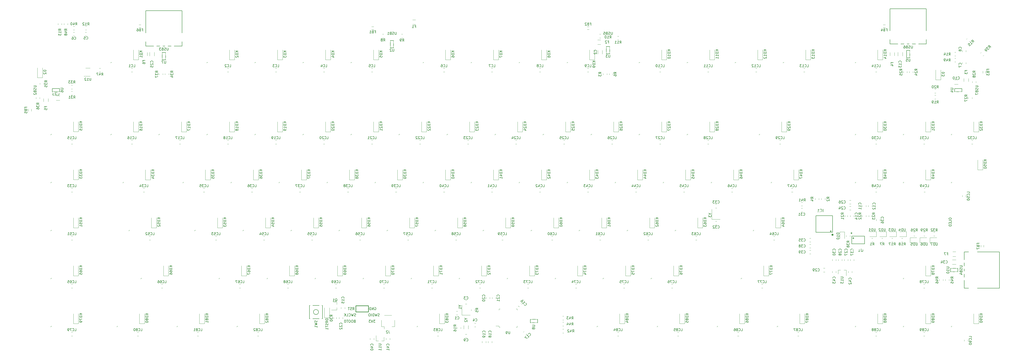
<source format=gbo>
%TF.GenerationSoftware,KiCad,Pcbnew,(5.1.10)-1*%
%TF.CreationDate,2021-10-20T12:05:15-04:00*%
%TF.ProjectId,custom_keyboard (f303_ fe2.1),63757374-6f6d-45f6-9b65-79626f617264,rev?*%
%TF.SameCoordinates,Original*%
%TF.FileFunction,Legend,Bot*%
%TF.FilePolarity,Positive*%
%FSLAX46Y46*%
G04 Gerber Fmt 4.6, Leading zero omitted, Abs format (unit mm)*
G04 Created by KiCad (PCBNEW (5.1.10)-1) date 2021-10-20 12:05:15*
%MOMM*%
%LPD*%
G01*
G04 APERTURE LIST*
%ADD10C,0.120000*%
%ADD11C,0.150000*%
%ADD12C,0.300000*%
%ADD13C,0.152000*%
%ADD14C,0.254000*%
%ADD15C,0.200000*%
%ADD16C,0.400000*%
%ADD17C,0.250000*%
%ADD18C,4.000000*%
%ADD19C,1.750000*%
%ADD20C,3.000000*%
%ADD21R,2.550000X2.500000*%
%ADD22R,1.800000X0.900000*%
%ADD23C,3.987800*%
%ADD24C,3.048000*%
%ADD25C,3.500000*%
%ADD26O,2.000000X1.500000*%
%ADD27R,1.450000X0.600000*%
%ADD28R,1.450000X0.300000*%
%ADD29C,0.650000*%
%ADD30O,2.100000X1.000000*%
%ADD31O,1.600000X1.000000*%
%ADD32R,1.800000X1.000000*%
%ADD33R,1.060000X0.650000*%
%ADD34R,1.200000X0.900000*%
%ADD35C,2.000000*%
%ADD36R,3.200000X2.000000*%
%ADD37R,2.000000X2.000000*%
%ADD38R,0.700000X1.000000*%
%ADD39R,0.700000X0.600000*%
%ADD40O,0.588000X2.045000*%
%ADD41R,0.600000X1.450000*%
%ADD42R,0.300000X1.450000*%
%ADD43O,1.000000X2.100000*%
%ADD44O,1.000000X1.600000*%
%ADD45R,1.200000X1.400000*%
%ADD46O,1.500000X2.000000*%
%ADD47R,0.900000X0.800000*%
%ADD48R,1.100000X1.800000*%
%ADD49R,0.800000X0.900000*%
%ADD50R,0.600000X0.700000*%
%ADD51R,1.000000X0.700000*%
%ADD52O,1.500000X0.270000*%
%ADD53O,0.270000X1.500000*%
%ADD54C,6.400000*%
%ADD55C,1.700000*%
%ADD56R,1.700000X1.700000*%
G04 APERTURE END LIST*
D10*
%TO.C,MX83*%
X232441500Y-276282800D02*
X232141500Y-276282800D01*
X232141500Y-276282800D02*
X232141500Y-276582800D01*
%TO.C,MX84*%
X303874500Y-276282800D02*
X303574500Y-276282800D01*
X303574500Y-276282800D02*
X303574500Y-276582800D01*
D11*
%TO.C,USB4*%
X463247900Y-261184000D02*
X449247900Y-261184000D01*
X463247900Y-261184000D02*
X463247900Y-246784000D01*
X449247900Y-246784000D02*
X463247900Y-246784000D01*
X449247900Y-246784000D02*
X449247900Y-261184000D01*
D10*
%TO.C,MX32*%
X444059400Y-200087600D02*
X444059400Y-200387600D01*
X444359400Y-200087600D02*
X444059400Y-200087600D01*
%TO.C,J2*%
X218038600Y-273905200D02*
X218038600Y-276405200D01*
X218038600Y-276405200D02*
X219088600Y-276405200D01*
X219088600Y-276405200D02*
X219088600Y-277395200D01*
X223258600Y-273905200D02*
X223258600Y-276405200D01*
X223258600Y-276405200D02*
X222208600Y-276405200D01*
X219208600Y-271935200D02*
X222088600Y-271935200D01*
%TO.C,Y2*%
X250727900Y-277338900D02*
X250727900Y-275988900D01*
X252477900Y-277338900D02*
X252477900Y-275988900D01*
%TO.C,U12*%
X100693600Y-173797700D02*
X102493600Y-173797700D01*
X102493600Y-177017700D02*
X100043600Y-177017700D01*
%TO.C,R30*%
X199093050Y-272795542D02*
X199093050Y-273270058D01*
X200138050Y-272795542D02*
X200138050Y-273270058D01*
%TO.C,R23*%
X412452800Y-232791358D02*
X412452800Y-232316842D01*
X411407800Y-232791358D02*
X411407800Y-232316842D01*
%TO.C,R21*%
X401883400Y-232316842D02*
X401883400Y-232791358D01*
X402928400Y-232316842D02*
X402928400Y-232791358D01*
%TO.C,UD7*%
X438328700Y-243038500D02*
X435643700Y-243038500D01*
X435643700Y-243038500D02*
X435643700Y-241118500D01*
X435643700Y-241118500D02*
X438328700Y-241118500D01*
%TO.C,UD6*%
X434360200Y-243038500D02*
X431675200Y-243038500D01*
X431675200Y-243038500D02*
X431675200Y-241118500D01*
X431675200Y-241118500D02*
X434360200Y-241118500D01*
%TO.C,UD5*%
X430391700Y-243038500D02*
X427706700Y-243038500D01*
X427706700Y-243038500D02*
X427706700Y-241118500D01*
X427706700Y-241118500D02*
X430391700Y-241118500D01*
%TO.C,UD4*%
X423629500Y-238737400D02*
X426314500Y-238737400D01*
X426314500Y-238737400D02*
X426314500Y-240657400D01*
X426314500Y-240657400D02*
X423629500Y-240657400D01*
%TO.C,UD3*%
X419661000Y-238737400D02*
X422346000Y-238737400D01*
X422346000Y-238737400D02*
X422346000Y-240657400D01*
X422346000Y-240657400D02*
X419661000Y-240657400D01*
%TO.C,UD2*%
X415692500Y-238737400D02*
X418377500Y-238737400D01*
X418377500Y-238737400D02*
X418377500Y-240657400D01*
X418377500Y-240657400D02*
X415692500Y-240657400D01*
%TO.C,UD1*%
X411724000Y-238737400D02*
X414409000Y-238737400D01*
X414409000Y-238737400D02*
X414409000Y-240657400D01*
X414409000Y-240657400D02*
X411724000Y-240657400D01*
%TO.C,D10*%
X399858500Y-241491100D02*
X399858500Y-238806100D01*
X399858500Y-238806100D02*
X401778500Y-238806100D01*
X401778500Y-238806100D02*
X401778500Y-241491100D01*
%TO.C,C34*%
X444554448Y-251719200D02*
X445976952Y-251719200D01*
X444554448Y-249899200D02*
X445976952Y-249899200D01*
%TO.C,C25*%
X126082000Y-167553148D02*
X126082000Y-168975652D01*
X127902000Y-167553148D02*
X127902000Y-168975652D01*
%TO.C,C23*%
X88976848Y-186635800D02*
X90399352Y-186635800D01*
X88976848Y-184815800D02*
X90399352Y-184815800D01*
%TO.C,C13*%
X422925800Y-167553148D02*
X422925800Y-168975652D01*
X424745800Y-167553148D02*
X424745800Y-168975652D01*
%TO.C,C10*%
X446770652Y-180286200D02*
X445348148Y-180286200D01*
X446770652Y-178466200D02*
X445348148Y-178466200D01*
%TO.C,C2*%
X303870800Y-166759448D02*
X303870800Y-168181952D01*
X305690800Y-166759448D02*
X305690800Y-168181952D01*
%TO.C,C7*%
X448499200Y-172097302D02*
X448499200Y-171574798D01*
X449969200Y-172097302D02*
X449969200Y-171574798D01*
%TO.C,C8*%
X449969200Y-167335102D02*
X449969200Y-166812598D01*
X448499200Y-167335102D02*
X448499200Y-166812598D01*
%TO.C,C1*%
X247769998Y-271783550D02*
X248292502Y-271783550D01*
X247769998Y-270313550D02*
X248292502Y-270313550D01*
%TO.C,C3*%
X251341648Y-267418200D02*
X251864152Y-267418200D01*
X251341648Y-265948200D02*
X251864152Y-265948200D01*
%TO.C,C37*%
X405522000Y-250276752D02*
X405522000Y-249754248D01*
X404052000Y-250276752D02*
X404052000Y-249754248D01*
%TO.C,C11*%
X408814200Y-228324348D02*
X408814200Y-228846852D01*
X410284200Y-228324348D02*
X410284200Y-228846852D01*
%TO.C,C32*%
X351076652Y-234597050D02*
X350554148Y-234597050D01*
X351076652Y-236067050D02*
X350554148Y-236067050D01*
%TO.C,C33*%
X350554148Y-229320600D02*
X351076652Y-229320600D01*
X350554148Y-227850600D02*
X351076652Y-227850600D01*
%TO.C,KD15*%
X97831400Y-199025000D02*
X95831400Y-199025000D01*
X95831400Y-199025000D02*
X95831400Y-195125000D01*
X97831400Y-199025000D02*
X97831400Y-195125000D01*
%TO.C,KD33*%
X97831400Y-218073800D02*
X95831400Y-218073800D01*
X95831400Y-218073800D02*
X95831400Y-214173800D01*
X97831400Y-218073800D02*
X97831400Y-214173800D01*
%TO.C,KD51*%
X97831400Y-237185200D02*
X95831400Y-237185200D01*
X95831400Y-237185200D02*
X95831400Y-233285200D01*
X97831400Y-237185200D02*
X97831400Y-233285200D01*
%TO.C,KD65*%
X97831400Y-256234000D02*
X95831400Y-256234000D01*
X95831400Y-256234000D02*
X95831400Y-252334000D01*
X97831400Y-256234000D02*
X97831400Y-252334000D01*
%TO.C,KD80*%
X124023500Y-275282800D02*
X122023500Y-275282800D01*
X122023500Y-275282800D02*
X122023500Y-271382800D01*
X124023500Y-275282800D02*
X124023500Y-271382800D01*
%TO.C,KD1*%
X121642400Y-170514400D02*
X119642400Y-170514400D01*
X119642400Y-170514400D02*
X119642400Y-166614400D01*
X121642400Y-170514400D02*
X121642400Y-166614400D01*
%TO.C,KD16*%
X121642400Y-199087600D02*
X119642400Y-199087600D01*
X119642400Y-199087600D02*
X119642400Y-195187600D01*
X121642400Y-199087600D02*
X121642400Y-195187600D01*
%TO.C,KD34*%
X126404600Y-218136400D02*
X124404600Y-218136400D01*
X124404600Y-218136400D02*
X124404600Y-214236400D01*
X126404600Y-218136400D02*
X126404600Y-214236400D01*
%TO.C,KD52*%
X128785700Y-237185200D02*
X126785700Y-237185200D01*
X126785700Y-237185200D02*
X126785700Y-233285200D01*
X128785700Y-237185200D02*
X128785700Y-233285200D01*
%TO.C,KD79*%
X97831400Y-275220200D02*
X95831400Y-275220200D01*
X95831400Y-275220200D02*
X95831400Y-271320200D01*
X97831400Y-275220200D02*
X97831400Y-271320200D01*
%TO.C,KD2*%
X159740000Y-170514400D02*
X157740000Y-170514400D01*
X157740000Y-170514400D02*
X157740000Y-166614400D01*
X159740000Y-170514400D02*
X159740000Y-166614400D01*
%TO.C,KD18*%
X159740000Y-199087600D02*
X157740000Y-199087600D01*
X157740000Y-199087600D02*
X157740000Y-195187600D01*
X159740000Y-199087600D02*
X159740000Y-195187600D01*
%TO.C,KD36*%
X169264400Y-218136400D02*
X167264400Y-218136400D01*
X167264400Y-218136400D02*
X167264400Y-214236400D01*
X169264400Y-218136400D02*
X169264400Y-214236400D01*
%TO.C,KD54*%
X174026600Y-237185200D02*
X172026600Y-237185200D01*
X172026600Y-237185200D02*
X172026600Y-233285200D01*
X174026600Y-237185200D02*
X174026600Y-233285200D01*
%TO.C,KD67*%
X164502200Y-256234000D02*
X162502200Y-256234000D01*
X162502200Y-256234000D02*
X162502200Y-252334000D01*
X164502200Y-256234000D02*
X164502200Y-252334000D01*
%TO.C,KD82*%
X171645500Y-275282800D02*
X169645500Y-275282800D01*
X169645500Y-275282800D02*
X169645500Y-271382800D01*
X171645500Y-275282800D02*
X171645500Y-271382800D01*
%TO.C,KD17*%
X140691200Y-199087600D02*
X138691200Y-199087600D01*
X138691200Y-199087600D02*
X138691200Y-195187600D01*
X140691200Y-199087600D02*
X140691200Y-195187600D01*
%TO.C,KD35*%
X150215600Y-218136400D02*
X148215600Y-218136400D01*
X148215600Y-218136400D02*
X148215600Y-214236400D01*
X150215600Y-218136400D02*
X150215600Y-214236400D01*
%TO.C,KD53*%
X154977800Y-237185200D02*
X152977800Y-237185200D01*
X152977800Y-237185200D02*
X152977800Y-233285200D01*
X154977800Y-237185200D02*
X154977800Y-233285200D01*
%TO.C,KD66*%
X133547900Y-256234000D02*
X131547900Y-256234000D01*
X131547900Y-256234000D02*
X131547900Y-252334000D01*
X133547900Y-256234000D02*
X133547900Y-252334000D01*
%TO.C,KD81*%
X147834500Y-275282800D02*
X145834500Y-275282800D01*
X145834500Y-275282800D02*
X145834500Y-271382800D01*
X147834500Y-275282800D02*
X147834500Y-271382800D01*
%TO.C,KD3*%
X178788800Y-170514400D02*
X176788800Y-170514400D01*
X176788800Y-170514400D02*
X176788800Y-166614400D01*
X178788800Y-170514400D02*
X178788800Y-166614400D01*
%TO.C,KD19*%
X178788800Y-199087600D02*
X176788800Y-199087600D01*
X176788800Y-199087600D02*
X176788800Y-195187600D01*
X178788800Y-199087600D02*
X178788800Y-195187600D01*
%TO.C,KD37*%
X188313200Y-218136400D02*
X186313200Y-218136400D01*
X186313200Y-218136400D02*
X186313200Y-214236400D01*
X188313200Y-218136400D02*
X188313200Y-214236400D01*
%TO.C,KD55*%
X193075400Y-237185200D02*
X191075400Y-237185200D01*
X191075400Y-237185200D02*
X191075400Y-233285200D01*
X193075400Y-237185200D02*
X193075400Y-233285200D01*
%TO.C,KD68*%
X183551000Y-256234000D02*
X181551000Y-256234000D01*
X181551000Y-256234000D02*
X181551000Y-252334000D01*
X183551000Y-256234000D02*
X183551000Y-252334000D01*
%TO.C,KD70*%
X221648600Y-256234000D02*
X219648600Y-256234000D01*
X219648600Y-256234000D02*
X219648600Y-252334000D01*
X221648600Y-256234000D02*
X221648600Y-252334000D01*
%TO.C,KD4*%
X197837600Y-170514400D02*
X195837600Y-170514400D01*
X195837600Y-170514400D02*
X195837600Y-166614400D01*
X197837600Y-170514400D02*
X197837600Y-166614400D01*
%TO.C,KD20*%
X197837600Y-199087600D02*
X195837600Y-199087600D01*
X195837600Y-199087600D02*
X195837600Y-195187600D01*
X197837600Y-199087600D02*
X197837600Y-195187600D01*
%TO.C,KD38*%
X207362000Y-218136400D02*
X205362000Y-218136400D01*
X205362000Y-218136400D02*
X205362000Y-214236400D01*
X207362000Y-218136400D02*
X207362000Y-214236400D01*
%TO.C,KD56*%
X212124200Y-237185200D02*
X210124200Y-237185200D01*
X210124200Y-237185200D02*
X210124200Y-233285200D01*
X212124200Y-237185200D02*
X212124200Y-233285200D01*
%TO.C,KD69*%
X202599800Y-256234000D02*
X200599800Y-256234000D01*
X200599800Y-256234000D02*
X200599800Y-252334000D01*
X202599800Y-256234000D02*
X202599800Y-252334000D01*
%TO.C,KD5*%
X216886400Y-170514400D02*
X214886400Y-170514400D01*
X214886400Y-170514400D02*
X214886400Y-166614400D01*
X216886400Y-170514400D02*
X216886400Y-166614400D01*
%TO.C,KD21*%
X216886400Y-199087600D02*
X214886400Y-199087600D01*
X214886400Y-199087600D02*
X214886400Y-195187600D01*
X216886400Y-199087600D02*
X216886400Y-195187600D01*
%TO.C,KD39*%
X226410800Y-218136400D02*
X224410800Y-218136400D01*
X224410800Y-218136400D02*
X224410800Y-214236400D01*
X226410800Y-218136400D02*
X226410800Y-214236400D01*
%TO.C,KD57*%
X231173000Y-237185200D02*
X229173000Y-237185200D01*
X229173000Y-237185200D02*
X229173000Y-233285200D01*
X231173000Y-237185200D02*
X231173000Y-233285200D01*
%TO.C,KD71*%
X240697400Y-256234000D02*
X238697400Y-256234000D01*
X238697400Y-256234000D02*
X238697400Y-252334000D01*
X240697400Y-256234000D02*
X240697400Y-252334000D01*
%TO.C,KD83*%
X243078500Y-275282800D02*
X241078500Y-275282800D01*
X241078500Y-275282800D02*
X241078500Y-271382800D01*
X243078500Y-275282800D02*
X243078500Y-271382800D01*
%TO.C,KD6*%
X245459600Y-170514400D02*
X243459600Y-170514400D01*
X243459600Y-170514400D02*
X243459600Y-166614400D01*
X245459600Y-170514400D02*
X245459600Y-166614400D01*
%TO.C,KD22*%
X235935200Y-199087600D02*
X233935200Y-199087600D01*
X233935200Y-199087600D02*
X233935200Y-195187600D01*
X235935200Y-199087600D02*
X235935200Y-195187600D01*
%TO.C,KD40*%
X245459600Y-218136400D02*
X243459600Y-218136400D01*
X243459600Y-218136400D02*
X243459600Y-214236400D01*
X245459600Y-218136400D02*
X245459600Y-214236400D01*
%TO.C,KD58*%
X250221800Y-237185200D02*
X248221800Y-237185200D01*
X248221800Y-237185200D02*
X248221800Y-233285200D01*
X250221800Y-237185200D02*
X250221800Y-233285200D01*
%TO.C,KD72*%
X259746200Y-256234000D02*
X257746200Y-256234000D01*
X257746200Y-256234000D02*
X257746200Y-252334000D01*
X259746200Y-256234000D02*
X259746200Y-252334000D01*
%TO.C,KD7*%
X264508400Y-170514400D02*
X262508400Y-170514400D01*
X262508400Y-170514400D02*
X262508400Y-166614400D01*
X264508400Y-170514400D02*
X264508400Y-166614400D01*
%TO.C,KD23*%
X254984000Y-199087600D02*
X252984000Y-199087600D01*
X252984000Y-199087600D02*
X252984000Y-195187600D01*
X254984000Y-199087600D02*
X254984000Y-195187600D01*
%TO.C,KD41*%
X264508400Y-218136400D02*
X262508400Y-218136400D01*
X262508400Y-218136400D02*
X262508400Y-214236400D01*
X264508400Y-218136400D02*
X264508400Y-214236400D01*
%TO.C,KD59*%
X269270600Y-237185200D02*
X267270600Y-237185200D01*
X267270600Y-237185200D02*
X267270600Y-233285200D01*
X269270600Y-237185200D02*
X269270600Y-233285200D01*
%TO.C,KD73*%
X278795000Y-256234000D02*
X276795000Y-256234000D01*
X276795000Y-256234000D02*
X276795000Y-252334000D01*
X278795000Y-256234000D02*
X278795000Y-252334000D01*
%TO.C,KD8*%
X283557200Y-170514400D02*
X281557200Y-170514400D01*
X281557200Y-170514400D02*
X281557200Y-166614400D01*
X283557200Y-170514400D02*
X283557200Y-166614400D01*
%TO.C,KD24*%
X274032800Y-199087600D02*
X272032800Y-199087600D01*
X272032800Y-199087600D02*
X272032800Y-195187600D01*
X274032800Y-199087600D02*
X274032800Y-195187600D01*
%TO.C,KD42*%
X283557200Y-218136400D02*
X281557200Y-218136400D01*
X281557200Y-218136400D02*
X281557200Y-214236400D01*
X283557200Y-218136400D02*
X283557200Y-214236400D01*
%TO.C,KD60*%
X288319400Y-237185200D02*
X286319400Y-237185200D01*
X286319400Y-237185200D02*
X286319400Y-233285200D01*
X288319400Y-237185200D02*
X288319400Y-233285200D01*
%TO.C,KD74*%
X297843800Y-256234000D02*
X295843800Y-256234000D01*
X295843800Y-256234000D02*
X295843800Y-252334000D01*
X297843800Y-256234000D02*
X297843800Y-252334000D01*
%TO.C,KD9*%
X302606000Y-170514400D02*
X300606000Y-170514400D01*
X300606000Y-170514400D02*
X300606000Y-166614400D01*
X302606000Y-170514400D02*
X302606000Y-166614400D01*
%TO.C,KD25*%
X293081600Y-199087600D02*
X291081600Y-199087600D01*
X291081600Y-199087600D02*
X291081600Y-195187600D01*
X293081600Y-199087600D02*
X293081600Y-195187600D01*
%TO.C,KD43*%
X302606000Y-218136400D02*
X300606000Y-218136400D01*
X300606000Y-218136400D02*
X300606000Y-214236400D01*
X302606000Y-218136400D02*
X302606000Y-214236400D01*
%TO.C,KD61*%
X307368200Y-237185200D02*
X305368200Y-237185200D01*
X305368200Y-237185200D02*
X305368200Y-233285200D01*
X307368200Y-237185200D02*
X307368200Y-233285200D01*
%TO.C,KD75*%
X316892600Y-256234000D02*
X314892600Y-256234000D01*
X314892600Y-256234000D02*
X314892600Y-252334000D01*
X316892600Y-256234000D02*
X316892600Y-252334000D01*
%TO.C,KD84*%
X314511500Y-275282800D02*
X312511500Y-275282800D01*
X312511500Y-275282800D02*
X312511500Y-271382800D01*
X314511500Y-275282800D02*
X314511500Y-271382800D01*
%TO.C,KD10*%
X331179200Y-170514400D02*
X329179200Y-170514400D01*
X329179200Y-170514400D02*
X329179200Y-166614400D01*
X331179200Y-170514400D02*
X331179200Y-166614400D01*
%TO.C,KD26*%
X312130400Y-199087600D02*
X310130400Y-199087600D01*
X310130400Y-199087600D02*
X310130400Y-195187600D01*
X312130400Y-199087600D02*
X312130400Y-195187600D01*
%TO.C,KD44*%
X321654800Y-218136400D02*
X319654800Y-218136400D01*
X319654800Y-218136400D02*
X319654800Y-214236400D01*
X321654800Y-218136400D02*
X321654800Y-214236400D01*
%TO.C,KD62*%
X326417000Y-237185200D02*
X324417000Y-237185200D01*
X324417000Y-237185200D02*
X324417000Y-233285200D01*
X326417000Y-237185200D02*
X326417000Y-233285200D01*
%TO.C,KD76*%
X335941400Y-256234000D02*
X333941400Y-256234000D01*
X333941400Y-256234000D02*
X333941400Y-252334000D01*
X335941400Y-256234000D02*
X335941400Y-252334000D01*
%TO.C,KD11*%
X350228000Y-170514400D02*
X348228000Y-170514400D01*
X348228000Y-170514400D02*
X348228000Y-166614400D01*
X350228000Y-170514400D02*
X350228000Y-166614400D01*
%TO.C,KD27*%
X331179200Y-199087600D02*
X329179200Y-199087600D01*
X329179200Y-199087600D02*
X329179200Y-195187600D01*
X331179200Y-199087600D02*
X331179200Y-195187600D01*
%TO.C,KD45*%
X340703600Y-218136400D02*
X338703600Y-218136400D01*
X338703600Y-218136400D02*
X338703600Y-214236400D01*
X340703600Y-218136400D02*
X340703600Y-214236400D01*
%TO.C,KD63*%
X345465800Y-237185200D02*
X343465800Y-237185200D01*
X343465800Y-237185200D02*
X343465800Y-233285200D01*
X345465800Y-237185200D02*
X345465800Y-233285200D01*
%TO.C,KD85*%
X338322500Y-275282800D02*
X336322500Y-275282800D01*
X336322500Y-275282800D02*
X336322500Y-271382800D01*
X338322500Y-275282800D02*
X338322500Y-271382800D01*
%TO.C,KD86*%
X362133500Y-275282800D02*
X360133500Y-275282800D01*
X360133500Y-275282800D02*
X360133500Y-271382800D01*
X362133500Y-275282800D02*
X362133500Y-271382800D01*
%TO.C,KD12*%
X369276800Y-170514400D02*
X367276800Y-170514400D01*
X367276800Y-170514400D02*
X367276800Y-166614400D01*
X369276800Y-170514400D02*
X369276800Y-166614400D01*
%TO.C,KD28*%
X350228000Y-199087600D02*
X348228000Y-199087600D01*
X348228000Y-199087600D02*
X348228000Y-195187600D01*
X350228000Y-199087600D02*
X350228000Y-195187600D01*
%TO.C,KD46*%
X359752400Y-218136400D02*
X357752400Y-218136400D01*
X357752400Y-218136400D02*
X357752400Y-214236400D01*
X359752400Y-218136400D02*
X359752400Y-214236400D01*
%TO.C,KD87*%
X385944500Y-275282800D02*
X383944500Y-275282800D01*
X383944500Y-275282800D02*
X383944500Y-271382800D01*
X385944500Y-275282800D02*
X385944500Y-271382800D01*
%TO.C,KD13*%
X388325600Y-170514400D02*
X386325600Y-170514400D01*
X386325600Y-170514400D02*
X386325600Y-166614400D01*
X388325600Y-170514400D02*
X388325600Y-166614400D01*
%TO.C,KD29*%
X378801200Y-199087600D02*
X376801200Y-199087600D01*
X376801200Y-199087600D02*
X376801200Y-195187600D01*
X378801200Y-199087600D02*
X378801200Y-195187600D01*
%TO.C,KD47*%
X383563400Y-218136400D02*
X381563400Y-218136400D01*
X381563400Y-218136400D02*
X381563400Y-214236400D01*
X383563400Y-218136400D02*
X383563400Y-214236400D01*
%TO.C,KD64*%
X376420100Y-237185200D02*
X374420100Y-237185200D01*
X374420100Y-237185200D02*
X374420100Y-233285200D01*
X376420100Y-237185200D02*
X376420100Y-233285200D01*
%TO.C,KD77*%
X371657900Y-256234000D02*
X369657900Y-256234000D01*
X369657900Y-256234000D02*
X369657900Y-252334000D01*
X371657900Y-256234000D02*
X371657900Y-252334000D01*
%TO.C,KD88*%
X416898800Y-275282800D02*
X414898800Y-275282800D01*
X414898800Y-275282800D02*
X414898800Y-271382800D01*
X416898800Y-275282800D02*
X416898800Y-271382800D01*
%TO.C,KD14*%
X416898800Y-170514400D02*
X414898800Y-170514400D01*
X414898800Y-170514400D02*
X414898800Y-166614400D01*
X416898800Y-170514400D02*
X416898800Y-166614400D01*
%TO.C,KD30*%
X416898800Y-199087600D02*
X414898800Y-199087600D01*
X414898800Y-199087600D02*
X414898800Y-195187600D01*
X416898800Y-199087600D02*
X416898800Y-195187600D01*
%TO.C,KD48*%
X416898800Y-218136400D02*
X414898800Y-218136400D01*
X414898800Y-218136400D02*
X414898800Y-214236400D01*
X416898800Y-218136400D02*
X416898800Y-214236400D01*
%TO.C,KD31*%
X435947600Y-199087600D02*
X433947600Y-199087600D01*
X433947600Y-199087600D02*
X433947600Y-195187600D01*
X435947600Y-199087600D02*
X435947600Y-195187600D01*
%TO.C,KD49*%
X435947600Y-218136400D02*
X433947600Y-218136400D01*
X433947600Y-218136400D02*
X433947600Y-214236400D01*
X435947600Y-218136400D02*
X435947600Y-214236400D01*
%TO.C,KD78*%
X435947600Y-256234000D02*
X433947600Y-256234000D01*
X433947600Y-256234000D02*
X433947600Y-252334000D01*
X435947600Y-256234000D02*
X435947600Y-252334000D01*
%TO.C,KD89*%
X435947600Y-275282800D02*
X433947600Y-275282800D01*
X433947600Y-275282800D02*
X433947600Y-271382800D01*
X435947600Y-275282800D02*
X435947600Y-271382800D01*
%TO.C,KD32*%
X454996400Y-199087600D02*
X452996400Y-199087600D01*
X452996400Y-199087600D02*
X452996400Y-195187600D01*
X454996400Y-199087600D02*
X454996400Y-195187600D01*
%TO.C,KD50*%
X456583800Y-214167900D02*
X454583800Y-214167900D01*
X454583800Y-214167900D02*
X454583800Y-210267900D01*
X456583800Y-214167900D02*
X456583800Y-210267900D01*
%TO.C,KD90*%
X454996400Y-275282800D02*
X452996400Y-275282800D01*
X452996400Y-275282800D02*
X452996400Y-271382800D01*
X454996400Y-275282800D02*
X454996400Y-271382800D01*
%TO.C,R14*%
X445889614Y-169910500D02*
X445435486Y-169910500D01*
X445889614Y-171380500D02*
X445435486Y-171380500D01*
%TO.C,R15*%
X451180765Y-163388782D02*
X451501882Y-163067665D01*
X450141318Y-162349335D02*
X450462435Y-162028218D01*
%TO.C,R4*%
X394016500Y-225580586D02*
X394016500Y-226034714D01*
X392546500Y-225580586D02*
X392546500Y-226034714D01*
%TO.C,R2*%
X391635400Y-225580586D02*
X391635400Y-226034714D01*
X390165400Y-225580586D02*
X390165400Y-226034714D01*
%TO.C,R22*%
X408814200Y-232327036D02*
X408814200Y-232781164D01*
X410284200Y-232327036D02*
X410284200Y-232781164D01*
%TO.C,R1*%
X412951064Y-241343500D02*
X412496936Y-241343500D01*
X412951064Y-242813500D02*
X412496936Y-242813500D01*
%TO.C,R7*%
X416919564Y-241343500D02*
X416465436Y-241343500D01*
X416919564Y-242813500D02*
X416465436Y-242813500D01*
%TO.C,R17*%
X420888064Y-241343500D02*
X420433936Y-241343500D01*
X420888064Y-242813500D02*
X420433936Y-242813500D01*
%TO.C,R18*%
X424856564Y-241343500D02*
X424402436Y-241343500D01*
X424856564Y-242813500D02*
X424402436Y-242813500D01*
%TO.C,R26*%
X429164636Y-240432400D02*
X429618764Y-240432400D01*
X429164636Y-238962400D02*
X429618764Y-238962400D01*
%TO.C,R29*%
X433133136Y-240432400D02*
X433587264Y-240432400D01*
X433133136Y-238962400D02*
X433587264Y-238962400D01*
%TO.C,R32*%
X437101636Y-240432400D02*
X437555764Y-240432400D01*
X437101636Y-238962400D02*
X437555764Y-238962400D01*
%TO.C,R38*%
X403934600Y-240718164D02*
X403934600Y-240264036D01*
X402464600Y-240718164D02*
X402464600Y-240264036D01*
%TO.C,R9*%
X225977436Y-161856100D02*
X226431564Y-161856100D01*
X225977436Y-160386100D02*
X226431564Y-160386100D01*
%TO.C,R8*%
X218891414Y-160386100D02*
X218437286Y-160386100D01*
X218891414Y-161856100D02*
X218437286Y-161856100D01*
%TO.C,R41*%
X384598636Y-228526900D02*
X385052764Y-228526900D01*
X384598636Y-227056900D02*
X385052764Y-227056900D01*
%TO.C,D2*%
X83544800Y-177657700D02*
X81544800Y-177657700D01*
X81544800Y-177657700D02*
X81544800Y-173757700D01*
X83544800Y-177657700D02*
X83544800Y-173757700D01*
%TO.C,D3*%
X439916100Y-178451400D02*
X437916100Y-178451400D01*
X437916100Y-178451400D02*
X437916100Y-174551400D01*
X439916100Y-178451400D02*
X439916100Y-174551400D01*
D11*
%TO.C,U2*%
X221586000Y-162845900D02*
X221586000Y-165745900D01*
X221586000Y-162845900D02*
X222886000Y-162845900D01*
X222886000Y-162845900D02*
X222886000Y-165745900D01*
X222886000Y-165745900D02*
X221586000Y-165745900D01*
D12*
%TO.C,U1*%
X404667100Y-239306500D02*
G75*
G03*
X404667100Y-239306500I-151000J0D01*
G01*
X405413100Y-241309500D02*
G75*
G03*
X405413100Y-241309500I-150000J0D01*
G01*
D13*
X409694100Y-240557500D02*
X404642100Y-240557500D01*
X409694100Y-243599500D02*
X409694100Y-240557500D01*
X404642100Y-243599500D02*
X409694100Y-243599500D01*
X404642100Y-240557500D02*
X404642100Y-243599500D01*
D10*
%TO.C,Y1*%
X253252900Y-271858000D02*
X249952900Y-271858000D01*
X249952900Y-271858000D02*
X249952900Y-267858000D01*
%TO.C,Y3*%
X352409100Y-233850950D02*
X349109100Y-233850950D01*
X349109100Y-233850950D02*
X349109100Y-229850950D01*
%TO.C,C40*%
X215034000Y-281627902D02*
X215034000Y-281105398D01*
X213564000Y-281627902D02*
X213564000Y-281105398D01*
%TO.C,C16*%
X273737257Y-267538760D02*
X273367790Y-267169293D01*
X272697810Y-268578207D02*
X272328343Y-268208740D01*
%TO.C,C17*%
X275352040Y-279690007D02*
X275721507Y-279320540D01*
X274312593Y-278650560D02*
X274682060Y-278281093D01*
%TO.C,C12*%
X411195300Y-228324348D02*
X411195300Y-228846852D01*
X412665300Y-228324348D02*
X412665300Y-228846852D01*
%TO.C,C41*%
X219913600Y-281105398D02*
X219913600Y-281627902D01*
X221383600Y-281105398D02*
X221383600Y-281627902D01*
%TO.C,C18*%
X261862300Y-282818452D02*
X261862300Y-282295948D01*
X260392300Y-282818452D02*
X260392300Y-282295948D01*
%TO.C,C19*%
X258011200Y-282295948D02*
X258011200Y-282818452D01*
X259481200Y-282295948D02*
X259481200Y-282818452D01*
%TO.C,C20*%
X259598600Y-264834548D02*
X259598600Y-265357052D01*
X261068600Y-264834548D02*
X261068600Y-265357052D01*
%TO.C,C21*%
X263449700Y-265357052D02*
X263449700Y-264834548D01*
X261979700Y-265357052D02*
X261979700Y-264834548D01*
%TO.C,C15*%
X202055350Y-268803048D02*
X202055350Y-269325552D01*
X203525350Y-268803048D02*
X203525350Y-269325552D01*
%TO.C,C22*%
X201261650Y-272771548D02*
X201261650Y-273294052D01*
X202731650Y-272771548D02*
X202731650Y-273294052D01*
%TO.C,C4*%
X255435802Y-275075750D02*
X254913298Y-275075750D01*
X255435802Y-276545750D02*
X254913298Y-276545750D01*
%TO.C,C9*%
X251864152Y-279441100D02*
X251341648Y-279441100D01*
X251864152Y-280911100D02*
X251341648Y-280911100D01*
%TO.C,C29*%
X393936452Y-253249000D02*
X393413948Y-253249000D01*
X393936452Y-254719000D02*
X393413948Y-254719000D01*
%TO.C,C27*%
X401670900Y-249754248D02*
X401670900Y-250276752D01*
X403140900Y-249754248D02*
X403140900Y-250276752D01*
%TO.C,C39*%
X388380552Y-246105700D02*
X387858048Y-246105700D01*
X388380552Y-247575700D02*
X387858048Y-247575700D01*
%TO.C,C38*%
X388380552Y-243724600D02*
X387858048Y-243724600D01*
X388380552Y-245194600D02*
X387858048Y-245194600D01*
%TO.C,C35*%
X387858048Y-242813500D02*
X388380552Y-242813500D01*
X387858048Y-241343500D02*
X388380552Y-241343500D01*
%TO.C,C30*%
X398378700Y-250276752D02*
X398378700Y-249754248D01*
X396908700Y-250276752D02*
X396908700Y-249754248D01*
%TO.C,C36*%
X415840100Y-234402752D02*
X415840100Y-233880248D01*
X414370100Y-234402752D02*
X414370100Y-233880248D01*
%TO.C,C31*%
X384526948Y-230908000D02*
X385049452Y-230908000D01*
X384526948Y-229438000D02*
X385049452Y-229438000D01*
%TO.C,C14*%
X405522000Y-232815352D02*
X405522000Y-232292848D01*
X404052000Y-232815352D02*
X404052000Y-232292848D01*
%TO.C,C28*%
X399289800Y-249754248D02*
X399289800Y-250276752D01*
X400759800Y-249754248D02*
X400759800Y-250276752D01*
%TO.C,C24*%
X403732048Y-230114300D02*
X404254552Y-230114300D01*
X403732048Y-228644300D02*
X404254552Y-228644300D01*
%TO.C,C26*%
X403732048Y-227733200D02*
X404254552Y-227733200D01*
X403732048Y-226263200D02*
X404254552Y-226263200D01*
%TO.C,DRST1*%
X197440750Y-272901700D02*
X195440750Y-272901700D01*
X195440750Y-272901700D02*
X195440750Y-269001700D01*
X197440750Y-272901700D02*
X197440750Y-269001700D01*
%TO.C,F1*%
X230364636Y-156475200D02*
X231568764Y-156475200D01*
X230364636Y-154655200D02*
X231568764Y-154655200D01*
%TO.C,F3*%
X450937900Y-177980436D02*
X450937900Y-179184564D01*
X449117900Y-177980436D02*
X449117900Y-179184564D01*
%TO.C,F5*%
X85835900Y-187121564D02*
X85835900Y-185917436D01*
X84015900Y-187121564D02*
X84015900Y-185917436D01*
%TO.C,F2*%
X303781886Y-164412200D02*
X304986014Y-164412200D01*
X303781886Y-162592200D02*
X304986014Y-162592200D01*
%TO.C,F4*%
X419751000Y-167662336D02*
X419751000Y-168866464D01*
X421571000Y-167662336D02*
X421571000Y-168866464D01*
%TO.C,F6*%
X123304050Y-167662336D02*
X123304050Y-168866464D01*
X125124050Y-167662336D02*
X125124050Y-168866464D01*
%TO.C,F7*%
X445867764Y-246724400D02*
X444663636Y-246724400D01*
X445867764Y-248544400D02*
X444663636Y-248544400D01*
%TO.C,FB1*%
X214168178Y-158506300D02*
X214967422Y-158506300D01*
X214168178Y-157386300D02*
X214967422Y-157386300D01*
%TO.C,FB3*%
X456611200Y-175807322D02*
X456611200Y-175008078D01*
X457731200Y-175807322D02*
X457731200Y-175008078D01*
%TO.C,FB5*%
X78016300Y-190088378D02*
X78016300Y-190887622D01*
X79136300Y-190088378D02*
X79136300Y-190887622D01*
%TO.C,FB2*%
X300418222Y-157386300D02*
X299618978Y-157386300D01*
X300418222Y-158506300D02*
X299618978Y-158506300D01*
%TO.C,FB4*%
X417086578Y-157712600D02*
X417885822Y-157712600D01*
X417086578Y-156592600D02*
X417885822Y-156592600D01*
%TO.C,FB6*%
X121830178Y-157712600D02*
X122629422Y-157712600D01*
X121830178Y-156592600D02*
X122629422Y-156592600D01*
%TO.C,FB7*%
X455817500Y-244059978D02*
X455817500Y-244859222D01*
X456937500Y-244059978D02*
X456937500Y-244859222D01*
D11*
%TO.C,USB6*%
X434210600Y-150282200D02*
X434210600Y-164282200D01*
X434210600Y-150282200D02*
X419810600Y-150282200D01*
X419810600Y-164282200D02*
X419810600Y-150282200D01*
X419810600Y-164282200D02*
X434210600Y-164282200D01*
%TO.C,USB3*%
X124554200Y-165075900D02*
X138954200Y-165075900D01*
X124554200Y-165075900D02*
X124554200Y-151075900D01*
X138954200Y-151075900D02*
X124554200Y-151075900D01*
X138954200Y-151075900D02*
X138954200Y-165075900D01*
D10*
%TO.C,Q1*%
X200375550Y-266690600D02*
X200375550Y-267620600D01*
X200375550Y-269850600D02*
X200375550Y-268920600D01*
X200375550Y-269850600D02*
X198215550Y-269850600D01*
X200375550Y-266690600D02*
X198915550Y-266690600D01*
%TO.C,R43*%
X289870286Y-273767800D02*
X290324414Y-273767800D01*
X289870286Y-272297800D02*
X290324414Y-272297800D01*
%TO.C,R24*%
X428936150Y-175180636D02*
X428936150Y-175634764D01*
X427466150Y-175180636D02*
X427466150Y-175634764D01*
%TO.C,R25*%
X426555050Y-175180636D02*
X426555050Y-175634764D01*
X425085050Y-175180636D02*
X425085050Y-175634764D01*
%TO.C,R44*%
X289870286Y-276148900D02*
X290324414Y-276148900D01*
X289870286Y-274678900D02*
X290324414Y-274678900D01*
%TO.C,R42*%
X290324414Y-277456850D02*
X289870286Y-277456850D01*
X290324414Y-278926850D02*
X289870286Y-278926850D01*
%TO.C,R16*%
X248089950Y-276774236D02*
X248089950Y-277228364D01*
X249559950Y-276774236D02*
X249559950Y-277228364D01*
%TO.C,R5*%
X255115850Y-270085064D02*
X255115850Y-269630936D01*
X253645850Y-270085064D02*
X253645850Y-269630936D01*
%TO.C,R27*%
X452350300Y-185498736D02*
X452350300Y-185952864D01*
X450880300Y-185498736D02*
X450880300Y-185952864D01*
%TO.C,R35*%
X84073500Y-180278164D02*
X84073500Y-179824036D01*
X82603500Y-180278164D02*
X82603500Y-179824036D01*
%TO.C,R10*%
X305007864Y-160386100D02*
X304553736Y-160386100D01*
X305007864Y-161856100D02*
X304553736Y-161856100D01*
%TO.C,R28*%
X452467700Y-179603264D02*
X452467700Y-179149136D01*
X453937700Y-179603264D02*
X453937700Y-179149136D01*
%TO.C,R36*%
X81016100Y-185498736D02*
X81016100Y-185952864D01*
X82486100Y-185498736D02*
X82486100Y-185952864D01*
%TO.C,R11*%
X311697036Y-162649800D02*
X312151164Y-162649800D01*
X311697036Y-161179800D02*
X312151164Y-161179800D01*
%TO.C,R19*%
X437952614Y-184593950D02*
X437498486Y-184593950D01*
X437952614Y-186063950D02*
X437498486Y-186063950D01*
%TO.C,R20*%
X437952614Y-182212850D02*
X437498486Y-182212850D01*
X437952614Y-183682850D02*
X437498486Y-183682850D01*
%TO.C,R31*%
X95016936Y-183006550D02*
X95471064Y-183006550D01*
X95016936Y-184476550D02*
X95471064Y-184476550D01*
%TO.C,R33*%
X95016936Y-180625450D02*
X95471064Y-180625450D01*
X95016936Y-182095450D02*
X95471064Y-182095450D01*
%TO.C,R3*%
X306030050Y-176428464D02*
X306030050Y-175974336D01*
X307500050Y-176428464D02*
X307500050Y-175974336D01*
%TO.C,R6*%
X308411150Y-176428464D02*
X308411150Y-175974336D01*
X309881150Y-176428464D02*
X309881150Y-175974336D01*
%TO.C,R34*%
X133679750Y-175974336D02*
X133679750Y-176428464D01*
X132209750Y-175974336D02*
X132209750Y-176428464D01*
%TO.C,R37*%
X131298650Y-175974336D02*
X131298650Y-176428464D01*
X129828650Y-175974336D02*
X129828650Y-176428464D01*
%TO.C,R45*%
X443222750Y-257725436D02*
X443222750Y-258179564D01*
X441752750Y-257725436D02*
X441752750Y-258179564D01*
%TO.C,R46*%
X440841650Y-257725436D02*
X440841650Y-258179564D01*
X439371650Y-257725436D02*
X439371650Y-258179564D01*
D11*
%TO.C,SW1*%
X193075400Y-270651700D02*
G75*
G03*
X193075400Y-270651700I-1000000J0D01*
G01*
X194675400Y-268051700D02*
X189475400Y-268051700D01*
X194675400Y-273251700D02*
X194675400Y-268051700D01*
X189475400Y-273251700D02*
X194675400Y-273251700D01*
X189475400Y-268051700D02*
X189475400Y-273251700D01*
D10*
%TO.C,U11*%
X219053800Y-282126650D02*
X218123800Y-282126650D01*
X215893800Y-282126650D02*
X216823800Y-282126650D01*
X215893800Y-282126650D02*
X215893800Y-279966650D01*
X219053800Y-282126650D02*
X219053800Y-280666650D01*
%TO.C,U9*%
X271430600Y-269422800D02*
X271880600Y-269422800D01*
X271880600Y-269422800D02*
X271880600Y-269872800D01*
X265110600Y-269422800D02*
X264660600Y-269422800D01*
X264660600Y-269422800D02*
X264660600Y-269872800D01*
X271430600Y-276642800D02*
X271880600Y-276642800D01*
X271880600Y-276642800D02*
X271880600Y-276192800D01*
X265110600Y-276642800D02*
X264660600Y-276642800D01*
X264660600Y-276642800D02*
X264660600Y-276192800D01*
X264660600Y-276192800D02*
X263370600Y-276192800D01*
D11*
%TO.C,U8*%
X277138700Y-274873350D02*
X277138700Y-273573350D01*
X280038700Y-274873350D02*
X277138700Y-274873350D01*
X280038700Y-273573350D02*
X280038700Y-274873350D01*
X280038700Y-273573350D02*
X277138700Y-273573350D01*
%TO.C,U4*%
X445403100Y-183201000D02*
X445403100Y-181901000D01*
X448303100Y-183201000D02*
X445403100Y-183201000D01*
X448303100Y-181901000D02*
X448303100Y-183201000D01*
X448303100Y-181901000D02*
X445403100Y-181901000D01*
%TO.C,U6*%
X87444400Y-183201000D02*
X90344400Y-183201000D01*
X87444400Y-183201000D02*
X87444400Y-181901000D01*
X87444400Y-181901000D02*
X90344400Y-181901000D01*
X90344400Y-181901000D02*
X90344400Y-183201000D01*
%TO.C,U5*%
X426360600Y-166814400D02*
X426360600Y-169714400D01*
X426360600Y-166814400D02*
X427660600Y-166814400D01*
X427660600Y-166814400D02*
X427660600Y-169714400D01*
X427660600Y-169714400D02*
X426360600Y-169714400D01*
%TO.C,U10*%
X446715700Y-253334000D02*
X443815700Y-253334000D01*
X446715700Y-253334000D02*
X446715700Y-254634000D01*
X446715700Y-254634000D02*
X443815700Y-254634000D01*
X443815700Y-254634000D02*
X443815700Y-253334000D01*
D14*
%TO.C,IC1*%
X396465200Y-238558900D02*
G75*
G03*
X396465200Y-238558900I-170000J0D01*
G01*
D15*
X397002200Y-232388900D02*
X396240200Y-232388900D01*
X397002200Y-239043900D02*
X397002200Y-232388900D01*
X390373200Y-239043900D02*
X397002200Y-239043900D01*
X390373200Y-232388900D02*
X390373200Y-239043900D01*
X396571200Y-232388900D02*
X390373200Y-232388900D01*
D16*
X396986741Y-239778904D02*
G75*
G02*
X396984200Y-239778900I-1541J-199996D01*
G01*
D10*
%TO.C,LC2*%
X157413852Y-173879000D02*
X156891348Y-173879000D01*
X157413852Y-175349000D02*
X156891348Y-175349000D01*
%TO.C,LC3*%
X176462652Y-173879000D02*
X175940148Y-173879000D01*
X176462652Y-175349000D02*
X175940148Y-175349000D01*
%TO.C,LC4*%
X195511452Y-173879000D02*
X194988948Y-173879000D01*
X195511452Y-175349000D02*
X194988948Y-175349000D01*
%TO.C,LC5*%
X214560252Y-173879000D02*
X214037748Y-173879000D01*
X214560252Y-175349000D02*
X214037748Y-175349000D01*
%TO.C,LC6*%
X243133452Y-173879000D02*
X242610948Y-173879000D01*
X243133452Y-175349000D02*
X242610948Y-175349000D01*
%TO.C,LC7*%
X262182252Y-173879000D02*
X261659748Y-173879000D01*
X262182252Y-175349000D02*
X261659748Y-175349000D01*
%TO.C,LC8*%
X281231052Y-173879000D02*
X280708548Y-173879000D01*
X281231052Y-175349000D02*
X280708548Y-175349000D01*
%TO.C,LC9*%
X300279852Y-173879000D02*
X299757348Y-173879000D01*
X300279852Y-175349000D02*
X299757348Y-175349000D01*
%TO.C,LC10*%
X328853052Y-173879000D02*
X328330548Y-173879000D01*
X328853052Y-175349000D02*
X328330548Y-175349000D01*
%TO.C,LC11*%
X347901852Y-173879000D02*
X347379348Y-173879000D01*
X347901852Y-175349000D02*
X347379348Y-175349000D01*
%TO.C,LC12*%
X366950652Y-173879000D02*
X366428148Y-173879000D01*
X366950652Y-175349000D02*
X366428148Y-175349000D01*
%TO.C,LC13*%
X385999452Y-173879000D02*
X385476948Y-173879000D01*
X385999452Y-175349000D02*
X385476948Y-175349000D01*
%TO.C,LC14*%
X414572652Y-173879000D02*
X414050148Y-173879000D01*
X414572652Y-175349000D02*
X414050148Y-175349000D01*
%TO.C,LC18*%
X157413852Y-202452200D02*
X156891348Y-202452200D01*
X157413852Y-203922200D02*
X156891348Y-203922200D01*
%TO.C,LC19*%
X176462652Y-202452200D02*
X175940148Y-202452200D01*
X176462652Y-203922200D02*
X175940148Y-203922200D01*
%TO.C,LC20*%
X195511452Y-202452200D02*
X194988948Y-202452200D01*
X195511452Y-203922200D02*
X194988948Y-203922200D01*
%TO.C,LC21*%
X214560252Y-202452200D02*
X214037748Y-202452200D01*
X214560252Y-203922200D02*
X214037748Y-203922200D01*
%TO.C,LC22*%
X233609052Y-202452200D02*
X233086548Y-202452200D01*
X233609052Y-203922200D02*
X233086548Y-203922200D01*
%TO.C,LC23*%
X252657852Y-202452200D02*
X252135348Y-202452200D01*
X252657852Y-203922200D02*
X252135348Y-203922200D01*
%TO.C,LC24*%
X271706652Y-202452200D02*
X271184148Y-202452200D01*
X271706652Y-203922200D02*
X271184148Y-203922200D01*
%TO.C,LC25*%
X290755452Y-202452200D02*
X290232948Y-202452200D01*
X290755452Y-203922200D02*
X290232948Y-203922200D01*
%TO.C,LC26*%
X309804252Y-202452200D02*
X309281748Y-202452200D01*
X309804252Y-203922200D02*
X309281748Y-203922200D01*
%TO.C,LC27*%
X328853052Y-202452200D02*
X328330548Y-202452200D01*
X328853052Y-203922200D02*
X328330548Y-203922200D01*
%TO.C,LC28*%
X347901852Y-202452200D02*
X347379348Y-202452200D01*
X347901852Y-203922200D02*
X347379348Y-203922200D01*
%TO.C,LC29*%
X376475052Y-202452200D02*
X375952548Y-202452200D01*
X376475052Y-203922200D02*
X375952548Y-203922200D01*
%TO.C,LC30*%
X414572652Y-202452200D02*
X414050148Y-202452200D01*
X414572652Y-203922200D02*
X414050148Y-203922200D01*
%TO.C,LC31*%
X433621452Y-202452200D02*
X433098948Y-202452200D01*
X433621452Y-203922200D02*
X433098948Y-203922200D01*
%TO.C,LC32*%
X452670252Y-202452200D02*
X452147748Y-202452200D01*
X452670252Y-203922200D02*
X452147748Y-203922200D01*
%TO.C,LC36*%
X166938252Y-221501000D02*
X166415748Y-221501000D01*
X166938252Y-222971000D02*
X166415748Y-222971000D01*
%TO.C,LC37*%
X185987052Y-221501000D02*
X185464548Y-221501000D01*
X185987052Y-222971000D02*
X185464548Y-222971000D01*
%TO.C,LC38*%
X205035852Y-221501000D02*
X204513348Y-221501000D01*
X205035852Y-222971000D02*
X204513348Y-222971000D01*
%TO.C,LC39*%
X224084652Y-221501000D02*
X223562148Y-221501000D01*
X224084652Y-222971000D02*
X223562148Y-222971000D01*
%TO.C,LC40*%
X243133452Y-221501000D02*
X242610948Y-221501000D01*
X243133452Y-222971000D02*
X242610948Y-222971000D01*
%TO.C,LC41*%
X262182252Y-221501000D02*
X261659748Y-221501000D01*
X262182252Y-222971000D02*
X261659748Y-222971000D01*
%TO.C,LC42*%
X281231052Y-221501000D02*
X280708548Y-221501000D01*
X281231052Y-222971000D02*
X280708548Y-222971000D01*
%TO.C,LC43*%
X300279852Y-221501000D02*
X299757348Y-221501000D01*
X300279852Y-222971000D02*
X299757348Y-222971000D01*
%TO.C,LC44*%
X319328652Y-221501000D02*
X318806148Y-221501000D01*
X319328652Y-222971000D02*
X318806148Y-222971000D01*
%TO.C,LC45*%
X338377452Y-221501000D02*
X337854948Y-221501000D01*
X338377452Y-222971000D02*
X337854948Y-222971000D01*
%TO.C,LC46*%
X357426252Y-221501000D02*
X356903748Y-221501000D01*
X357426252Y-222971000D02*
X356903748Y-222971000D01*
%TO.C,LC47*%
X381237252Y-221501000D02*
X380714748Y-221501000D01*
X381237252Y-222971000D02*
X380714748Y-222971000D01*
%TO.C,LC48*%
X414572652Y-221501000D02*
X414050148Y-221501000D01*
X414572652Y-222971000D02*
X414050148Y-222971000D01*
%TO.C,LC49*%
X433777752Y-221501000D02*
X433255248Y-221501000D01*
X433777752Y-222971000D02*
X433255248Y-222971000D01*
%TO.C,LC50*%
X449969200Y-224878352D02*
X449969200Y-224355848D01*
X448499200Y-224878352D02*
X448499200Y-224355848D01*
%TO.C,LC54*%
X171700452Y-240549800D02*
X171177948Y-240549800D01*
X171700452Y-242019800D02*
X171177948Y-242019800D01*
%TO.C,LC55*%
X190749252Y-240549800D02*
X190226748Y-240549800D01*
X190749252Y-242019800D02*
X190226748Y-242019800D01*
%TO.C,LC56*%
X209798052Y-240549800D02*
X209275548Y-240549800D01*
X209798052Y-242019800D02*
X209275548Y-242019800D01*
%TO.C,LC57*%
X228846852Y-240549800D02*
X228324348Y-240549800D01*
X228846852Y-242019800D02*
X228324348Y-242019800D01*
%TO.C,LC58*%
X247895652Y-240549800D02*
X247373148Y-240549800D01*
X247895652Y-242019800D02*
X247373148Y-242019800D01*
%TO.C,LC59*%
X266307052Y-240549800D02*
X265784548Y-240549800D01*
X266307052Y-242019800D02*
X265784548Y-242019800D01*
%TO.C,LC60*%
X285993252Y-240549800D02*
X285470748Y-240549800D01*
X285993252Y-242019800D02*
X285470748Y-242019800D01*
%TO.C,LC61*%
X305042052Y-240549800D02*
X304519548Y-240549800D01*
X305042052Y-242019800D02*
X304519548Y-242019800D01*
%TO.C,LC62*%
X324090852Y-240549800D02*
X323568348Y-240549800D01*
X324090852Y-242019800D02*
X323568348Y-242019800D01*
%TO.C,LC63*%
X343139652Y-240549800D02*
X342617148Y-240549800D01*
X343139652Y-242019800D02*
X342617148Y-242019800D01*
%TO.C,LC64*%
X374093952Y-240549800D02*
X373571448Y-240549800D01*
X374093952Y-242019800D02*
X373571448Y-242019800D01*
%TO.C,LC68*%
X181224852Y-259598600D02*
X180702348Y-259598600D01*
X181224852Y-261068600D02*
X180702348Y-261068600D01*
%TO.C,LC69*%
X200273652Y-259598600D02*
X199751148Y-259598600D01*
X200273652Y-261068600D02*
X199751148Y-261068600D01*
%TO.C,LC70*%
X219322452Y-259598600D02*
X218799948Y-259598600D01*
X219322452Y-261068600D02*
X218799948Y-261068600D01*
%TO.C,LC71*%
X238371252Y-259598600D02*
X237848748Y-259598600D01*
X238371252Y-261068600D02*
X237848748Y-261068600D01*
%TO.C,LC72*%
X257420052Y-259598600D02*
X256897548Y-259598600D01*
X257420052Y-261068600D02*
X256897548Y-261068600D01*
%TO.C,LC73*%
X276468852Y-259598600D02*
X275946348Y-259598600D01*
X276468852Y-261068600D02*
X275946348Y-261068600D01*
%TO.C,LC74*%
X295517652Y-259598600D02*
X294995148Y-259598600D01*
X295517652Y-261068600D02*
X294995148Y-261068600D01*
%TO.C,LC75*%
X314566452Y-259598600D02*
X314043948Y-259598600D01*
X314566452Y-261068600D02*
X314043948Y-261068600D01*
%TO.C,LC76*%
X333615252Y-259598600D02*
X333092748Y-259598600D01*
X333615252Y-261068600D02*
X333092748Y-261068600D01*
%TO.C,LC77*%
X369331752Y-259598600D02*
X368809248Y-259598600D01*
X369331752Y-261068600D02*
X368809248Y-261068600D01*
%TO.C,LC78*%
X433621452Y-259598600D02*
X433098948Y-259598600D01*
X433621452Y-261068600D02*
X433098948Y-261068600D01*
%TO.C,LC82*%
X169319352Y-278647400D02*
X168796848Y-278647400D01*
X169319352Y-280117400D02*
X168796848Y-280117400D01*
%TO.C,LC83*%
X240752352Y-278647400D02*
X240229848Y-278647400D01*
X240752352Y-280117400D02*
X240229848Y-280117400D01*
%TO.C,LC84*%
X312185352Y-278647400D02*
X311662848Y-278647400D01*
X312185352Y-280117400D02*
X311662848Y-280117400D01*
%TO.C,LC85*%
X335996352Y-278647400D02*
X335473848Y-278647400D01*
X335996352Y-280117400D02*
X335473848Y-280117400D01*
%TO.C,LC86*%
X359807352Y-278647400D02*
X359284848Y-278647400D01*
X359807352Y-280117400D02*
X359284848Y-280117400D01*
%TO.C,LC87*%
X383618352Y-278647400D02*
X383095848Y-278647400D01*
X383618352Y-280117400D02*
X383095848Y-280117400D01*
%TO.C,LC88*%
X414572652Y-278647400D02*
X414050148Y-278647400D01*
X414572652Y-280117400D02*
X414050148Y-280117400D01*
%TO.C,LC89*%
X433621452Y-278647400D02*
X433098948Y-278647400D01*
X433621452Y-280117400D02*
X433098948Y-280117400D01*
%TO.C,LC90*%
X450762900Y-282181052D02*
X450762900Y-281658548D01*
X449292900Y-282181052D02*
X449292900Y-281658548D01*
%TO.C,LC1*%
X119316252Y-173879000D02*
X118793748Y-173879000D01*
X119316252Y-175349000D02*
X118793748Y-175349000D01*
%TO.C,LC15*%
X95505252Y-202452200D02*
X94982748Y-202452200D01*
X95505252Y-203922200D02*
X94982748Y-203922200D01*
%TO.C,LC16*%
X119316252Y-202452200D02*
X118793748Y-202452200D01*
X119316252Y-203922200D02*
X118793748Y-203922200D01*
%TO.C,LC17*%
X138365052Y-202452200D02*
X137842548Y-202452200D01*
X138365052Y-203922200D02*
X137842548Y-203922200D01*
%TO.C,LC33*%
X95505252Y-221501000D02*
X94982748Y-221501000D01*
X95505252Y-222971000D02*
X94982748Y-222971000D01*
%TO.C,LC34*%
X124078452Y-221501000D02*
X123555948Y-221501000D01*
X124078452Y-222971000D02*
X123555948Y-222971000D01*
%TO.C,LC35*%
X147889452Y-221501000D02*
X147366948Y-221501000D01*
X147889452Y-222971000D02*
X147366948Y-222971000D01*
%TO.C,LC51*%
X95505252Y-240549800D02*
X94982748Y-240549800D01*
X95505252Y-242019800D02*
X94982748Y-242019800D01*
%TO.C,LC52*%
X126459552Y-240549800D02*
X125937048Y-240549800D01*
X126459552Y-242019800D02*
X125937048Y-242019800D01*
%TO.C,LC53*%
X152651652Y-240549800D02*
X152129148Y-240549800D01*
X152651652Y-242019800D02*
X152129148Y-242019800D01*
%TO.C,LC65*%
X95505252Y-259598600D02*
X94982748Y-259598600D01*
X95505252Y-261068600D02*
X94982748Y-261068600D01*
%TO.C,LC66*%
X131221752Y-259598600D02*
X130699248Y-259598600D01*
X131221752Y-261068600D02*
X130699248Y-261068600D01*
%TO.C,LC67*%
X162176052Y-259598600D02*
X161653548Y-259598600D01*
X162176052Y-261068600D02*
X161653548Y-261068600D01*
%TO.C,LC79*%
X95505252Y-278647400D02*
X94982748Y-278647400D01*
X95505252Y-280117400D02*
X94982748Y-280117400D01*
%TO.C,LC80*%
X121697352Y-278647400D02*
X121174848Y-278647400D01*
X121697352Y-280117400D02*
X121174848Y-280117400D01*
%TO.C,LC81*%
X145508352Y-278647400D02*
X144985848Y-278647400D01*
X145508352Y-280117400D02*
X144985848Y-280117400D01*
%TO.C,MX1*%
X110705400Y-171514400D02*
X110705400Y-171814400D01*
X111005400Y-171514400D02*
X110705400Y-171514400D01*
%TO.C,MX2*%
X148803000Y-171514400D02*
X148803000Y-171814400D01*
X149103000Y-171514400D02*
X148803000Y-171514400D01*
%TO.C,MX3*%
X167851800Y-171514400D02*
X167851800Y-171814400D01*
X168151800Y-171514400D02*
X167851800Y-171514400D01*
%TO.C,MX4*%
X186900600Y-171514400D02*
X186900600Y-171814400D01*
X187200600Y-171514400D02*
X186900600Y-171514400D01*
%TO.C,MX5*%
X205949400Y-171514400D02*
X205949400Y-171814400D01*
X206249400Y-171514400D02*
X205949400Y-171514400D01*
%TO.C,MX6*%
X234522600Y-171514400D02*
X234522600Y-171814400D01*
X234822600Y-171514400D02*
X234522600Y-171514400D01*
%TO.C,MX7*%
X253571400Y-171514400D02*
X253571400Y-171814400D01*
X253871400Y-171514400D02*
X253571400Y-171514400D01*
%TO.C,MX8*%
X272620200Y-171514400D02*
X272620200Y-171814400D01*
X272920200Y-171514400D02*
X272620200Y-171514400D01*
%TO.C,MX9*%
X291669000Y-171514400D02*
X291669000Y-171814400D01*
X291969000Y-171514400D02*
X291669000Y-171514400D01*
%TO.C,MX10*%
X320242200Y-171514400D02*
X320242200Y-171814400D01*
X320542200Y-171514400D02*
X320242200Y-171514400D01*
%TO.C,MX11*%
X339291000Y-171514400D02*
X339291000Y-171814400D01*
X339591000Y-171514400D02*
X339291000Y-171514400D01*
%TO.C,MX12*%
X358339800Y-171514400D02*
X358339800Y-171814400D01*
X358639800Y-171514400D02*
X358339800Y-171514400D01*
%TO.C,MX13*%
X377388600Y-171514400D02*
X377388600Y-171814400D01*
X377688600Y-171514400D02*
X377388600Y-171514400D01*
%TO.C,MX14*%
X405961800Y-171514400D02*
X405961800Y-171814400D01*
X406261800Y-171514400D02*
X405961800Y-171514400D01*
%TO.C,MX15*%
X86894400Y-200087600D02*
X86894400Y-200387600D01*
X87194400Y-200087600D02*
X86894400Y-200087600D01*
%TO.C,MX16*%
X110705400Y-200087600D02*
X110705400Y-200387600D01*
X111005400Y-200087600D02*
X110705400Y-200087600D01*
%TO.C,MX17*%
X129754200Y-200087600D02*
X129754200Y-200387600D01*
X130054200Y-200087600D02*
X129754200Y-200087600D01*
%TO.C,MX18*%
X148803000Y-200087600D02*
X148803000Y-200387600D01*
X149103000Y-200087600D02*
X148803000Y-200087600D01*
%TO.C,MX19*%
X167851800Y-200087600D02*
X167851800Y-200387600D01*
X168151800Y-200087600D02*
X167851800Y-200087600D01*
%TO.C,MX20*%
X186900600Y-200087600D02*
X186900600Y-200387600D01*
X187200600Y-200087600D02*
X186900600Y-200087600D01*
%TO.C,MX21*%
X205949400Y-200087600D02*
X205949400Y-200387600D01*
X206249400Y-200087600D02*
X205949400Y-200087600D01*
%TO.C,MX22*%
X224998200Y-200087600D02*
X224998200Y-200387600D01*
X225298200Y-200087600D02*
X224998200Y-200087600D01*
%TO.C,MX23*%
X244047000Y-200087600D02*
X244047000Y-200387600D01*
X244347000Y-200087600D02*
X244047000Y-200087600D01*
%TO.C,MX24*%
X263095800Y-200087600D02*
X263095800Y-200387600D01*
X263395800Y-200087600D02*
X263095800Y-200087600D01*
%TO.C,MX25*%
X282144600Y-200087600D02*
X282144600Y-200387600D01*
X282444600Y-200087600D02*
X282144600Y-200087600D01*
%TO.C,MX26*%
X301193400Y-200087600D02*
X301193400Y-200387600D01*
X301493400Y-200087600D02*
X301193400Y-200087600D01*
%TO.C,MX27*%
X320242200Y-200087600D02*
X320242200Y-200387600D01*
X320542200Y-200087600D02*
X320242200Y-200087600D01*
%TO.C,MX28*%
X339291000Y-200087600D02*
X339291000Y-200387600D01*
X339591000Y-200087600D02*
X339291000Y-200087600D01*
%TO.C,MX29*%
X367864200Y-200087600D02*
X367864200Y-200387600D01*
X368164200Y-200087600D02*
X367864200Y-200087600D01*
%TO.C,MX30*%
X405961800Y-200087600D02*
X405961800Y-200387600D01*
X406261800Y-200087600D02*
X405961800Y-200087600D01*
%TO.C,MX31*%
X425010600Y-200087600D02*
X425010600Y-200387600D01*
X425310600Y-200087600D02*
X425010600Y-200087600D01*
%TO.C,MX33*%
X86894400Y-219136400D02*
X86894400Y-219436400D01*
X87194400Y-219136400D02*
X86894400Y-219136400D01*
%TO.C,MX34*%
X115767600Y-219136400D02*
X115467600Y-219136400D01*
X115467600Y-219136400D02*
X115467600Y-219436400D01*
%TO.C,MX35*%
X139278600Y-219136400D02*
X139278600Y-219436400D01*
X139578600Y-219136400D02*
X139278600Y-219136400D01*
%TO.C,MX36*%
X158327400Y-219136400D02*
X158327400Y-219436400D01*
X158627400Y-219136400D02*
X158327400Y-219136400D01*
%TO.C,MX37*%
X177376200Y-219136400D02*
X177376200Y-219436400D01*
X177676200Y-219136400D02*
X177376200Y-219136400D01*
%TO.C,MX38*%
X196425000Y-219136400D02*
X196425000Y-219436400D01*
X196725000Y-219136400D02*
X196425000Y-219136400D01*
%TO.C,MX39*%
X215473800Y-219136400D02*
X215473800Y-219436400D01*
X215773800Y-219136400D02*
X215473800Y-219136400D01*
%TO.C,MX40*%
X234522600Y-219136400D02*
X234522600Y-219436400D01*
X234822600Y-219136400D02*
X234522600Y-219136400D01*
%TO.C,MX41*%
X253571400Y-219136400D02*
X253571400Y-219436400D01*
X253871400Y-219136400D02*
X253571400Y-219136400D01*
%TO.C,MX42*%
X272620200Y-219136400D02*
X272620200Y-219436400D01*
X272920200Y-219136400D02*
X272620200Y-219136400D01*
%TO.C,MX43*%
X291669000Y-219136400D02*
X291669000Y-219436400D01*
X291969000Y-219136400D02*
X291669000Y-219136400D01*
%TO.C,MX45*%
X329766600Y-219136400D02*
X329766600Y-219436400D01*
X330066600Y-219136400D02*
X329766600Y-219136400D01*
%TO.C,MX46*%
X348815400Y-219136400D02*
X348815400Y-219436400D01*
X349115400Y-219136400D02*
X348815400Y-219136400D01*
%TO.C,MX48*%
X405961800Y-219136400D02*
X405961800Y-219436400D01*
X406261800Y-219136400D02*
X405961800Y-219136400D01*
%TO.C,MX49*%
X425010600Y-219136400D02*
X425010600Y-219436400D01*
X425310600Y-219136400D02*
X425010600Y-219136400D01*
%TO.C,MX51*%
X86894400Y-238185200D02*
X86894400Y-238485200D01*
X87194400Y-238185200D02*
X86894400Y-238185200D01*
%TO.C,MX52*%
X118148700Y-238185200D02*
X117848700Y-238185200D01*
X117848700Y-238185200D02*
X117848700Y-238485200D01*
%TO.C,MX53*%
X143982500Y-238185200D02*
X143982500Y-238485200D01*
X144282500Y-238185200D02*
X143982500Y-238185200D01*
%TO.C,MX54*%
X163089600Y-238185200D02*
X163089600Y-238485200D01*
X163389600Y-238185200D02*
X163089600Y-238185200D01*
%TO.C,MX55*%
X182138400Y-238185200D02*
X182138400Y-238485200D01*
X182438400Y-238185200D02*
X182138400Y-238185200D01*
%TO.C,MX56*%
X201187200Y-238185200D02*
X201187200Y-238485200D01*
X201487200Y-238185200D02*
X201187200Y-238185200D01*
%TO.C,MX57*%
X220236000Y-238185200D02*
X220236000Y-238485200D01*
X220536000Y-238185200D02*
X220236000Y-238185200D01*
%TO.C,MX59*%
X258333600Y-238185200D02*
X258333600Y-238485200D01*
X258633600Y-238185200D02*
X258333600Y-238185200D01*
%TO.C,MX60*%
X277382400Y-238185200D02*
X277382400Y-238485200D01*
X277682400Y-238185200D02*
X277382400Y-238185200D01*
%TO.C,MX61*%
X296431200Y-238185200D02*
X296431200Y-238485200D01*
X296731200Y-238185200D02*
X296431200Y-238185200D01*
%TO.C,MX63*%
X334528800Y-238185200D02*
X334528800Y-238485200D01*
X334828800Y-238185200D02*
X334528800Y-238185200D01*
%TO.C,MX65*%
X86894400Y-257234000D02*
X86894400Y-257534000D01*
X87194400Y-257234000D02*
X86894400Y-257234000D01*
%TO.C,MX66*%
X122610900Y-257234000D02*
X122610900Y-257534000D01*
X122910900Y-257234000D02*
X122610900Y-257234000D01*
%TO.C,MX67*%
X153565200Y-257234000D02*
X153565200Y-257534000D01*
X153865200Y-257234000D02*
X153565200Y-257234000D01*
%TO.C,MX68*%
X172614000Y-257234000D02*
X172614000Y-257534000D01*
X172914000Y-257234000D02*
X172614000Y-257234000D01*
%TO.C,MX69*%
X191662800Y-257234000D02*
X191662800Y-257534000D01*
X191962800Y-257234000D02*
X191662800Y-257234000D01*
%TO.C,MX70*%
X210711600Y-257234000D02*
X210711600Y-257534000D01*
X211011600Y-257234000D02*
X210711600Y-257234000D01*
%TO.C,MX71*%
X229760400Y-257234000D02*
X229760400Y-257534000D01*
X230060400Y-257234000D02*
X229760400Y-257234000D01*
%TO.C,MX72*%
X248809200Y-257234000D02*
X248809200Y-257534000D01*
X249109200Y-257234000D02*
X248809200Y-257234000D01*
%TO.C,MX73*%
X267858000Y-257234000D02*
X267858000Y-257534000D01*
X268158000Y-257234000D02*
X267858000Y-257234000D01*
%TO.C,MX74*%
X286906800Y-257234000D02*
X286906800Y-257534000D01*
X287206800Y-257234000D02*
X286906800Y-257234000D01*
%TO.C,MX75*%
X305955600Y-257234000D02*
X305955600Y-257534000D01*
X306255600Y-257234000D02*
X305955600Y-257234000D01*
%TO.C,MX76*%
X325004400Y-257234000D02*
X325004400Y-257534000D01*
X325304400Y-257234000D02*
X325004400Y-257234000D01*
%TO.C,MX77*%
X361020900Y-257234000D02*
X360720900Y-257234000D01*
X360720900Y-257234000D02*
X360720900Y-257534000D01*
%TO.C,MX78*%
X425010600Y-257234000D02*
X425010600Y-257534000D01*
X425310600Y-257234000D02*
X425010600Y-257234000D01*
%TO.C,MX79*%
X86894400Y-276282800D02*
X86894400Y-276582800D01*
X87194400Y-276282800D02*
X86894400Y-276282800D01*
%TO.C,MX80*%
X113386500Y-276282800D02*
X113086500Y-276282800D01*
X113086500Y-276282800D02*
X113086500Y-276582800D01*
%TO.C,MX81*%
X137197500Y-276282800D02*
X136897500Y-276282800D01*
X136897500Y-276282800D02*
X136897500Y-276582800D01*
%TO.C,MX82*%
X161008500Y-276282800D02*
X160708500Y-276282800D01*
X160708500Y-276282800D02*
X160708500Y-276582800D01*
%TO.C,MX85*%
X327685500Y-276282800D02*
X327385500Y-276282800D01*
X327385500Y-276282800D02*
X327385500Y-276582800D01*
%TO.C,MX86*%
X351496500Y-276282800D02*
X351196500Y-276282800D01*
X351196500Y-276282800D02*
X351196500Y-276582800D01*
%TO.C,MX89*%
X425010600Y-276282800D02*
X425010600Y-276582800D01*
X425310600Y-276282800D02*
X425010600Y-276282800D01*
%TO.C,R47*%
X106128736Y-175349000D02*
X106582864Y-175349000D01*
X106128736Y-173879000D02*
X106582864Y-173879000D01*
D11*
%TO.C,U7*%
X131104200Y-167608100D02*
X131104200Y-170508100D01*
X131104200Y-167608100D02*
X132404200Y-167608100D01*
X132404200Y-167608100D02*
X132404200Y-170508100D01*
X132404200Y-170508100D02*
X131104200Y-170508100D01*
D10*
%TO.C,MX64*%
X365483100Y-238185200D02*
X365483100Y-238485200D01*
X365783100Y-238185200D02*
X365483100Y-238185200D01*
%TO.C,MX47*%
X372926400Y-219136400D02*
X372626400Y-219136400D01*
X372626400Y-219136400D02*
X372626400Y-219436400D01*
%TO.C,MX44*%
X310717800Y-219136400D02*
X310717800Y-219436400D01*
X311017800Y-219136400D02*
X310717800Y-219136400D01*
%TO.C,MX88*%
X405961800Y-276282800D02*
X405961800Y-276582800D01*
X406261800Y-276282800D02*
X405961800Y-276282800D01*
%TO.C,MX87*%
X375307500Y-276282800D02*
X375007500Y-276282800D01*
X375007500Y-276282800D02*
X375007500Y-276582800D01*
%TO.C,MX50*%
X444059400Y-219136400D02*
X444059400Y-219436400D01*
X444359400Y-219136400D02*
X444059400Y-219136400D01*
%TO.C,MX90*%
X444059400Y-276282800D02*
X444059400Y-276582800D01*
X444359400Y-276282800D02*
X444059400Y-276282800D01*
%TO.C,C5*%
X101061152Y-159592400D02*
X100538648Y-159592400D01*
X101061152Y-161062400D02*
X100538648Y-161062400D01*
%TO.C,C6*%
X95776448Y-161062400D02*
X96298952Y-161062400D01*
X95776448Y-159592400D02*
X96298952Y-159592400D01*
%TO.C,R12*%
X100572836Y-158681300D02*
X101026964Y-158681300D01*
X100572836Y-157211300D02*
X101026964Y-157211300D01*
%TO.C,R13*%
X91216800Y-156585964D02*
X91216800Y-156131836D01*
X89746800Y-156585964D02*
X89746800Y-156131836D01*
%TO.C,R39*%
X456736665Y-168944682D02*
X457057782Y-168623565D01*
X455697218Y-167905235D02*
X456018335Y-167584118D01*
%TO.C,R40*%
X96264764Y-157211300D02*
X95810636Y-157211300D01*
X96264764Y-158681300D02*
X95810636Y-158681300D01*
%TO.C,R48*%
X93597900Y-156585964D02*
X93597900Y-156131836D01*
X92127900Y-156585964D02*
X92127900Y-156131836D01*
%TO.C,R49*%
X445435486Y-168999400D02*
X445889614Y-168999400D01*
X445435486Y-167529400D02*
X445889614Y-167529400D01*
D11*
%TO.C,U3*%
X307305600Y-165227000D02*
X307305600Y-168127000D01*
X307305600Y-165227000D02*
X308605600Y-165227000D01*
X308605600Y-165227000D02*
X308605600Y-168127000D01*
X308605600Y-168127000D02*
X307305600Y-168127000D01*
D10*
%TO.C,MX58*%
X239284800Y-238185200D02*
X239284800Y-238485200D01*
X239584800Y-238185200D02*
X239284800Y-238185200D01*
%TO.C,MX62*%
X315480000Y-238185200D02*
X315480000Y-238485200D01*
X315780000Y-238185200D02*
X315480000Y-238185200D01*
D17*
%TO.C,J5*%
X207830500Y-268092250D02*
X207830500Y-270592250D01*
X212830500Y-268092250D02*
X207830500Y-268092250D01*
X212830500Y-270592250D02*
X212830500Y-268092250D01*
X207830500Y-270592250D02*
X212830500Y-270592250D01*
D10*
%TO.C,C42*%
X403258300Y-254516448D02*
X403258300Y-255038952D01*
X404728300Y-254516448D02*
X404728300Y-255038952D01*
%TO.C,C43*%
X398378700Y-255038952D02*
X398378700Y-254516448D01*
X396908700Y-255038952D02*
X396908700Y-254516448D01*
%TO.C,U13*%
X399238500Y-254017700D02*
X400168500Y-254017700D01*
X402398500Y-254017700D02*
X401468500Y-254017700D01*
X402398500Y-254017700D02*
X402398500Y-256177700D01*
X399238500Y-254017700D02*
X399238500Y-255477700D01*
%TO.C,USB4*%
D11*
X447480280Y-252245904D02*
X448289804Y-252245904D01*
X448385042Y-252293523D01*
X448432661Y-252341142D01*
X448480280Y-252436380D01*
X448480280Y-252626857D01*
X448432661Y-252722095D01*
X448385042Y-252769714D01*
X448289804Y-252817333D01*
X447480280Y-252817333D01*
X448432661Y-253245904D02*
X448480280Y-253388761D01*
X448480280Y-253626857D01*
X448432661Y-253722095D01*
X448385042Y-253769714D01*
X448289804Y-253817333D01*
X448194566Y-253817333D01*
X448099328Y-253769714D01*
X448051709Y-253722095D01*
X448004090Y-253626857D01*
X447956471Y-253436380D01*
X447908852Y-253341142D01*
X447861233Y-253293523D01*
X447765995Y-253245904D01*
X447670757Y-253245904D01*
X447575519Y-253293523D01*
X447527900Y-253341142D01*
X447480280Y-253436380D01*
X447480280Y-253674476D01*
X447527900Y-253817333D01*
X447956471Y-254579238D02*
X448004090Y-254722095D01*
X448051709Y-254769714D01*
X448146947Y-254817333D01*
X448289804Y-254817333D01*
X448385042Y-254769714D01*
X448432661Y-254722095D01*
X448480280Y-254626857D01*
X448480280Y-254245904D01*
X447480280Y-254245904D01*
X447480280Y-254579238D01*
X447527900Y-254674476D01*
X447575519Y-254722095D01*
X447670757Y-254769714D01*
X447765995Y-254769714D01*
X447861233Y-254722095D01*
X447908852Y-254674476D01*
X447956471Y-254579238D01*
X447956471Y-254245904D01*
X447813614Y-255674476D02*
X448480280Y-255674476D01*
X447432661Y-255436380D02*
X448146947Y-255198285D01*
X448146947Y-255817333D01*
%TO.C,J2*%
X220981933Y-278052580D02*
X220981933Y-278766866D01*
X221029552Y-278909723D01*
X221124790Y-279004961D01*
X221267647Y-279052580D01*
X221362885Y-279052580D01*
X220553361Y-278147819D02*
X220505742Y-278100200D01*
X220410504Y-278052580D01*
X220172409Y-278052580D01*
X220077171Y-278100200D01*
X220029552Y-278147819D01*
X219981933Y-278243057D01*
X219981933Y-278338295D01*
X220029552Y-278481152D01*
X220600980Y-279052580D01*
X219981933Y-279052580D01*
%TO.C,USB7*%
X453723180Y-180812904D02*
X454532704Y-180812904D01*
X454627942Y-180860523D01*
X454675561Y-180908142D01*
X454723180Y-181003380D01*
X454723180Y-181193857D01*
X454675561Y-181289095D01*
X454627942Y-181336714D01*
X454532704Y-181384333D01*
X453723180Y-181384333D01*
X454675561Y-181812904D02*
X454723180Y-181955761D01*
X454723180Y-182193857D01*
X454675561Y-182289095D01*
X454627942Y-182336714D01*
X454532704Y-182384333D01*
X454437466Y-182384333D01*
X454342228Y-182336714D01*
X454294609Y-182289095D01*
X454246990Y-182193857D01*
X454199371Y-182003380D01*
X454151752Y-181908142D01*
X454104133Y-181860523D01*
X454008895Y-181812904D01*
X453913657Y-181812904D01*
X453818419Y-181860523D01*
X453770800Y-181908142D01*
X453723180Y-182003380D01*
X453723180Y-182241476D01*
X453770800Y-182384333D01*
X454199371Y-183146238D02*
X454246990Y-183289095D01*
X454294609Y-183336714D01*
X454389847Y-183384333D01*
X454532704Y-183384333D01*
X454627942Y-183336714D01*
X454675561Y-183289095D01*
X454723180Y-183193857D01*
X454723180Y-182812904D01*
X453723180Y-182812904D01*
X453723180Y-183146238D01*
X453770800Y-183241476D01*
X453818419Y-183289095D01*
X453913657Y-183336714D01*
X454008895Y-183336714D01*
X454104133Y-183289095D01*
X454151752Y-183241476D01*
X454199371Y-183146238D01*
X454199371Y-182812904D01*
X453723180Y-183717666D02*
X453723180Y-184384333D01*
X454723180Y-183955761D01*
%TO.C,Y2*%
X251579090Y-273350309D02*
X252055280Y-273350309D01*
X251055280Y-273016976D02*
X251579090Y-273350309D01*
X251055280Y-273683642D01*
X251150519Y-273969357D02*
X251102900Y-274016976D01*
X251055280Y-274112214D01*
X251055280Y-274350309D01*
X251102900Y-274445547D01*
X251150519Y-274493166D01*
X251245757Y-274540785D01*
X251340995Y-274540785D01*
X251483852Y-274493166D01*
X252055280Y-273921738D01*
X252055280Y-274540785D01*
%TO.C,U12*%
X102831695Y-177760080D02*
X102831695Y-178569604D01*
X102784076Y-178664842D01*
X102736457Y-178712461D01*
X102641219Y-178760080D01*
X102450742Y-178760080D01*
X102355504Y-178712461D01*
X102307885Y-178664842D01*
X102260266Y-178569604D01*
X102260266Y-177760080D01*
X101260266Y-178760080D02*
X101831695Y-178760080D01*
X101545980Y-178760080D02*
X101545980Y-177760080D01*
X101641219Y-177902938D01*
X101736457Y-177998176D01*
X101831695Y-178045795D01*
X100879314Y-177855319D02*
X100831695Y-177807700D01*
X100736457Y-177760080D01*
X100498361Y-177760080D01*
X100403123Y-177807700D01*
X100355504Y-177855319D01*
X100307885Y-177950557D01*
X100307885Y-178045795D01*
X100355504Y-178188652D01*
X100926933Y-178760080D01*
X100307885Y-178760080D01*
%TO.C,R30*%
X198637930Y-272389942D02*
X198161740Y-272056609D01*
X198637930Y-271818514D02*
X197637930Y-271818514D01*
X197637930Y-272199466D01*
X197685550Y-272294704D01*
X197733169Y-272342323D01*
X197828407Y-272389942D01*
X197971264Y-272389942D01*
X198066502Y-272342323D01*
X198114121Y-272294704D01*
X198161740Y-272199466D01*
X198161740Y-271818514D01*
X197637930Y-272723276D02*
X197637930Y-273342323D01*
X198018883Y-273008990D01*
X198018883Y-273151847D01*
X198066502Y-273247085D01*
X198114121Y-273294704D01*
X198209359Y-273342323D01*
X198447454Y-273342323D01*
X198542692Y-273294704D01*
X198590311Y-273247085D01*
X198637930Y-273151847D01*
X198637930Y-272866133D01*
X198590311Y-272770895D01*
X198542692Y-272723276D01*
X197637930Y-273961371D02*
X197637930Y-274056609D01*
X197685550Y-274151847D01*
X197733169Y-274199466D01*
X197828407Y-274247085D01*
X198018883Y-274294704D01*
X198256978Y-274294704D01*
X198447454Y-274247085D01*
X198542692Y-274199466D01*
X198590311Y-274151847D01*
X198637930Y-274056609D01*
X198637930Y-273961371D01*
X198590311Y-273866133D01*
X198542692Y-273818514D01*
X198447454Y-273770895D01*
X198256978Y-273723276D01*
X198018883Y-273723276D01*
X197828407Y-273770895D01*
X197733169Y-273818514D01*
X197685550Y-273866133D01*
X197637930Y-273961371D01*
%TO.C,R23*%
X413812680Y-231911242D02*
X413336490Y-231577909D01*
X413812680Y-231339814D02*
X412812680Y-231339814D01*
X412812680Y-231720766D01*
X412860300Y-231816004D01*
X412907919Y-231863623D01*
X413003157Y-231911242D01*
X413146014Y-231911242D01*
X413241252Y-231863623D01*
X413288871Y-231816004D01*
X413336490Y-231720766D01*
X413336490Y-231339814D01*
X412907919Y-232292195D02*
X412860300Y-232339814D01*
X412812680Y-232435052D01*
X412812680Y-232673147D01*
X412860300Y-232768385D01*
X412907919Y-232816004D01*
X413003157Y-232863623D01*
X413098395Y-232863623D01*
X413241252Y-232816004D01*
X413812680Y-232244576D01*
X413812680Y-232863623D01*
X412812680Y-233196957D02*
X412812680Y-233816004D01*
X413193633Y-233482671D01*
X413193633Y-233625528D01*
X413241252Y-233720766D01*
X413288871Y-233768385D01*
X413384109Y-233816004D01*
X413622204Y-233816004D01*
X413717442Y-233768385D01*
X413765061Y-233720766D01*
X413812680Y-233625528D01*
X413812680Y-233339814D01*
X413765061Y-233244576D01*
X413717442Y-233196957D01*
%TO.C,R21*%
X401428280Y-231911242D02*
X400952090Y-231577909D01*
X401428280Y-231339814D02*
X400428280Y-231339814D01*
X400428280Y-231720766D01*
X400475900Y-231816004D01*
X400523519Y-231863623D01*
X400618757Y-231911242D01*
X400761614Y-231911242D01*
X400856852Y-231863623D01*
X400904471Y-231816004D01*
X400952090Y-231720766D01*
X400952090Y-231339814D01*
X400523519Y-232292195D02*
X400475900Y-232339814D01*
X400428280Y-232435052D01*
X400428280Y-232673147D01*
X400475900Y-232768385D01*
X400523519Y-232816004D01*
X400618757Y-232863623D01*
X400713995Y-232863623D01*
X400856852Y-232816004D01*
X401428280Y-232244576D01*
X401428280Y-232863623D01*
X401428280Y-233816004D02*
X401428280Y-233244576D01*
X401428280Y-233530290D02*
X400428280Y-233530290D01*
X400571138Y-233435052D01*
X400666376Y-233339814D01*
X400713995Y-233244576D01*
%TO.C,UD7*%
X438590604Y-243180880D02*
X438590604Y-243990404D01*
X438542985Y-244085642D01*
X438495366Y-244133261D01*
X438400128Y-244180880D01*
X438209652Y-244180880D01*
X438114414Y-244133261D01*
X438066795Y-244085642D01*
X438019176Y-243990404D01*
X438019176Y-243180880D01*
X437542985Y-244180880D02*
X437542985Y-243180880D01*
X437304890Y-243180880D01*
X437162033Y-243228500D01*
X437066795Y-243323738D01*
X437019176Y-243418976D01*
X436971557Y-243609452D01*
X436971557Y-243752309D01*
X437019176Y-243942785D01*
X437066795Y-244038023D01*
X437162033Y-244133261D01*
X437304890Y-244180880D01*
X437542985Y-244180880D01*
X436638223Y-243180880D02*
X435971557Y-243180880D01*
X436400128Y-244180880D01*
%TO.C,UD6*%
X434622104Y-243180880D02*
X434622104Y-243990404D01*
X434574485Y-244085642D01*
X434526866Y-244133261D01*
X434431628Y-244180880D01*
X434241152Y-244180880D01*
X434145914Y-244133261D01*
X434098295Y-244085642D01*
X434050676Y-243990404D01*
X434050676Y-243180880D01*
X433574485Y-244180880D02*
X433574485Y-243180880D01*
X433336390Y-243180880D01*
X433193533Y-243228500D01*
X433098295Y-243323738D01*
X433050676Y-243418976D01*
X433003057Y-243609452D01*
X433003057Y-243752309D01*
X433050676Y-243942785D01*
X433098295Y-244038023D01*
X433193533Y-244133261D01*
X433336390Y-244180880D01*
X433574485Y-244180880D01*
X432145914Y-243180880D02*
X432336390Y-243180880D01*
X432431628Y-243228500D01*
X432479247Y-243276119D01*
X432574485Y-243418976D01*
X432622104Y-243609452D01*
X432622104Y-243990404D01*
X432574485Y-244085642D01*
X432526866Y-244133261D01*
X432431628Y-244180880D01*
X432241152Y-244180880D01*
X432145914Y-244133261D01*
X432098295Y-244085642D01*
X432050676Y-243990404D01*
X432050676Y-243752309D01*
X432098295Y-243657071D01*
X432145914Y-243609452D01*
X432241152Y-243561833D01*
X432431628Y-243561833D01*
X432526866Y-243609452D01*
X432574485Y-243657071D01*
X432622104Y-243752309D01*
%TO.C,UD5*%
X430653604Y-243180880D02*
X430653604Y-243990404D01*
X430605985Y-244085642D01*
X430558366Y-244133261D01*
X430463128Y-244180880D01*
X430272652Y-244180880D01*
X430177414Y-244133261D01*
X430129795Y-244085642D01*
X430082176Y-243990404D01*
X430082176Y-243180880D01*
X429605985Y-244180880D02*
X429605985Y-243180880D01*
X429367890Y-243180880D01*
X429225033Y-243228500D01*
X429129795Y-243323738D01*
X429082176Y-243418976D01*
X429034557Y-243609452D01*
X429034557Y-243752309D01*
X429082176Y-243942785D01*
X429129795Y-244038023D01*
X429225033Y-244133261D01*
X429367890Y-244180880D01*
X429605985Y-244180880D01*
X428129795Y-243180880D02*
X428605985Y-243180880D01*
X428653604Y-243657071D01*
X428605985Y-243609452D01*
X428510747Y-243561833D01*
X428272652Y-243561833D01*
X428177414Y-243609452D01*
X428129795Y-243657071D01*
X428082176Y-243752309D01*
X428082176Y-243990404D01*
X428129795Y-244085642D01*
X428177414Y-244133261D01*
X428272652Y-244180880D01*
X428510747Y-244180880D01*
X428605985Y-244133261D01*
X428653604Y-244085642D01*
%TO.C,UD4*%
X425891404Y-237499780D02*
X425891404Y-238309304D01*
X425843785Y-238404542D01*
X425796166Y-238452161D01*
X425700928Y-238499780D01*
X425510452Y-238499780D01*
X425415214Y-238452161D01*
X425367595Y-238404542D01*
X425319976Y-238309304D01*
X425319976Y-237499780D01*
X424843785Y-238499780D02*
X424843785Y-237499780D01*
X424605690Y-237499780D01*
X424462833Y-237547400D01*
X424367595Y-237642638D01*
X424319976Y-237737876D01*
X424272357Y-237928352D01*
X424272357Y-238071209D01*
X424319976Y-238261685D01*
X424367595Y-238356923D01*
X424462833Y-238452161D01*
X424605690Y-238499780D01*
X424843785Y-238499780D01*
X423415214Y-237833114D02*
X423415214Y-238499780D01*
X423653309Y-237452161D02*
X423891404Y-238166447D01*
X423272357Y-238166447D01*
%TO.C,UD3*%
X421922904Y-237499780D02*
X421922904Y-238309304D01*
X421875285Y-238404542D01*
X421827666Y-238452161D01*
X421732428Y-238499780D01*
X421541952Y-238499780D01*
X421446714Y-238452161D01*
X421399095Y-238404542D01*
X421351476Y-238309304D01*
X421351476Y-237499780D01*
X420875285Y-238499780D02*
X420875285Y-237499780D01*
X420637190Y-237499780D01*
X420494333Y-237547400D01*
X420399095Y-237642638D01*
X420351476Y-237737876D01*
X420303857Y-237928352D01*
X420303857Y-238071209D01*
X420351476Y-238261685D01*
X420399095Y-238356923D01*
X420494333Y-238452161D01*
X420637190Y-238499780D01*
X420875285Y-238499780D01*
X419970523Y-237499780D02*
X419351476Y-237499780D01*
X419684809Y-237880733D01*
X419541952Y-237880733D01*
X419446714Y-237928352D01*
X419399095Y-237975971D01*
X419351476Y-238071209D01*
X419351476Y-238309304D01*
X419399095Y-238404542D01*
X419446714Y-238452161D01*
X419541952Y-238499780D01*
X419827666Y-238499780D01*
X419922904Y-238452161D01*
X419970523Y-238404542D01*
%TO.C,UD2*%
X417954404Y-237499780D02*
X417954404Y-238309304D01*
X417906785Y-238404542D01*
X417859166Y-238452161D01*
X417763928Y-238499780D01*
X417573452Y-238499780D01*
X417478214Y-238452161D01*
X417430595Y-238404542D01*
X417382976Y-238309304D01*
X417382976Y-237499780D01*
X416906785Y-238499780D02*
X416906785Y-237499780D01*
X416668690Y-237499780D01*
X416525833Y-237547400D01*
X416430595Y-237642638D01*
X416382976Y-237737876D01*
X416335357Y-237928352D01*
X416335357Y-238071209D01*
X416382976Y-238261685D01*
X416430595Y-238356923D01*
X416525833Y-238452161D01*
X416668690Y-238499780D01*
X416906785Y-238499780D01*
X415954404Y-237595019D02*
X415906785Y-237547400D01*
X415811547Y-237499780D01*
X415573452Y-237499780D01*
X415478214Y-237547400D01*
X415430595Y-237595019D01*
X415382976Y-237690257D01*
X415382976Y-237785495D01*
X415430595Y-237928352D01*
X416002023Y-238499780D01*
X415382976Y-238499780D01*
%TO.C,UD1*%
X413985904Y-237499780D02*
X413985904Y-238309304D01*
X413938285Y-238404542D01*
X413890666Y-238452161D01*
X413795428Y-238499780D01*
X413604952Y-238499780D01*
X413509714Y-238452161D01*
X413462095Y-238404542D01*
X413414476Y-238309304D01*
X413414476Y-237499780D01*
X412938285Y-238499780D02*
X412938285Y-237499780D01*
X412700190Y-237499780D01*
X412557333Y-237547400D01*
X412462095Y-237642638D01*
X412414476Y-237737876D01*
X412366857Y-237928352D01*
X412366857Y-238071209D01*
X412414476Y-238261685D01*
X412462095Y-238356923D01*
X412557333Y-238452161D01*
X412700190Y-238499780D01*
X412938285Y-238499780D01*
X411414476Y-238499780D02*
X411985904Y-238499780D01*
X411700190Y-238499780D02*
X411700190Y-237499780D01*
X411795428Y-237642638D01*
X411890666Y-237737876D01*
X411985904Y-237785495D01*
%TO.C,D10*%
X399620880Y-239276814D02*
X398620880Y-239276814D01*
X398620880Y-239514909D01*
X398668500Y-239657766D01*
X398763738Y-239753004D01*
X398858976Y-239800623D01*
X399049452Y-239848242D01*
X399192309Y-239848242D01*
X399382785Y-239800623D01*
X399478023Y-239753004D01*
X399573261Y-239657766D01*
X399620880Y-239514909D01*
X399620880Y-239276814D01*
X399620880Y-240800623D02*
X399620880Y-240229195D01*
X399620880Y-240514909D02*
X398620880Y-240514909D01*
X398763738Y-240419671D01*
X398858976Y-240324433D01*
X398906595Y-240229195D01*
X398620880Y-241419671D02*
X398620880Y-241514909D01*
X398668500Y-241610147D01*
X398716119Y-241657766D01*
X398811357Y-241705385D01*
X399001833Y-241753004D01*
X399239928Y-241753004D01*
X399430404Y-241705385D01*
X399525642Y-241657766D01*
X399573261Y-241610147D01*
X399620880Y-241514909D01*
X399620880Y-241419671D01*
X399573261Y-241324433D01*
X399525642Y-241276814D01*
X399430404Y-241229195D01*
X399239928Y-241181576D01*
X399001833Y-241181576D01*
X398811357Y-241229195D01*
X398716119Y-241276814D01*
X398668500Y-241324433D01*
X398620880Y-241419671D01*
%TO.C,C34*%
X441940057Y-251166342D02*
X441987676Y-251213961D01*
X442130533Y-251261580D01*
X442225771Y-251261580D01*
X442368628Y-251213961D01*
X442463866Y-251118723D01*
X442511485Y-251023485D01*
X442559104Y-250833009D01*
X442559104Y-250690152D01*
X442511485Y-250499676D01*
X442463866Y-250404438D01*
X442368628Y-250309200D01*
X442225771Y-250261580D01*
X442130533Y-250261580D01*
X441987676Y-250309200D01*
X441940057Y-250356819D01*
X441606723Y-250261580D02*
X440987676Y-250261580D01*
X441321009Y-250642533D01*
X441178152Y-250642533D01*
X441082914Y-250690152D01*
X441035295Y-250737771D01*
X440987676Y-250833009D01*
X440987676Y-251071104D01*
X441035295Y-251166342D01*
X441082914Y-251213961D01*
X441178152Y-251261580D01*
X441463866Y-251261580D01*
X441559104Y-251213961D01*
X441606723Y-251166342D01*
X440130533Y-250594914D02*
X440130533Y-251261580D01*
X440368628Y-250213961D02*
X440606723Y-250928247D01*
X439987676Y-250928247D01*
%TO.C,C25*%
X127349142Y-171590042D02*
X127396761Y-171542423D01*
X127444380Y-171399566D01*
X127444380Y-171304328D01*
X127396761Y-171161471D01*
X127301523Y-171066233D01*
X127206285Y-171018614D01*
X127015809Y-170970995D01*
X126872952Y-170970995D01*
X126682476Y-171018614D01*
X126587238Y-171066233D01*
X126492000Y-171161471D01*
X126444380Y-171304328D01*
X126444380Y-171399566D01*
X126492000Y-171542423D01*
X126539619Y-171590042D01*
X126539619Y-171970995D02*
X126492000Y-172018614D01*
X126444380Y-172113852D01*
X126444380Y-172351947D01*
X126492000Y-172447185D01*
X126539619Y-172494804D01*
X126634857Y-172542423D01*
X126730095Y-172542423D01*
X126872952Y-172494804D01*
X127444380Y-171923376D01*
X127444380Y-172542423D01*
X126444380Y-173447185D02*
X126444380Y-172970995D01*
X126920571Y-172923376D01*
X126872952Y-172970995D01*
X126825333Y-173066233D01*
X126825333Y-173304328D01*
X126872952Y-173399566D01*
X126920571Y-173447185D01*
X127015809Y-173494804D01*
X127253904Y-173494804D01*
X127349142Y-173447185D01*
X127396761Y-173399566D01*
X127444380Y-173304328D01*
X127444380Y-173066233D01*
X127396761Y-172970995D01*
X127349142Y-172923376D01*
%TO.C,C23*%
X89537257Y-184495542D02*
X89584876Y-184543161D01*
X89727733Y-184590780D01*
X89822971Y-184590780D01*
X89965828Y-184543161D01*
X90061066Y-184447923D01*
X90108685Y-184352685D01*
X90156304Y-184162209D01*
X90156304Y-184019352D01*
X90108685Y-183828876D01*
X90061066Y-183733638D01*
X89965828Y-183638400D01*
X89822971Y-183590780D01*
X89727733Y-183590780D01*
X89584876Y-183638400D01*
X89537257Y-183686019D01*
X89156304Y-183686019D02*
X89108685Y-183638400D01*
X89013447Y-183590780D01*
X88775352Y-183590780D01*
X88680114Y-183638400D01*
X88632495Y-183686019D01*
X88584876Y-183781257D01*
X88584876Y-183876495D01*
X88632495Y-184019352D01*
X89203923Y-184590780D01*
X88584876Y-184590780D01*
X88251542Y-183590780D02*
X87632495Y-183590780D01*
X87965828Y-183971733D01*
X87822971Y-183971733D01*
X87727733Y-184019352D01*
X87680114Y-184066971D01*
X87632495Y-184162209D01*
X87632495Y-184400304D01*
X87680114Y-184495542D01*
X87727733Y-184543161D01*
X87822971Y-184590780D01*
X88108685Y-184590780D01*
X88203923Y-184543161D01*
X88251542Y-184495542D01*
%TO.C,C13*%
X424192942Y-171590042D02*
X424240561Y-171542423D01*
X424288180Y-171399566D01*
X424288180Y-171304328D01*
X424240561Y-171161471D01*
X424145323Y-171066233D01*
X424050085Y-171018614D01*
X423859609Y-170970995D01*
X423716752Y-170970995D01*
X423526276Y-171018614D01*
X423431038Y-171066233D01*
X423335800Y-171161471D01*
X423288180Y-171304328D01*
X423288180Y-171399566D01*
X423335800Y-171542423D01*
X423383419Y-171590042D01*
X424288180Y-172542423D02*
X424288180Y-171970995D01*
X424288180Y-172256709D02*
X423288180Y-172256709D01*
X423431038Y-172161471D01*
X423526276Y-172066233D01*
X423573895Y-171970995D01*
X423288180Y-172875757D02*
X423288180Y-173494804D01*
X423669133Y-173161471D01*
X423669133Y-173304328D01*
X423716752Y-173399566D01*
X423764371Y-173447185D01*
X423859609Y-173494804D01*
X424097704Y-173494804D01*
X424192942Y-173447185D01*
X424240561Y-173399566D01*
X424288180Y-173304328D01*
X424288180Y-173018614D01*
X424240561Y-172923376D01*
X424192942Y-172875757D01*
%TO.C,C10*%
X446702257Y-178145942D02*
X446749876Y-178193561D01*
X446892733Y-178241180D01*
X446987971Y-178241180D01*
X447130828Y-178193561D01*
X447226066Y-178098323D01*
X447273685Y-178003085D01*
X447321304Y-177812609D01*
X447321304Y-177669752D01*
X447273685Y-177479276D01*
X447226066Y-177384038D01*
X447130828Y-177288800D01*
X446987971Y-177241180D01*
X446892733Y-177241180D01*
X446749876Y-177288800D01*
X446702257Y-177336419D01*
X445749876Y-178241180D02*
X446321304Y-178241180D01*
X446035590Y-178241180D02*
X446035590Y-177241180D01*
X446130828Y-177384038D01*
X446226066Y-177479276D01*
X446321304Y-177526895D01*
X445130828Y-177241180D02*
X445035590Y-177241180D01*
X444940352Y-177288800D01*
X444892733Y-177336419D01*
X444845114Y-177431657D01*
X444797495Y-177622133D01*
X444797495Y-177860228D01*
X444845114Y-178050704D01*
X444892733Y-178145942D01*
X444940352Y-178193561D01*
X445035590Y-178241180D01*
X445130828Y-178241180D01*
X445226066Y-178193561D01*
X445273685Y-178145942D01*
X445321304Y-178050704D01*
X445368923Y-177860228D01*
X445368923Y-177622133D01*
X445321304Y-177431657D01*
X445273685Y-177336419D01*
X445226066Y-177288800D01*
X445130828Y-177241180D01*
%TO.C,C2*%
X303287942Y-167304033D02*
X303335561Y-167256414D01*
X303383180Y-167113557D01*
X303383180Y-167018319D01*
X303335561Y-166875461D01*
X303240323Y-166780223D01*
X303145085Y-166732604D01*
X302954609Y-166684985D01*
X302811752Y-166684985D01*
X302621276Y-166732604D01*
X302526038Y-166780223D01*
X302430800Y-166875461D01*
X302383180Y-167018319D01*
X302383180Y-167113557D01*
X302430800Y-167256414D01*
X302478419Y-167304033D01*
X302478419Y-167684985D02*
X302430800Y-167732604D01*
X302383180Y-167827842D01*
X302383180Y-168065938D01*
X302430800Y-168161176D01*
X302478419Y-168208795D01*
X302573657Y-168256414D01*
X302668895Y-168256414D01*
X302811752Y-168208795D01*
X303383180Y-167637366D01*
X303383180Y-168256414D01*
%TO.C,C7*%
X448003942Y-172463083D02*
X448051561Y-172415464D01*
X448099180Y-172272607D01*
X448099180Y-172177369D01*
X448051561Y-172034511D01*
X447956323Y-171939273D01*
X447861085Y-171891654D01*
X447670609Y-171844035D01*
X447527752Y-171844035D01*
X447337276Y-171891654D01*
X447242038Y-171939273D01*
X447146800Y-172034511D01*
X447099180Y-172177369D01*
X447099180Y-172272607D01*
X447146800Y-172415464D01*
X447194419Y-172463083D01*
X447099180Y-172796416D02*
X447099180Y-173463083D01*
X448099180Y-173034511D01*
%TO.C,C8*%
X448003942Y-166113483D02*
X448051561Y-166065864D01*
X448099180Y-165923007D01*
X448099180Y-165827769D01*
X448051561Y-165684911D01*
X447956323Y-165589673D01*
X447861085Y-165542054D01*
X447670609Y-165494435D01*
X447527752Y-165494435D01*
X447337276Y-165542054D01*
X447242038Y-165589673D01*
X447146800Y-165684911D01*
X447099180Y-165827769D01*
X447099180Y-165923007D01*
X447146800Y-166065864D01*
X447194419Y-166113483D01*
X447527752Y-166684911D02*
X447480133Y-166589673D01*
X447432514Y-166542054D01*
X447337276Y-166494435D01*
X447289657Y-166494435D01*
X447194419Y-166542054D01*
X447146800Y-166589673D01*
X447099180Y-166684911D01*
X447099180Y-166875388D01*
X447146800Y-166970626D01*
X447194419Y-167018245D01*
X447289657Y-167065864D01*
X447337276Y-167065864D01*
X447432514Y-167018245D01*
X447480133Y-166970626D01*
X447527752Y-166875388D01*
X447527752Y-166684911D01*
X447575371Y-166589673D01*
X447622990Y-166542054D01*
X447718228Y-166494435D01*
X447908704Y-166494435D01*
X448003942Y-166542054D01*
X448051561Y-166589673D01*
X448099180Y-166684911D01*
X448099180Y-166875388D01*
X448051561Y-166970626D01*
X448003942Y-167018245D01*
X447908704Y-167065864D01*
X447718228Y-167065864D01*
X447622990Y-167018245D01*
X447575371Y-166970626D01*
X447527752Y-166875388D01*
%TO.C,C1*%
X248197916Y-273389942D02*
X248245535Y-273437561D01*
X248388392Y-273485180D01*
X248483630Y-273485180D01*
X248626488Y-273437561D01*
X248721726Y-273342323D01*
X248769345Y-273247085D01*
X248816964Y-273056609D01*
X248816964Y-272913752D01*
X248769345Y-272723276D01*
X248721726Y-272628038D01*
X248626488Y-272532800D01*
X248483630Y-272485180D01*
X248388392Y-272485180D01*
X248245535Y-272532800D01*
X248197916Y-272580419D01*
X247245535Y-273485180D02*
X247816964Y-273485180D01*
X247531250Y-273485180D02*
X247531250Y-272485180D01*
X247626488Y-272628038D01*
X247721726Y-272723276D01*
X247816964Y-272770895D01*
%TO.C,C3*%
X251769566Y-265452942D02*
X251817185Y-265500561D01*
X251960042Y-265548180D01*
X252055280Y-265548180D01*
X252198138Y-265500561D01*
X252293376Y-265405323D01*
X252340995Y-265310085D01*
X252388614Y-265119609D01*
X252388614Y-264976752D01*
X252340995Y-264786276D01*
X252293376Y-264691038D01*
X252198138Y-264595800D01*
X252055280Y-264548180D01*
X251960042Y-264548180D01*
X251817185Y-264595800D01*
X251769566Y-264643419D01*
X251436233Y-264548180D02*
X250817185Y-264548180D01*
X251150519Y-264929133D01*
X251007661Y-264929133D01*
X250912423Y-264976752D01*
X250864804Y-265024371D01*
X250817185Y-265119609D01*
X250817185Y-265357704D01*
X250864804Y-265452942D01*
X250912423Y-265500561D01*
X251007661Y-265548180D01*
X251293376Y-265548180D01*
X251388614Y-265500561D01*
X251436233Y-265452942D01*
%TO.C,C37*%
X405144142Y-246197842D02*
X405191761Y-246150223D01*
X405239380Y-246007366D01*
X405239380Y-245912128D01*
X405191761Y-245769271D01*
X405096523Y-245674033D01*
X405001285Y-245626414D01*
X404810809Y-245578795D01*
X404667952Y-245578795D01*
X404477476Y-245626414D01*
X404382238Y-245674033D01*
X404287000Y-245769271D01*
X404239380Y-245912128D01*
X404239380Y-246007366D01*
X404287000Y-246150223D01*
X404334619Y-246197842D01*
X404239380Y-246531176D02*
X404239380Y-247150223D01*
X404620333Y-246816890D01*
X404620333Y-246959747D01*
X404667952Y-247054985D01*
X404715571Y-247102604D01*
X404810809Y-247150223D01*
X405048904Y-247150223D01*
X405144142Y-247102604D01*
X405191761Y-247054985D01*
X405239380Y-246959747D01*
X405239380Y-246674033D01*
X405191761Y-246578795D01*
X405144142Y-246531176D01*
X404239380Y-247483557D02*
X404239380Y-248150223D01*
X405239380Y-247721652D01*
%TO.C,C11*%
X408226342Y-227942742D02*
X408273961Y-227895123D01*
X408321580Y-227752266D01*
X408321580Y-227657028D01*
X408273961Y-227514171D01*
X408178723Y-227418933D01*
X408083485Y-227371314D01*
X407893009Y-227323695D01*
X407750152Y-227323695D01*
X407559676Y-227371314D01*
X407464438Y-227418933D01*
X407369200Y-227514171D01*
X407321580Y-227657028D01*
X407321580Y-227752266D01*
X407369200Y-227895123D01*
X407416819Y-227942742D01*
X408321580Y-228895123D02*
X408321580Y-228323695D01*
X408321580Y-228609409D02*
X407321580Y-228609409D01*
X407464438Y-228514171D01*
X407559676Y-228418933D01*
X407607295Y-228323695D01*
X408321580Y-229847504D02*
X408321580Y-229276076D01*
X408321580Y-229561790D02*
X407321580Y-229561790D01*
X407464438Y-229466552D01*
X407559676Y-229371314D01*
X407607295Y-229276076D01*
%TO.C,C32*%
X351458257Y-237276592D02*
X351505876Y-237324211D01*
X351648733Y-237371830D01*
X351743971Y-237371830D01*
X351886828Y-237324211D01*
X351982066Y-237228973D01*
X352029685Y-237133735D01*
X352077304Y-236943259D01*
X352077304Y-236800402D01*
X352029685Y-236609926D01*
X351982066Y-236514688D01*
X351886828Y-236419450D01*
X351743971Y-236371830D01*
X351648733Y-236371830D01*
X351505876Y-236419450D01*
X351458257Y-236467069D01*
X351124923Y-236371830D02*
X350505876Y-236371830D01*
X350839209Y-236752783D01*
X350696352Y-236752783D01*
X350601114Y-236800402D01*
X350553495Y-236848021D01*
X350505876Y-236943259D01*
X350505876Y-237181354D01*
X350553495Y-237276592D01*
X350601114Y-237324211D01*
X350696352Y-237371830D01*
X350982066Y-237371830D01*
X351077304Y-237324211D01*
X351124923Y-237276592D01*
X350124923Y-236467069D02*
X350077304Y-236419450D01*
X349982066Y-236371830D01*
X349743971Y-236371830D01*
X349648733Y-236419450D01*
X349601114Y-236467069D01*
X349553495Y-236562307D01*
X349553495Y-236657545D01*
X349601114Y-236800402D01*
X350172542Y-237371830D01*
X349553495Y-237371830D01*
%TO.C,C33*%
X351458257Y-227355342D02*
X351505876Y-227402961D01*
X351648733Y-227450580D01*
X351743971Y-227450580D01*
X351886828Y-227402961D01*
X351982066Y-227307723D01*
X352029685Y-227212485D01*
X352077304Y-227022009D01*
X352077304Y-226879152D01*
X352029685Y-226688676D01*
X351982066Y-226593438D01*
X351886828Y-226498200D01*
X351743971Y-226450580D01*
X351648733Y-226450580D01*
X351505876Y-226498200D01*
X351458257Y-226545819D01*
X351124923Y-226450580D02*
X350505876Y-226450580D01*
X350839209Y-226831533D01*
X350696352Y-226831533D01*
X350601114Y-226879152D01*
X350553495Y-226926771D01*
X350505876Y-227022009D01*
X350505876Y-227260104D01*
X350553495Y-227355342D01*
X350601114Y-227402961D01*
X350696352Y-227450580D01*
X350982066Y-227450580D01*
X351077304Y-227402961D01*
X351124923Y-227355342D01*
X350172542Y-226450580D02*
X349553495Y-226450580D01*
X349886828Y-226831533D01*
X349743971Y-226831533D01*
X349648733Y-226879152D01*
X349601114Y-226926771D01*
X349553495Y-227022009D01*
X349553495Y-227260104D01*
X349601114Y-227355342D01*
X349648733Y-227402961D01*
X349743971Y-227450580D01*
X350029685Y-227450580D01*
X350124923Y-227402961D01*
X350172542Y-227355342D01*
%TO.C,KD15*%
X99283780Y-195060714D02*
X98283780Y-195060714D01*
X99283780Y-195632142D02*
X98712352Y-195203571D01*
X98283780Y-195632142D02*
X98855209Y-195060714D01*
X99283780Y-196060714D02*
X98283780Y-196060714D01*
X98283780Y-196298809D01*
X98331400Y-196441666D01*
X98426638Y-196536904D01*
X98521876Y-196584523D01*
X98712352Y-196632142D01*
X98855209Y-196632142D01*
X99045685Y-196584523D01*
X99140923Y-196536904D01*
X99236161Y-196441666D01*
X99283780Y-196298809D01*
X99283780Y-196060714D01*
X99283780Y-197584523D02*
X99283780Y-197013095D01*
X99283780Y-197298809D02*
X98283780Y-197298809D01*
X98426638Y-197203571D01*
X98521876Y-197108333D01*
X98569495Y-197013095D01*
X98283780Y-198489285D02*
X98283780Y-198013095D01*
X98759971Y-197965476D01*
X98712352Y-198013095D01*
X98664733Y-198108333D01*
X98664733Y-198346428D01*
X98712352Y-198441666D01*
X98759971Y-198489285D01*
X98855209Y-198536904D01*
X99093304Y-198536904D01*
X99188542Y-198489285D01*
X99236161Y-198441666D01*
X99283780Y-198346428D01*
X99283780Y-198108333D01*
X99236161Y-198013095D01*
X99188542Y-197965476D01*
%TO.C,KD33*%
X99283780Y-214109514D02*
X98283780Y-214109514D01*
X99283780Y-214680942D02*
X98712352Y-214252371D01*
X98283780Y-214680942D02*
X98855209Y-214109514D01*
X99283780Y-215109514D02*
X98283780Y-215109514D01*
X98283780Y-215347609D01*
X98331400Y-215490466D01*
X98426638Y-215585704D01*
X98521876Y-215633323D01*
X98712352Y-215680942D01*
X98855209Y-215680942D01*
X99045685Y-215633323D01*
X99140923Y-215585704D01*
X99236161Y-215490466D01*
X99283780Y-215347609D01*
X99283780Y-215109514D01*
X98283780Y-216014276D02*
X98283780Y-216633323D01*
X98664733Y-216299990D01*
X98664733Y-216442847D01*
X98712352Y-216538085D01*
X98759971Y-216585704D01*
X98855209Y-216633323D01*
X99093304Y-216633323D01*
X99188542Y-216585704D01*
X99236161Y-216538085D01*
X99283780Y-216442847D01*
X99283780Y-216157133D01*
X99236161Y-216061895D01*
X99188542Y-216014276D01*
X98283780Y-216966657D02*
X98283780Y-217585704D01*
X98664733Y-217252371D01*
X98664733Y-217395228D01*
X98712352Y-217490466D01*
X98759971Y-217538085D01*
X98855209Y-217585704D01*
X99093304Y-217585704D01*
X99188542Y-217538085D01*
X99236161Y-217490466D01*
X99283780Y-217395228D01*
X99283780Y-217109514D01*
X99236161Y-217014276D01*
X99188542Y-216966657D01*
%TO.C,KD51*%
X99283780Y-233220914D02*
X98283780Y-233220914D01*
X99283780Y-233792342D02*
X98712352Y-233363771D01*
X98283780Y-233792342D02*
X98855209Y-233220914D01*
X99283780Y-234220914D02*
X98283780Y-234220914D01*
X98283780Y-234459009D01*
X98331400Y-234601866D01*
X98426638Y-234697104D01*
X98521876Y-234744723D01*
X98712352Y-234792342D01*
X98855209Y-234792342D01*
X99045685Y-234744723D01*
X99140923Y-234697104D01*
X99236161Y-234601866D01*
X99283780Y-234459009D01*
X99283780Y-234220914D01*
X98283780Y-235697104D02*
X98283780Y-235220914D01*
X98759971Y-235173295D01*
X98712352Y-235220914D01*
X98664733Y-235316152D01*
X98664733Y-235554247D01*
X98712352Y-235649485D01*
X98759971Y-235697104D01*
X98855209Y-235744723D01*
X99093304Y-235744723D01*
X99188542Y-235697104D01*
X99236161Y-235649485D01*
X99283780Y-235554247D01*
X99283780Y-235316152D01*
X99236161Y-235220914D01*
X99188542Y-235173295D01*
X99283780Y-236697104D02*
X99283780Y-236125676D01*
X99283780Y-236411390D02*
X98283780Y-236411390D01*
X98426638Y-236316152D01*
X98521876Y-236220914D01*
X98569495Y-236125676D01*
%TO.C,KD65*%
X99283780Y-252269714D02*
X98283780Y-252269714D01*
X99283780Y-252841142D02*
X98712352Y-252412571D01*
X98283780Y-252841142D02*
X98855209Y-252269714D01*
X99283780Y-253269714D02*
X98283780Y-253269714D01*
X98283780Y-253507809D01*
X98331400Y-253650666D01*
X98426638Y-253745904D01*
X98521876Y-253793523D01*
X98712352Y-253841142D01*
X98855209Y-253841142D01*
X99045685Y-253793523D01*
X99140923Y-253745904D01*
X99236161Y-253650666D01*
X99283780Y-253507809D01*
X99283780Y-253269714D01*
X98283780Y-254698285D02*
X98283780Y-254507809D01*
X98331400Y-254412571D01*
X98379019Y-254364952D01*
X98521876Y-254269714D01*
X98712352Y-254222095D01*
X99093304Y-254222095D01*
X99188542Y-254269714D01*
X99236161Y-254317333D01*
X99283780Y-254412571D01*
X99283780Y-254603047D01*
X99236161Y-254698285D01*
X99188542Y-254745904D01*
X99093304Y-254793523D01*
X98855209Y-254793523D01*
X98759971Y-254745904D01*
X98712352Y-254698285D01*
X98664733Y-254603047D01*
X98664733Y-254412571D01*
X98712352Y-254317333D01*
X98759971Y-254269714D01*
X98855209Y-254222095D01*
X98283780Y-255698285D02*
X98283780Y-255222095D01*
X98759971Y-255174476D01*
X98712352Y-255222095D01*
X98664733Y-255317333D01*
X98664733Y-255555428D01*
X98712352Y-255650666D01*
X98759971Y-255698285D01*
X98855209Y-255745904D01*
X99093304Y-255745904D01*
X99188542Y-255698285D01*
X99236161Y-255650666D01*
X99283780Y-255555428D01*
X99283780Y-255317333D01*
X99236161Y-255222095D01*
X99188542Y-255174476D01*
%TO.C,KD80*%
X125475880Y-271318514D02*
X124475880Y-271318514D01*
X125475880Y-271889942D02*
X124904452Y-271461371D01*
X124475880Y-271889942D02*
X125047309Y-271318514D01*
X125475880Y-272318514D02*
X124475880Y-272318514D01*
X124475880Y-272556609D01*
X124523500Y-272699466D01*
X124618738Y-272794704D01*
X124713976Y-272842323D01*
X124904452Y-272889942D01*
X125047309Y-272889942D01*
X125237785Y-272842323D01*
X125333023Y-272794704D01*
X125428261Y-272699466D01*
X125475880Y-272556609D01*
X125475880Y-272318514D01*
X124904452Y-273461371D02*
X124856833Y-273366133D01*
X124809214Y-273318514D01*
X124713976Y-273270895D01*
X124666357Y-273270895D01*
X124571119Y-273318514D01*
X124523500Y-273366133D01*
X124475880Y-273461371D01*
X124475880Y-273651847D01*
X124523500Y-273747085D01*
X124571119Y-273794704D01*
X124666357Y-273842323D01*
X124713976Y-273842323D01*
X124809214Y-273794704D01*
X124856833Y-273747085D01*
X124904452Y-273651847D01*
X124904452Y-273461371D01*
X124952071Y-273366133D01*
X124999690Y-273318514D01*
X125094928Y-273270895D01*
X125285404Y-273270895D01*
X125380642Y-273318514D01*
X125428261Y-273366133D01*
X125475880Y-273461371D01*
X125475880Y-273651847D01*
X125428261Y-273747085D01*
X125380642Y-273794704D01*
X125285404Y-273842323D01*
X125094928Y-273842323D01*
X124999690Y-273794704D01*
X124952071Y-273747085D01*
X124904452Y-273651847D01*
X124475880Y-274461371D02*
X124475880Y-274556609D01*
X124523500Y-274651847D01*
X124571119Y-274699466D01*
X124666357Y-274747085D01*
X124856833Y-274794704D01*
X125094928Y-274794704D01*
X125285404Y-274747085D01*
X125380642Y-274699466D01*
X125428261Y-274651847D01*
X125475880Y-274556609D01*
X125475880Y-274461371D01*
X125428261Y-274366133D01*
X125380642Y-274318514D01*
X125285404Y-274270895D01*
X125094928Y-274223276D01*
X124856833Y-274223276D01*
X124666357Y-274270895D01*
X124571119Y-274318514D01*
X124523500Y-274366133D01*
X124475880Y-274461371D01*
%TO.C,KD1*%
X123094780Y-167026304D02*
X122094780Y-167026304D01*
X123094780Y-167597733D02*
X122523352Y-167169161D01*
X122094780Y-167597733D02*
X122666209Y-167026304D01*
X123094780Y-168026304D02*
X122094780Y-168026304D01*
X122094780Y-168264400D01*
X122142400Y-168407257D01*
X122237638Y-168502495D01*
X122332876Y-168550114D01*
X122523352Y-168597733D01*
X122666209Y-168597733D01*
X122856685Y-168550114D01*
X122951923Y-168502495D01*
X123047161Y-168407257D01*
X123094780Y-168264400D01*
X123094780Y-168026304D01*
X123094780Y-169550114D02*
X123094780Y-168978685D01*
X123094780Y-169264400D02*
X122094780Y-169264400D01*
X122237638Y-169169161D01*
X122332876Y-169073923D01*
X122380495Y-168978685D01*
%TO.C,KD16*%
X123094780Y-195123314D02*
X122094780Y-195123314D01*
X123094780Y-195694742D02*
X122523352Y-195266171D01*
X122094780Y-195694742D02*
X122666209Y-195123314D01*
X123094780Y-196123314D02*
X122094780Y-196123314D01*
X122094780Y-196361409D01*
X122142400Y-196504266D01*
X122237638Y-196599504D01*
X122332876Y-196647123D01*
X122523352Y-196694742D01*
X122666209Y-196694742D01*
X122856685Y-196647123D01*
X122951923Y-196599504D01*
X123047161Y-196504266D01*
X123094780Y-196361409D01*
X123094780Y-196123314D01*
X123094780Y-197647123D02*
X123094780Y-197075695D01*
X123094780Y-197361409D02*
X122094780Y-197361409D01*
X122237638Y-197266171D01*
X122332876Y-197170933D01*
X122380495Y-197075695D01*
X122094780Y-198504266D02*
X122094780Y-198313790D01*
X122142400Y-198218552D01*
X122190019Y-198170933D01*
X122332876Y-198075695D01*
X122523352Y-198028076D01*
X122904304Y-198028076D01*
X122999542Y-198075695D01*
X123047161Y-198123314D01*
X123094780Y-198218552D01*
X123094780Y-198409028D01*
X123047161Y-198504266D01*
X122999542Y-198551885D01*
X122904304Y-198599504D01*
X122666209Y-198599504D01*
X122570971Y-198551885D01*
X122523352Y-198504266D01*
X122475733Y-198409028D01*
X122475733Y-198218552D01*
X122523352Y-198123314D01*
X122570971Y-198075695D01*
X122666209Y-198028076D01*
%TO.C,KD34*%
X127856980Y-214172114D02*
X126856980Y-214172114D01*
X127856980Y-214743542D02*
X127285552Y-214314971D01*
X126856980Y-214743542D02*
X127428409Y-214172114D01*
X127856980Y-215172114D02*
X126856980Y-215172114D01*
X126856980Y-215410209D01*
X126904600Y-215553066D01*
X126999838Y-215648304D01*
X127095076Y-215695923D01*
X127285552Y-215743542D01*
X127428409Y-215743542D01*
X127618885Y-215695923D01*
X127714123Y-215648304D01*
X127809361Y-215553066D01*
X127856980Y-215410209D01*
X127856980Y-215172114D01*
X126856980Y-216076876D02*
X126856980Y-216695923D01*
X127237933Y-216362590D01*
X127237933Y-216505447D01*
X127285552Y-216600685D01*
X127333171Y-216648304D01*
X127428409Y-216695923D01*
X127666504Y-216695923D01*
X127761742Y-216648304D01*
X127809361Y-216600685D01*
X127856980Y-216505447D01*
X127856980Y-216219733D01*
X127809361Y-216124495D01*
X127761742Y-216076876D01*
X127190314Y-217553066D02*
X127856980Y-217553066D01*
X126809361Y-217314971D02*
X127523647Y-217076876D01*
X127523647Y-217695923D01*
%TO.C,KD52*%
X130238080Y-233220914D02*
X129238080Y-233220914D01*
X130238080Y-233792342D02*
X129666652Y-233363771D01*
X129238080Y-233792342D02*
X129809509Y-233220914D01*
X130238080Y-234220914D02*
X129238080Y-234220914D01*
X129238080Y-234459009D01*
X129285700Y-234601866D01*
X129380938Y-234697104D01*
X129476176Y-234744723D01*
X129666652Y-234792342D01*
X129809509Y-234792342D01*
X129999985Y-234744723D01*
X130095223Y-234697104D01*
X130190461Y-234601866D01*
X130238080Y-234459009D01*
X130238080Y-234220914D01*
X129238080Y-235697104D02*
X129238080Y-235220914D01*
X129714271Y-235173295D01*
X129666652Y-235220914D01*
X129619033Y-235316152D01*
X129619033Y-235554247D01*
X129666652Y-235649485D01*
X129714271Y-235697104D01*
X129809509Y-235744723D01*
X130047604Y-235744723D01*
X130142842Y-235697104D01*
X130190461Y-235649485D01*
X130238080Y-235554247D01*
X130238080Y-235316152D01*
X130190461Y-235220914D01*
X130142842Y-235173295D01*
X129333319Y-236125676D02*
X129285700Y-236173295D01*
X129238080Y-236268533D01*
X129238080Y-236506628D01*
X129285700Y-236601866D01*
X129333319Y-236649485D01*
X129428557Y-236697104D01*
X129523795Y-236697104D01*
X129666652Y-236649485D01*
X130238080Y-236078057D01*
X130238080Y-236697104D01*
%TO.C,KD79*%
X99283780Y-271255914D02*
X98283780Y-271255914D01*
X99283780Y-271827342D02*
X98712352Y-271398771D01*
X98283780Y-271827342D02*
X98855209Y-271255914D01*
X99283780Y-272255914D02*
X98283780Y-272255914D01*
X98283780Y-272494009D01*
X98331400Y-272636866D01*
X98426638Y-272732104D01*
X98521876Y-272779723D01*
X98712352Y-272827342D01*
X98855209Y-272827342D01*
X99045685Y-272779723D01*
X99140923Y-272732104D01*
X99236161Y-272636866D01*
X99283780Y-272494009D01*
X99283780Y-272255914D01*
X98283780Y-273160676D02*
X98283780Y-273827342D01*
X99283780Y-273398771D01*
X99283780Y-274255914D02*
X99283780Y-274446390D01*
X99236161Y-274541628D01*
X99188542Y-274589247D01*
X99045685Y-274684485D01*
X98855209Y-274732104D01*
X98474257Y-274732104D01*
X98379019Y-274684485D01*
X98331400Y-274636866D01*
X98283780Y-274541628D01*
X98283780Y-274351152D01*
X98331400Y-274255914D01*
X98379019Y-274208295D01*
X98474257Y-274160676D01*
X98712352Y-274160676D01*
X98807590Y-274208295D01*
X98855209Y-274255914D01*
X98902828Y-274351152D01*
X98902828Y-274541628D01*
X98855209Y-274636866D01*
X98807590Y-274684485D01*
X98712352Y-274732104D01*
%TO.C,KD2*%
X161192380Y-167026304D02*
X160192380Y-167026304D01*
X161192380Y-167597733D02*
X160620952Y-167169161D01*
X160192380Y-167597733D02*
X160763809Y-167026304D01*
X161192380Y-168026304D02*
X160192380Y-168026304D01*
X160192380Y-168264400D01*
X160240000Y-168407257D01*
X160335238Y-168502495D01*
X160430476Y-168550114D01*
X160620952Y-168597733D01*
X160763809Y-168597733D01*
X160954285Y-168550114D01*
X161049523Y-168502495D01*
X161144761Y-168407257D01*
X161192380Y-168264400D01*
X161192380Y-168026304D01*
X160287619Y-168978685D02*
X160240000Y-169026304D01*
X160192380Y-169121542D01*
X160192380Y-169359638D01*
X160240000Y-169454876D01*
X160287619Y-169502495D01*
X160382857Y-169550114D01*
X160478095Y-169550114D01*
X160620952Y-169502495D01*
X161192380Y-168931066D01*
X161192380Y-169550114D01*
%TO.C,KD18*%
X161192380Y-195123314D02*
X160192380Y-195123314D01*
X161192380Y-195694742D02*
X160620952Y-195266171D01*
X160192380Y-195694742D02*
X160763809Y-195123314D01*
X161192380Y-196123314D02*
X160192380Y-196123314D01*
X160192380Y-196361409D01*
X160240000Y-196504266D01*
X160335238Y-196599504D01*
X160430476Y-196647123D01*
X160620952Y-196694742D01*
X160763809Y-196694742D01*
X160954285Y-196647123D01*
X161049523Y-196599504D01*
X161144761Y-196504266D01*
X161192380Y-196361409D01*
X161192380Y-196123314D01*
X161192380Y-197647123D02*
X161192380Y-197075695D01*
X161192380Y-197361409D02*
X160192380Y-197361409D01*
X160335238Y-197266171D01*
X160430476Y-197170933D01*
X160478095Y-197075695D01*
X160620952Y-198218552D02*
X160573333Y-198123314D01*
X160525714Y-198075695D01*
X160430476Y-198028076D01*
X160382857Y-198028076D01*
X160287619Y-198075695D01*
X160240000Y-198123314D01*
X160192380Y-198218552D01*
X160192380Y-198409028D01*
X160240000Y-198504266D01*
X160287619Y-198551885D01*
X160382857Y-198599504D01*
X160430476Y-198599504D01*
X160525714Y-198551885D01*
X160573333Y-198504266D01*
X160620952Y-198409028D01*
X160620952Y-198218552D01*
X160668571Y-198123314D01*
X160716190Y-198075695D01*
X160811428Y-198028076D01*
X161001904Y-198028076D01*
X161097142Y-198075695D01*
X161144761Y-198123314D01*
X161192380Y-198218552D01*
X161192380Y-198409028D01*
X161144761Y-198504266D01*
X161097142Y-198551885D01*
X161001904Y-198599504D01*
X160811428Y-198599504D01*
X160716190Y-198551885D01*
X160668571Y-198504266D01*
X160620952Y-198409028D01*
%TO.C,KD36*%
X170716780Y-214172114D02*
X169716780Y-214172114D01*
X170716780Y-214743542D02*
X170145352Y-214314971D01*
X169716780Y-214743542D02*
X170288209Y-214172114D01*
X170716780Y-215172114D02*
X169716780Y-215172114D01*
X169716780Y-215410209D01*
X169764400Y-215553066D01*
X169859638Y-215648304D01*
X169954876Y-215695923D01*
X170145352Y-215743542D01*
X170288209Y-215743542D01*
X170478685Y-215695923D01*
X170573923Y-215648304D01*
X170669161Y-215553066D01*
X170716780Y-215410209D01*
X170716780Y-215172114D01*
X169716780Y-216076876D02*
X169716780Y-216695923D01*
X170097733Y-216362590D01*
X170097733Y-216505447D01*
X170145352Y-216600685D01*
X170192971Y-216648304D01*
X170288209Y-216695923D01*
X170526304Y-216695923D01*
X170621542Y-216648304D01*
X170669161Y-216600685D01*
X170716780Y-216505447D01*
X170716780Y-216219733D01*
X170669161Y-216124495D01*
X170621542Y-216076876D01*
X169716780Y-217553066D02*
X169716780Y-217362590D01*
X169764400Y-217267352D01*
X169812019Y-217219733D01*
X169954876Y-217124495D01*
X170145352Y-217076876D01*
X170526304Y-217076876D01*
X170621542Y-217124495D01*
X170669161Y-217172114D01*
X170716780Y-217267352D01*
X170716780Y-217457828D01*
X170669161Y-217553066D01*
X170621542Y-217600685D01*
X170526304Y-217648304D01*
X170288209Y-217648304D01*
X170192971Y-217600685D01*
X170145352Y-217553066D01*
X170097733Y-217457828D01*
X170097733Y-217267352D01*
X170145352Y-217172114D01*
X170192971Y-217124495D01*
X170288209Y-217076876D01*
%TO.C,KD54*%
X175478980Y-233220914D02*
X174478980Y-233220914D01*
X175478980Y-233792342D02*
X174907552Y-233363771D01*
X174478980Y-233792342D02*
X175050409Y-233220914D01*
X175478980Y-234220914D02*
X174478980Y-234220914D01*
X174478980Y-234459009D01*
X174526600Y-234601866D01*
X174621838Y-234697104D01*
X174717076Y-234744723D01*
X174907552Y-234792342D01*
X175050409Y-234792342D01*
X175240885Y-234744723D01*
X175336123Y-234697104D01*
X175431361Y-234601866D01*
X175478980Y-234459009D01*
X175478980Y-234220914D01*
X174478980Y-235697104D02*
X174478980Y-235220914D01*
X174955171Y-235173295D01*
X174907552Y-235220914D01*
X174859933Y-235316152D01*
X174859933Y-235554247D01*
X174907552Y-235649485D01*
X174955171Y-235697104D01*
X175050409Y-235744723D01*
X175288504Y-235744723D01*
X175383742Y-235697104D01*
X175431361Y-235649485D01*
X175478980Y-235554247D01*
X175478980Y-235316152D01*
X175431361Y-235220914D01*
X175383742Y-235173295D01*
X174812314Y-236601866D02*
X175478980Y-236601866D01*
X174431361Y-236363771D02*
X175145647Y-236125676D01*
X175145647Y-236744723D01*
%TO.C,KD67*%
X165954580Y-252269714D02*
X164954580Y-252269714D01*
X165954580Y-252841142D02*
X165383152Y-252412571D01*
X164954580Y-252841142D02*
X165526009Y-252269714D01*
X165954580Y-253269714D02*
X164954580Y-253269714D01*
X164954580Y-253507809D01*
X165002200Y-253650666D01*
X165097438Y-253745904D01*
X165192676Y-253793523D01*
X165383152Y-253841142D01*
X165526009Y-253841142D01*
X165716485Y-253793523D01*
X165811723Y-253745904D01*
X165906961Y-253650666D01*
X165954580Y-253507809D01*
X165954580Y-253269714D01*
X164954580Y-254698285D02*
X164954580Y-254507809D01*
X165002200Y-254412571D01*
X165049819Y-254364952D01*
X165192676Y-254269714D01*
X165383152Y-254222095D01*
X165764104Y-254222095D01*
X165859342Y-254269714D01*
X165906961Y-254317333D01*
X165954580Y-254412571D01*
X165954580Y-254603047D01*
X165906961Y-254698285D01*
X165859342Y-254745904D01*
X165764104Y-254793523D01*
X165526009Y-254793523D01*
X165430771Y-254745904D01*
X165383152Y-254698285D01*
X165335533Y-254603047D01*
X165335533Y-254412571D01*
X165383152Y-254317333D01*
X165430771Y-254269714D01*
X165526009Y-254222095D01*
X164954580Y-255126857D02*
X164954580Y-255793523D01*
X165954580Y-255364952D01*
%TO.C,KD82*%
X173097880Y-271318514D02*
X172097880Y-271318514D01*
X173097880Y-271889942D02*
X172526452Y-271461371D01*
X172097880Y-271889942D02*
X172669309Y-271318514D01*
X173097880Y-272318514D02*
X172097880Y-272318514D01*
X172097880Y-272556609D01*
X172145500Y-272699466D01*
X172240738Y-272794704D01*
X172335976Y-272842323D01*
X172526452Y-272889942D01*
X172669309Y-272889942D01*
X172859785Y-272842323D01*
X172955023Y-272794704D01*
X173050261Y-272699466D01*
X173097880Y-272556609D01*
X173097880Y-272318514D01*
X172526452Y-273461371D02*
X172478833Y-273366133D01*
X172431214Y-273318514D01*
X172335976Y-273270895D01*
X172288357Y-273270895D01*
X172193119Y-273318514D01*
X172145500Y-273366133D01*
X172097880Y-273461371D01*
X172097880Y-273651847D01*
X172145500Y-273747085D01*
X172193119Y-273794704D01*
X172288357Y-273842323D01*
X172335976Y-273842323D01*
X172431214Y-273794704D01*
X172478833Y-273747085D01*
X172526452Y-273651847D01*
X172526452Y-273461371D01*
X172574071Y-273366133D01*
X172621690Y-273318514D01*
X172716928Y-273270895D01*
X172907404Y-273270895D01*
X173002642Y-273318514D01*
X173050261Y-273366133D01*
X173097880Y-273461371D01*
X173097880Y-273651847D01*
X173050261Y-273747085D01*
X173002642Y-273794704D01*
X172907404Y-273842323D01*
X172716928Y-273842323D01*
X172621690Y-273794704D01*
X172574071Y-273747085D01*
X172526452Y-273651847D01*
X172193119Y-274223276D02*
X172145500Y-274270895D01*
X172097880Y-274366133D01*
X172097880Y-274604228D01*
X172145500Y-274699466D01*
X172193119Y-274747085D01*
X172288357Y-274794704D01*
X172383595Y-274794704D01*
X172526452Y-274747085D01*
X173097880Y-274175657D01*
X173097880Y-274794704D01*
%TO.C,KD17*%
X142143580Y-195123314D02*
X141143580Y-195123314D01*
X142143580Y-195694742D02*
X141572152Y-195266171D01*
X141143580Y-195694742D02*
X141715009Y-195123314D01*
X142143580Y-196123314D02*
X141143580Y-196123314D01*
X141143580Y-196361409D01*
X141191200Y-196504266D01*
X141286438Y-196599504D01*
X141381676Y-196647123D01*
X141572152Y-196694742D01*
X141715009Y-196694742D01*
X141905485Y-196647123D01*
X142000723Y-196599504D01*
X142095961Y-196504266D01*
X142143580Y-196361409D01*
X142143580Y-196123314D01*
X142143580Y-197647123D02*
X142143580Y-197075695D01*
X142143580Y-197361409D02*
X141143580Y-197361409D01*
X141286438Y-197266171D01*
X141381676Y-197170933D01*
X141429295Y-197075695D01*
X141143580Y-197980457D02*
X141143580Y-198647123D01*
X142143580Y-198218552D01*
%TO.C,KD35*%
X151667980Y-214172114D02*
X150667980Y-214172114D01*
X151667980Y-214743542D02*
X151096552Y-214314971D01*
X150667980Y-214743542D02*
X151239409Y-214172114D01*
X151667980Y-215172114D02*
X150667980Y-215172114D01*
X150667980Y-215410209D01*
X150715600Y-215553066D01*
X150810838Y-215648304D01*
X150906076Y-215695923D01*
X151096552Y-215743542D01*
X151239409Y-215743542D01*
X151429885Y-215695923D01*
X151525123Y-215648304D01*
X151620361Y-215553066D01*
X151667980Y-215410209D01*
X151667980Y-215172114D01*
X150667980Y-216076876D02*
X150667980Y-216695923D01*
X151048933Y-216362590D01*
X151048933Y-216505447D01*
X151096552Y-216600685D01*
X151144171Y-216648304D01*
X151239409Y-216695923D01*
X151477504Y-216695923D01*
X151572742Y-216648304D01*
X151620361Y-216600685D01*
X151667980Y-216505447D01*
X151667980Y-216219733D01*
X151620361Y-216124495D01*
X151572742Y-216076876D01*
X150667980Y-217600685D02*
X150667980Y-217124495D01*
X151144171Y-217076876D01*
X151096552Y-217124495D01*
X151048933Y-217219733D01*
X151048933Y-217457828D01*
X151096552Y-217553066D01*
X151144171Y-217600685D01*
X151239409Y-217648304D01*
X151477504Y-217648304D01*
X151572742Y-217600685D01*
X151620361Y-217553066D01*
X151667980Y-217457828D01*
X151667980Y-217219733D01*
X151620361Y-217124495D01*
X151572742Y-217076876D01*
%TO.C,KD53*%
X156430180Y-233220914D02*
X155430180Y-233220914D01*
X156430180Y-233792342D02*
X155858752Y-233363771D01*
X155430180Y-233792342D02*
X156001609Y-233220914D01*
X156430180Y-234220914D02*
X155430180Y-234220914D01*
X155430180Y-234459009D01*
X155477800Y-234601866D01*
X155573038Y-234697104D01*
X155668276Y-234744723D01*
X155858752Y-234792342D01*
X156001609Y-234792342D01*
X156192085Y-234744723D01*
X156287323Y-234697104D01*
X156382561Y-234601866D01*
X156430180Y-234459009D01*
X156430180Y-234220914D01*
X155430180Y-235697104D02*
X155430180Y-235220914D01*
X155906371Y-235173295D01*
X155858752Y-235220914D01*
X155811133Y-235316152D01*
X155811133Y-235554247D01*
X155858752Y-235649485D01*
X155906371Y-235697104D01*
X156001609Y-235744723D01*
X156239704Y-235744723D01*
X156334942Y-235697104D01*
X156382561Y-235649485D01*
X156430180Y-235554247D01*
X156430180Y-235316152D01*
X156382561Y-235220914D01*
X156334942Y-235173295D01*
X155430180Y-236078057D02*
X155430180Y-236697104D01*
X155811133Y-236363771D01*
X155811133Y-236506628D01*
X155858752Y-236601866D01*
X155906371Y-236649485D01*
X156001609Y-236697104D01*
X156239704Y-236697104D01*
X156334942Y-236649485D01*
X156382561Y-236601866D01*
X156430180Y-236506628D01*
X156430180Y-236220914D01*
X156382561Y-236125676D01*
X156334942Y-236078057D01*
%TO.C,KD66*%
X135000280Y-252269714D02*
X134000280Y-252269714D01*
X135000280Y-252841142D02*
X134428852Y-252412571D01*
X134000280Y-252841142D02*
X134571709Y-252269714D01*
X135000280Y-253269714D02*
X134000280Y-253269714D01*
X134000280Y-253507809D01*
X134047900Y-253650666D01*
X134143138Y-253745904D01*
X134238376Y-253793523D01*
X134428852Y-253841142D01*
X134571709Y-253841142D01*
X134762185Y-253793523D01*
X134857423Y-253745904D01*
X134952661Y-253650666D01*
X135000280Y-253507809D01*
X135000280Y-253269714D01*
X134000280Y-254698285D02*
X134000280Y-254507809D01*
X134047900Y-254412571D01*
X134095519Y-254364952D01*
X134238376Y-254269714D01*
X134428852Y-254222095D01*
X134809804Y-254222095D01*
X134905042Y-254269714D01*
X134952661Y-254317333D01*
X135000280Y-254412571D01*
X135000280Y-254603047D01*
X134952661Y-254698285D01*
X134905042Y-254745904D01*
X134809804Y-254793523D01*
X134571709Y-254793523D01*
X134476471Y-254745904D01*
X134428852Y-254698285D01*
X134381233Y-254603047D01*
X134381233Y-254412571D01*
X134428852Y-254317333D01*
X134476471Y-254269714D01*
X134571709Y-254222095D01*
X134000280Y-255650666D02*
X134000280Y-255460190D01*
X134047900Y-255364952D01*
X134095519Y-255317333D01*
X134238376Y-255222095D01*
X134428852Y-255174476D01*
X134809804Y-255174476D01*
X134905042Y-255222095D01*
X134952661Y-255269714D01*
X135000280Y-255364952D01*
X135000280Y-255555428D01*
X134952661Y-255650666D01*
X134905042Y-255698285D01*
X134809804Y-255745904D01*
X134571709Y-255745904D01*
X134476471Y-255698285D01*
X134428852Y-255650666D01*
X134381233Y-255555428D01*
X134381233Y-255364952D01*
X134428852Y-255269714D01*
X134476471Y-255222095D01*
X134571709Y-255174476D01*
%TO.C,KD81*%
X149286880Y-271318514D02*
X148286880Y-271318514D01*
X149286880Y-271889942D02*
X148715452Y-271461371D01*
X148286880Y-271889942D02*
X148858309Y-271318514D01*
X149286880Y-272318514D02*
X148286880Y-272318514D01*
X148286880Y-272556609D01*
X148334500Y-272699466D01*
X148429738Y-272794704D01*
X148524976Y-272842323D01*
X148715452Y-272889942D01*
X148858309Y-272889942D01*
X149048785Y-272842323D01*
X149144023Y-272794704D01*
X149239261Y-272699466D01*
X149286880Y-272556609D01*
X149286880Y-272318514D01*
X148715452Y-273461371D02*
X148667833Y-273366133D01*
X148620214Y-273318514D01*
X148524976Y-273270895D01*
X148477357Y-273270895D01*
X148382119Y-273318514D01*
X148334500Y-273366133D01*
X148286880Y-273461371D01*
X148286880Y-273651847D01*
X148334500Y-273747085D01*
X148382119Y-273794704D01*
X148477357Y-273842323D01*
X148524976Y-273842323D01*
X148620214Y-273794704D01*
X148667833Y-273747085D01*
X148715452Y-273651847D01*
X148715452Y-273461371D01*
X148763071Y-273366133D01*
X148810690Y-273318514D01*
X148905928Y-273270895D01*
X149096404Y-273270895D01*
X149191642Y-273318514D01*
X149239261Y-273366133D01*
X149286880Y-273461371D01*
X149286880Y-273651847D01*
X149239261Y-273747085D01*
X149191642Y-273794704D01*
X149096404Y-273842323D01*
X148905928Y-273842323D01*
X148810690Y-273794704D01*
X148763071Y-273747085D01*
X148715452Y-273651847D01*
X149286880Y-274794704D02*
X149286880Y-274223276D01*
X149286880Y-274508990D02*
X148286880Y-274508990D01*
X148429738Y-274413752D01*
X148524976Y-274318514D01*
X148572595Y-274223276D01*
%TO.C,KD3*%
X180241180Y-167026304D02*
X179241180Y-167026304D01*
X180241180Y-167597733D02*
X179669752Y-167169161D01*
X179241180Y-167597733D02*
X179812609Y-167026304D01*
X180241180Y-168026304D02*
X179241180Y-168026304D01*
X179241180Y-168264400D01*
X179288800Y-168407257D01*
X179384038Y-168502495D01*
X179479276Y-168550114D01*
X179669752Y-168597733D01*
X179812609Y-168597733D01*
X180003085Y-168550114D01*
X180098323Y-168502495D01*
X180193561Y-168407257D01*
X180241180Y-168264400D01*
X180241180Y-168026304D01*
X179241180Y-168931066D02*
X179241180Y-169550114D01*
X179622133Y-169216780D01*
X179622133Y-169359638D01*
X179669752Y-169454876D01*
X179717371Y-169502495D01*
X179812609Y-169550114D01*
X180050704Y-169550114D01*
X180145942Y-169502495D01*
X180193561Y-169454876D01*
X180241180Y-169359638D01*
X180241180Y-169073923D01*
X180193561Y-168978685D01*
X180145942Y-168931066D01*
%TO.C,KD19*%
X180241180Y-195123314D02*
X179241180Y-195123314D01*
X180241180Y-195694742D02*
X179669752Y-195266171D01*
X179241180Y-195694742D02*
X179812609Y-195123314D01*
X180241180Y-196123314D02*
X179241180Y-196123314D01*
X179241180Y-196361409D01*
X179288800Y-196504266D01*
X179384038Y-196599504D01*
X179479276Y-196647123D01*
X179669752Y-196694742D01*
X179812609Y-196694742D01*
X180003085Y-196647123D01*
X180098323Y-196599504D01*
X180193561Y-196504266D01*
X180241180Y-196361409D01*
X180241180Y-196123314D01*
X180241180Y-197647123D02*
X180241180Y-197075695D01*
X180241180Y-197361409D02*
X179241180Y-197361409D01*
X179384038Y-197266171D01*
X179479276Y-197170933D01*
X179526895Y-197075695D01*
X180241180Y-198123314D02*
X180241180Y-198313790D01*
X180193561Y-198409028D01*
X180145942Y-198456647D01*
X180003085Y-198551885D01*
X179812609Y-198599504D01*
X179431657Y-198599504D01*
X179336419Y-198551885D01*
X179288800Y-198504266D01*
X179241180Y-198409028D01*
X179241180Y-198218552D01*
X179288800Y-198123314D01*
X179336419Y-198075695D01*
X179431657Y-198028076D01*
X179669752Y-198028076D01*
X179764990Y-198075695D01*
X179812609Y-198123314D01*
X179860228Y-198218552D01*
X179860228Y-198409028D01*
X179812609Y-198504266D01*
X179764990Y-198551885D01*
X179669752Y-198599504D01*
%TO.C,KD37*%
X189765580Y-214172114D02*
X188765580Y-214172114D01*
X189765580Y-214743542D02*
X189194152Y-214314971D01*
X188765580Y-214743542D02*
X189337009Y-214172114D01*
X189765580Y-215172114D02*
X188765580Y-215172114D01*
X188765580Y-215410209D01*
X188813200Y-215553066D01*
X188908438Y-215648304D01*
X189003676Y-215695923D01*
X189194152Y-215743542D01*
X189337009Y-215743542D01*
X189527485Y-215695923D01*
X189622723Y-215648304D01*
X189717961Y-215553066D01*
X189765580Y-215410209D01*
X189765580Y-215172114D01*
X188765580Y-216076876D02*
X188765580Y-216695923D01*
X189146533Y-216362590D01*
X189146533Y-216505447D01*
X189194152Y-216600685D01*
X189241771Y-216648304D01*
X189337009Y-216695923D01*
X189575104Y-216695923D01*
X189670342Y-216648304D01*
X189717961Y-216600685D01*
X189765580Y-216505447D01*
X189765580Y-216219733D01*
X189717961Y-216124495D01*
X189670342Y-216076876D01*
X188765580Y-217029257D02*
X188765580Y-217695923D01*
X189765580Y-217267352D01*
%TO.C,KD55*%
X194527780Y-233220914D02*
X193527780Y-233220914D01*
X194527780Y-233792342D02*
X193956352Y-233363771D01*
X193527780Y-233792342D02*
X194099209Y-233220914D01*
X194527780Y-234220914D02*
X193527780Y-234220914D01*
X193527780Y-234459009D01*
X193575400Y-234601866D01*
X193670638Y-234697104D01*
X193765876Y-234744723D01*
X193956352Y-234792342D01*
X194099209Y-234792342D01*
X194289685Y-234744723D01*
X194384923Y-234697104D01*
X194480161Y-234601866D01*
X194527780Y-234459009D01*
X194527780Y-234220914D01*
X193527780Y-235697104D02*
X193527780Y-235220914D01*
X194003971Y-235173295D01*
X193956352Y-235220914D01*
X193908733Y-235316152D01*
X193908733Y-235554247D01*
X193956352Y-235649485D01*
X194003971Y-235697104D01*
X194099209Y-235744723D01*
X194337304Y-235744723D01*
X194432542Y-235697104D01*
X194480161Y-235649485D01*
X194527780Y-235554247D01*
X194527780Y-235316152D01*
X194480161Y-235220914D01*
X194432542Y-235173295D01*
X193527780Y-236649485D02*
X193527780Y-236173295D01*
X194003971Y-236125676D01*
X193956352Y-236173295D01*
X193908733Y-236268533D01*
X193908733Y-236506628D01*
X193956352Y-236601866D01*
X194003971Y-236649485D01*
X194099209Y-236697104D01*
X194337304Y-236697104D01*
X194432542Y-236649485D01*
X194480161Y-236601866D01*
X194527780Y-236506628D01*
X194527780Y-236268533D01*
X194480161Y-236173295D01*
X194432542Y-236125676D01*
%TO.C,KD68*%
X185003380Y-252269714D02*
X184003380Y-252269714D01*
X185003380Y-252841142D02*
X184431952Y-252412571D01*
X184003380Y-252841142D02*
X184574809Y-252269714D01*
X185003380Y-253269714D02*
X184003380Y-253269714D01*
X184003380Y-253507809D01*
X184051000Y-253650666D01*
X184146238Y-253745904D01*
X184241476Y-253793523D01*
X184431952Y-253841142D01*
X184574809Y-253841142D01*
X184765285Y-253793523D01*
X184860523Y-253745904D01*
X184955761Y-253650666D01*
X185003380Y-253507809D01*
X185003380Y-253269714D01*
X184003380Y-254698285D02*
X184003380Y-254507809D01*
X184051000Y-254412571D01*
X184098619Y-254364952D01*
X184241476Y-254269714D01*
X184431952Y-254222095D01*
X184812904Y-254222095D01*
X184908142Y-254269714D01*
X184955761Y-254317333D01*
X185003380Y-254412571D01*
X185003380Y-254603047D01*
X184955761Y-254698285D01*
X184908142Y-254745904D01*
X184812904Y-254793523D01*
X184574809Y-254793523D01*
X184479571Y-254745904D01*
X184431952Y-254698285D01*
X184384333Y-254603047D01*
X184384333Y-254412571D01*
X184431952Y-254317333D01*
X184479571Y-254269714D01*
X184574809Y-254222095D01*
X184431952Y-255364952D02*
X184384333Y-255269714D01*
X184336714Y-255222095D01*
X184241476Y-255174476D01*
X184193857Y-255174476D01*
X184098619Y-255222095D01*
X184051000Y-255269714D01*
X184003380Y-255364952D01*
X184003380Y-255555428D01*
X184051000Y-255650666D01*
X184098619Y-255698285D01*
X184193857Y-255745904D01*
X184241476Y-255745904D01*
X184336714Y-255698285D01*
X184384333Y-255650666D01*
X184431952Y-255555428D01*
X184431952Y-255364952D01*
X184479571Y-255269714D01*
X184527190Y-255222095D01*
X184622428Y-255174476D01*
X184812904Y-255174476D01*
X184908142Y-255222095D01*
X184955761Y-255269714D01*
X185003380Y-255364952D01*
X185003380Y-255555428D01*
X184955761Y-255650666D01*
X184908142Y-255698285D01*
X184812904Y-255745904D01*
X184622428Y-255745904D01*
X184527190Y-255698285D01*
X184479571Y-255650666D01*
X184431952Y-255555428D01*
%TO.C,KD70*%
X223100980Y-252269714D02*
X222100980Y-252269714D01*
X223100980Y-252841142D02*
X222529552Y-252412571D01*
X222100980Y-252841142D02*
X222672409Y-252269714D01*
X223100980Y-253269714D02*
X222100980Y-253269714D01*
X222100980Y-253507809D01*
X222148600Y-253650666D01*
X222243838Y-253745904D01*
X222339076Y-253793523D01*
X222529552Y-253841142D01*
X222672409Y-253841142D01*
X222862885Y-253793523D01*
X222958123Y-253745904D01*
X223053361Y-253650666D01*
X223100980Y-253507809D01*
X223100980Y-253269714D01*
X222100980Y-254174476D02*
X222100980Y-254841142D01*
X223100980Y-254412571D01*
X222100980Y-255412571D02*
X222100980Y-255507809D01*
X222148600Y-255603047D01*
X222196219Y-255650666D01*
X222291457Y-255698285D01*
X222481933Y-255745904D01*
X222720028Y-255745904D01*
X222910504Y-255698285D01*
X223005742Y-255650666D01*
X223053361Y-255603047D01*
X223100980Y-255507809D01*
X223100980Y-255412571D01*
X223053361Y-255317333D01*
X223005742Y-255269714D01*
X222910504Y-255222095D01*
X222720028Y-255174476D01*
X222481933Y-255174476D01*
X222291457Y-255222095D01*
X222196219Y-255269714D01*
X222148600Y-255317333D01*
X222100980Y-255412571D01*
%TO.C,KD4*%
X199289980Y-167026304D02*
X198289980Y-167026304D01*
X199289980Y-167597733D02*
X198718552Y-167169161D01*
X198289980Y-167597733D02*
X198861409Y-167026304D01*
X199289980Y-168026304D02*
X198289980Y-168026304D01*
X198289980Y-168264400D01*
X198337600Y-168407257D01*
X198432838Y-168502495D01*
X198528076Y-168550114D01*
X198718552Y-168597733D01*
X198861409Y-168597733D01*
X199051885Y-168550114D01*
X199147123Y-168502495D01*
X199242361Y-168407257D01*
X199289980Y-168264400D01*
X199289980Y-168026304D01*
X198623314Y-169454876D02*
X199289980Y-169454876D01*
X198242361Y-169216780D02*
X198956647Y-168978685D01*
X198956647Y-169597733D01*
%TO.C,KD20*%
X199289980Y-195123314D02*
X198289980Y-195123314D01*
X199289980Y-195694742D02*
X198718552Y-195266171D01*
X198289980Y-195694742D02*
X198861409Y-195123314D01*
X199289980Y-196123314D02*
X198289980Y-196123314D01*
X198289980Y-196361409D01*
X198337600Y-196504266D01*
X198432838Y-196599504D01*
X198528076Y-196647123D01*
X198718552Y-196694742D01*
X198861409Y-196694742D01*
X199051885Y-196647123D01*
X199147123Y-196599504D01*
X199242361Y-196504266D01*
X199289980Y-196361409D01*
X199289980Y-196123314D01*
X198385219Y-197075695D02*
X198337600Y-197123314D01*
X198289980Y-197218552D01*
X198289980Y-197456647D01*
X198337600Y-197551885D01*
X198385219Y-197599504D01*
X198480457Y-197647123D01*
X198575695Y-197647123D01*
X198718552Y-197599504D01*
X199289980Y-197028076D01*
X199289980Y-197647123D01*
X198289980Y-198266171D02*
X198289980Y-198361409D01*
X198337600Y-198456647D01*
X198385219Y-198504266D01*
X198480457Y-198551885D01*
X198670933Y-198599504D01*
X198909028Y-198599504D01*
X199099504Y-198551885D01*
X199194742Y-198504266D01*
X199242361Y-198456647D01*
X199289980Y-198361409D01*
X199289980Y-198266171D01*
X199242361Y-198170933D01*
X199194742Y-198123314D01*
X199099504Y-198075695D01*
X198909028Y-198028076D01*
X198670933Y-198028076D01*
X198480457Y-198075695D01*
X198385219Y-198123314D01*
X198337600Y-198170933D01*
X198289980Y-198266171D01*
%TO.C,KD38*%
X208814380Y-214172114D02*
X207814380Y-214172114D01*
X208814380Y-214743542D02*
X208242952Y-214314971D01*
X207814380Y-214743542D02*
X208385809Y-214172114D01*
X208814380Y-215172114D02*
X207814380Y-215172114D01*
X207814380Y-215410209D01*
X207862000Y-215553066D01*
X207957238Y-215648304D01*
X208052476Y-215695923D01*
X208242952Y-215743542D01*
X208385809Y-215743542D01*
X208576285Y-215695923D01*
X208671523Y-215648304D01*
X208766761Y-215553066D01*
X208814380Y-215410209D01*
X208814380Y-215172114D01*
X207814380Y-216076876D02*
X207814380Y-216695923D01*
X208195333Y-216362590D01*
X208195333Y-216505447D01*
X208242952Y-216600685D01*
X208290571Y-216648304D01*
X208385809Y-216695923D01*
X208623904Y-216695923D01*
X208719142Y-216648304D01*
X208766761Y-216600685D01*
X208814380Y-216505447D01*
X208814380Y-216219733D01*
X208766761Y-216124495D01*
X208719142Y-216076876D01*
X208242952Y-217267352D02*
X208195333Y-217172114D01*
X208147714Y-217124495D01*
X208052476Y-217076876D01*
X208004857Y-217076876D01*
X207909619Y-217124495D01*
X207862000Y-217172114D01*
X207814380Y-217267352D01*
X207814380Y-217457828D01*
X207862000Y-217553066D01*
X207909619Y-217600685D01*
X208004857Y-217648304D01*
X208052476Y-217648304D01*
X208147714Y-217600685D01*
X208195333Y-217553066D01*
X208242952Y-217457828D01*
X208242952Y-217267352D01*
X208290571Y-217172114D01*
X208338190Y-217124495D01*
X208433428Y-217076876D01*
X208623904Y-217076876D01*
X208719142Y-217124495D01*
X208766761Y-217172114D01*
X208814380Y-217267352D01*
X208814380Y-217457828D01*
X208766761Y-217553066D01*
X208719142Y-217600685D01*
X208623904Y-217648304D01*
X208433428Y-217648304D01*
X208338190Y-217600685D01*
X208290571Y-217553066D01*
X208242952Y-217457828D01*
%TO.C,KD56*%
X213576580Y-233220914D02*
X212576580Y-233220914D01*
X213576580Y-233792342D02*
X213005152Y-233363771D01*
X212576580Y-233792342D02*
X213148009Y-233220914D01*
X213576580Y-234220914D02*
X212576580Y-234220914D01*
X212576580Y-234459009D01*
X212624200Y-234601866D01*
X212719438Y-234697104D01*
X212814676Y-234744723D01*
X213005152Y-234792342D01*
X213148009Y-234792342D01*
X213338485Y-234744723D01*
X213433723Y-234697104D01*
X213528961Y-234601866D01*
X213576580Y-234459009D01*
X213576580Y-234220914D01*
X212576580Y-235697104D02*
X212576580Y-235220914D01*
X213052771Y-235173295D01*
X213005152Y-235220914D01*
X212957533Y-235316152D01*
X212957533Y-235554247D01*
X213005152Y-235649485D01*
X213052771Y-235697104D01*
X213148009Y-235744723D01*
X213386104Y-235744723D01*
X213481342Y-235697104D01*
X213528961Y-235649485D01*
X213576580Y-235554247D01*
X213576580Y-235316152D01*
X213528961Y-235220914D01*
X213481342Y-235173295D01*
X212576580Y-236601866D02*
X212576580Y-236411390D01*
X212624200Y-236316152D01*
X212671819Y-236268533D01*
X212814676Y-236173295D01*
X213005152Y-236125676D01*
X213386104Y-236125676D01*
X213481342Y-236173295D01*
X213528961Y-236220914D01*
X213576580Y-236316152D01*
X213576580Y-236506628D01*
X213528961Y-236601866D01*
X213481342Y-236649485D01*
X213386104Y-236697104D01*
X213148009Y-236697104D01*
X213052771Y-236649485D01*
X213005152Y-236601866D01*
X212957533Y-236506628D01*
X212957533Y-236316152D01*
X213005152Y-236220914D01*
X213052771Y-236173295D01*
X213148009Y-236125676D01*
%TO.C,KD69*%
X204052180Y-252269714D02*
X203052180Y-252269714D01*
X204052180Y-252841142D02*
X203480752Y-252412571D01*
X203052180Y-252841142D02*
X203623609Y-252269714D01*
X204052180Y-253269714D02*
X203052180Y-253269714D01*
X203052180Y-253507809D01*
X203099800Y-253650666D01*
X203195038Y-253745904D01*
X203290276Y-253793523D01*
X203480752Y-253841142D01*
X203623609Y-253841142D01*
X203814085Y-253793523D01*
X203909323Y-253745904D01*
X204004561Y-253650666D01*
X204052180Y-253507809D01*
X204052180Y-253269714D01*
X203052180Y-254698285D02*
X203052180Y-254507809D01*
X203099800Y-254412571D01*
X203147419Y-254364952D01*
X203290276Y-254269714D01*
X203480752Y-254222095D01*
X203861704Y-254222095D01*
X203956942Y-254269714D01*
X204004561Y-254317333D01*
X204052180Y-254412571D01*
X204052180Y-254603047D01*
X204004561Y-254698285D01*
X203956942Y-254745904D01*
X203861704Y-254793523D01*
X203623609Y-254793523D01*
X203528371Y-254745904D01*
X203480752Y-254698285D01*
X203433133Y-254603047D01*
X203433133Y-254412571D01*
X203480752Y-254317333D01*
X203528371Y-254269714D01*
X203623609Y-254222095D01*
X204052180Y-255269714D02*
X204052180Y-255460190D01*
X204004561Y-255555428D01*
X203956942Y-255603047D01*
X203814085Y-255698285D01*
X203623609Y-255745904D01*
X203242657Y-255745904D01*
X203147419Y-255698285D01*
X203099800Y-255650666D01*
X203052180Y-255555428D01*
X203052180Y-255364952D01*
X203099800Y-255269714D01*
X203147419Y-255222095D01*
X203242657Y-255174476D01*
X203480752Y-255174476D01*
X203575990Y-255222095D01*
X203623609Y-255269714D01*
X203671228Y-255364952D01*
X203671228Y-255555428D01*
X203623609Y-255650666D01*
X203575990Y-255698285D01*
X203480752Y-255745904D01*
%TO.C,KD5*%
X218338780Y-167026304D02*
X217338780Y-167026304D01*
X218338780Y-167597733D02*
X217767352Y-167169161D01*
X217338780Y-167597733D02*
X217910209Y-167026304D01*
X218338780Y-168026304D02*
X217338780Y-168026304D01*
X217338780Y-168264400D01*
X217386400Y-168407257D01*
X217481638Y-168502495D01*
X217576876Y-168550114D01*
X217767352Y-168597733D01*
X217910209Y-168597733D01*
X218100685Y-168550114D01*
X218195923Y-168502495D01*
X218291161Y-168407257D01*
X218338780Y-168264400D01*
X218338780Y-168026304D01*
X217338780Y-169502495D02*
X217338780Y-169026304D01*
X217814971Y-168978685D01*
X217767352Y-169026304D01*
X217719733Y-169121542D01*
X217719733Y-169359638D01*
X217767352Y-169454876D01*
X217814971Y-169502495D01*
X217910209Y-169550114D01*
X218148304Y-169550114D01*
X218243542Y-169502495D01*
X218291161Y-169454876D01*
X218338780Y-169359638D01*
X218338780Y-169121542D01*
X218291161Y-169026304D01*
X218243542Y-168978685D01*
%TO.C,KD21*%
X218338780Y-195123314D02*
X217338780Y-195123314D01*
X218338780Y-195694742D02*
X217767352Y-195266171D01*
X217338780Y-195694742D02*
X217910209Y-195123314D01*
X218338780Y-196123314D02*
X217338780Y-196123314D01*
X217338780Y-196361409D01*
X217386400Y-196504266D01*
X217481638Y-196599504D01*
X217576876Y-196647123D01*
X217767352Y-196694742D01*
X217910209Y-196694742D01*
X218100685Y-196647123D01*
X218195923Y-196599504D01*
X218291161Y-196504266D01*
X218338780Y-196361409D01*
X218338780Y-196123314D01*
X217434019Y-197075695D02*
X217386400Y-197123314D01*
X217338780Y-197218552D01*
X217338780Y-197456647D01*
X217386400Y-197551885D01*
X217434019Y-197599504D01*
X217529257Y-197647123D01*
X217624495Y-197647123D01*
X217767352Y-197599504D01*
X218338780Y-197028076D01*
X218338780Y-197647123D01*
X218338780Y-198599504D02*
X218338780Y-198028076D01*
X218338780Y-198313790D02*
X217338780Y-198313790D01*
X217481638Y-198218552D01*
X217576876Y-198123314D01*
X217624495Y-198028076D01*
%TO.C,KD39*%
X227863180Y-214172114D02*
X226863180Y-214172114D01*
X227863180Y-214743542D02*
X227291752Y-214314971D01*
X226863180Y-214743542D02*
X227434609Y-214172114D01*
X227863180Y-215172114D02*
X226863180Y-215172114D01*
X226863180Y-215410209D01*
X226910800Y-215553066D01*
X227006038Y-215648304D01*
X227101276Y-215695923D01*
X227291752Y-215743542D01*
X227434609Y-215743542D01*
X227625085Y-215695923D01*
X227720323Y-215648304D01*
X227815561Y-215553066D01*
X227863180Y-215410209D01*
X227863180Y-215172114D01*
X226863180Y-216076876D02*
X226863180Y-216695923D01*
X227244133Y-216362590D01*
X227244133Y-216505447D01*
X227291752Y-216600685D01*
X227339371Y-216648304D01*
X227434609Y-216695923D01*
X227672704Y-216695923D01*
X227767942Y-216648304D01*
X227815561Y-216600685D01*
X227863180Y-216505447D01*
X227863180Y-216219733D01*
X227815561Y-216124495D01*
X227767942Y-216076876D01*
X227863180Y-217172114D02*
X227863180Y-217362590D01*
X227815561Y-217457828D01*
X227767942Y-217505447D01*
X227625085Y-217600685D01*
X227434609Y-217648304D01*
X227053657Y-217648304D01*
X226958419Y-217600685D01*
X226910800Y-217553066D01*
X226863180Y-217457828D01*
X226863180Y-217267352D01*
X226910800Y-217172114D01*
X226958419Y-217124495D01*
X227053657Y-217076876D01*
X227291752Y-217076876D01*
X227386990Y-217124495D01*
X227434609Y-217172114D01*
X227482228Y-217267352D01*
X227482228Y-217457828D01*
X227434609Y-217553066D01*
X227386990Y-217600685D01*
X227291752Y-217648304D01*
%TO.C,KD57*%
X232625380Y-233220914D02*
X231625380Y-233220914D01*
X232625380Y-233792342D02*
X232053952Y-233363771D01*
X231625380Y-233792342D02*
X232196809Y-233220914D01*
X232625380Y-234220914D02*
X231625380Y-234220914D01*
X231625380Y-234459009D01*
X231673000Y-234601866D01*
X231768238Y-234697104D01*
X231863476Y-234744723D01*
X232053952Y-234792342D01*
X232196809Y-234792342D01*
X232387285Y-234744723D01*
X232482523Y-234697104D01*
X232577761Y-234601866D01*
X232625380Y-234459009D01*
X232625380Y-234220914D01*
X231625380Y-235697104D02*
X231625380Y-235220914D01*
X232101571Y-235173295D01*
X232053952Y-235220914D01*
X232006333Y-235316152D01*
X232006333Y-235554247D01*
X232053952Y-235649485D01*
X232101571Y-235697104D01*
X232196809Y-235744723D01*
X232434904Y-235744723D01*
X232530142Y-235697104D01*
X232577761Y-235649485D01*
X232625380Y-235554247D01*
X232625380Y-235316152D01*
X232577761Y-235220914D01*
X232530142Y-235173295D01*
X231625380Y-236078057D02*
X231625380Y-236744723D01*
X232625380Y-236316152D01*
%TO.C,KD71*%
X242149780Y-252269714D02*
X241149780Y-252269714D01*
X242149780Y-252841142D02*
X241578352Y-252412571D01*
X241149780Y-252841142D02*
X241721209Y-252269714D01*
X242149780Y-253269714D02*
X241149780Y-253269714D01*
X241149780Y-253507809D01*
X241197400Y-253650666D01*
X241292638Y-253745904D01*
X241387876Y-253793523D01*
X241578352Y-253841142D01*
X241721209Y-253841142D01*
X241911685Y-253793523D01*
X242006923Y-253745904D01*
X242102161Y-253650666D01*
X242149780Y-253507809D01*
X242149780Y-253269714D01*
X241149780Y-254174476D02*
X241149780Y-254841142D01*
X242149780Y-254412571D01*
X242149780Y-255745904D02*
X242149780Y-255174476D01*
X242149780Y-255460190D02*
X241149780Y-255460190D01*
X241292638Y-255364952D01*
X241387876Y-255269714D01*
X241435495Y-255174476D01*
%TO.C,KD83*%
X244530880Y-271318514D02*
X243530880Y-271318514D01*
X244530880Y-271889942D02*
X243959452Y-271461371D01*
X243530880Y-271889942D02*
X244102309Y-271318514D01*
X244530880Y-272318514D02*
X243530880Y-272318514D01*
X243530880Y-272556609D01*
X243578500Y-272699466D01*
X243673738Y-272794704D01*
X243768976Y-272842323D01*
X243959452Y-272889942D01*
X244102309Y-272889942D01*
X244292785Y-272842323D01*
X244388023Y-272794704D01*
X244483261Y-272699466D01*
X244530880Y-272556609D01*
X244530880Y-272318514D01*
X243959452Y-273461371D02*
X243911833Y-273366133D01*
X243864214Y-273318514D01*
X243768976Y-273270895D01*
X243721357Y-273270895D01*
X243626119Y-273318514D01*
X243578500Y-273366133D01*
X243530880Y-273461371D01*
X243530880Y-273651847D01*
X243578500Y-273747085D01*
X243626119Y-273794704D01*
X243721357Y-273842323D01*
X243768976Y-273842323D01*
X243864214Y-273794704D01*
X243911833Y-273747085D01*
X243959452Y-273651847D01*
X243959452Y-273461371D01*
X244007071Y-273366133D01*
X244054690Y-273318514D01*
X244149928Y-273270895D01*
X244340404Y-273270895D01*
X244435642Y-273318514D01*
X244483261Y-273366133D01*
X244530880Y-273461371D01*
X244530880Y-273651847D01*
X244483261Y-273747085D01*
X244435642Y-273794704D01*
X244340404Y-273842323D01*
X244149928Y-273842323D01*
X244054690Y-273794704D01*
X244007071Y-273747085D01*
X243959452Y-273651847D01*
X243530880Y-274175657D02*
X243530880Y-274794704D01*
X243911833Y-274461371D01*
X243911833Y-274604228D01*
X243959452Y-274699466D01*
X244007071Y-274747085D01*
X244102309Y-274794704D01*
X244340404Y-274794704D01*
X244435642Y-274747085D01*
X244483261Y-274699466D01*
X244530880Y-274604228D01*
X244530880Y-274318514D01*
X244483261Y-274223276D01*
X244435642Y-274175657D01*
%TO.C,KD6*%
X246911980Y-167026304D02*
X245911980Y-167026304D01*
X246911980Y-167597733D02*
X246340552Y-167169161D01*
X245911980Y-167597733D02*
X246483409Y-167026304D01*
X246911980Y-168026304D02*
X245911980Y-168026304D01*
X245911980Y-168264400D01*
X245959600Y-168407257D01*
X246054838Y-168502495D01*
X246150076Y-168550114D01*
X246340552Y-168597733D01*
X246483409Y-168597733D01*
X246673885Y-168550114D01*
X246769123Y-168502495D01*
X246864361Y-168407257D01*
X246911980Y-168264400D01*
X246911980Y-168026304D01*
X245911980Y-169454876D02*
X245911980Y-169264400D01*
X245959600Y-169169161D01*
X246007219Y-169121542D01*
X246150076Y-169026304D01*
X246340552Y-168978685D01*
X246721504Y-168978685D01*
X246816742Y-169026304D01*
X246864361Y-169073923D01*
X246911980Y-169169161D01*
X246911980Y-169359638D01*
X246864361Y-169454876D01*
X246816742Y-169502495D01*
X246721504Y-169550114D01*
X246483409Y-169550114D01*
X246388171Y-169502495D01*
X246340552Y-169454876D01*
X246292933Y-169359638D01*
X246292933Y-169169161D01*
X246340552Y-169073923D01*
X246388171Y-169026304D01*
X246483409Y-168978685D01*
%TO.C,KD22*%
X237387580Y-195123314D02*
X236387580Y-195123314D01*
X237387580Y-195694742D02*
X236816152Y-195266171D01*
X236387580Y-195694742D02*
X236959009Y-195123314D01*
X237387580Y-196123314D02*
X236387580Y-196123314D01*
X236387580Y-196361409D01*
X236435200Y-196504266D01*
X236530438Y-196599504D01*
X236625676Y-196647123D01*
X236816152Y-196694742D01*
X236959009Y-196694742D01*
X237149485Y-196647123D01*
X237244723Y-196599504D01*
X237339961Y-196504266D01*
X237387580Y-196361409D01*
X237387580Y-196123314D01*
X236482819Y-197075695D02*
X236435200Y-197123314D01*
X236387580Y-197218552D01*
X236387580Y-197456647D01*
X236435200Y-197551885D01*
X236482819Y-197599504D01*
X236578057Y-197647123D01*
X236673295Y-197647123D01*
X236816152Y-197599504D01*
X237387580Y-197028076D01*
X237387580Y-197647123D01*
X236482819Y-198028076D02*
X236435200Y-198075695D01*
X236387580Y-198170933D01*
X236387580Y-198409028D01*
X236435200Y-198504266D01*
X236482819Y-198551885D01*
X236578057Y-198599504D01*
X236673295Y-198599504D01*
X236816152Y-198551885D01*
X237387580Y-197980457D01*
X237387580Y-198599504D01*
%TO.C,KD40*%
X246911980Y-214172114D02*
X245911980Y-214172114D01*
X246911980Y-214743542D02*
X246340552Y-214314971D01*
X245911980Y-214743542D02*
X246483409Y-214172114D01*
X246911980Y-215172114D02*
X245911980Y-215172114D01*
X245911980Y-215410209D01*
X245959600Y-215553066D01*
X246054838Y-215648304D01*
X246150076Y-215695923D01*
X246340552Y-215743542D01*
X246483409Y-215743542D01*
X246673885Y-215695923D01*
X246769123Y-215648304D01*
X246864361Y-215553066D01*
X246911980Y-215410209D01*
X246911980Y-215172114D01*
X246245314Y-216600685D02*
X246911980Y-216600685D01*
X245864361Y-216362590D02*
X246578647Y-216124495D01*
X246578647Y-216743542D01*
X245911980Y-217314971D02*
X245911980Y-217410209D01*
X245959600Y-217505447D01*
X246007219Y-217553066D01*
X246102457Y-217600685D01*
X246292933Y-217648304D01*
X246531028Y-217648304D01*
X246721504Y-217600685D01*
X246816742Y-217553066D01*
X246864361Y-217505447D01*
X246911980Y-217410209D01*
X246911980Y-217314971D01*
X246864361Y-217219733D01*
X246816742Y-217172114D01*
X246721504Y-217124495D01*
X246531028Y-217076876D01*
X246292933Y-217076876D01*
X246102457Y-217124495D01*
X246007219Y-217172114D01*
X245959600Y-217219733D01*
X245911980Y-217314971D01*
%TO.C,KD58*%
X251674180Y-233220914D02*
X250674180Y-233220914D01*
X251674180Y-233792342D02*
X251102752Y-233363771D01*
X250674180Y-233792342D02*
X251245609Y-233220914D01*
X251674180Y-234220914D02*
X250674180Y-234220914D01*
X250674180Y-234459009D01*
X250721800Y-234601866D01*
X250817038Y-234697104D01*
X250912276Y-234744723D01*
X251102752Y-234792342D01*
X251245609Y-234792342D01*
X251436085Y-234744723D01*
X251531323Y-234697104D01*
X251626561Y-234601866D01*
X251674180Y-234459009D01*
X251674180Y-234220914D01*
X250674180Y-235697104D02*
X250674180Y-235220914D01*
X251150371Y-235173295D01*
X251102752Y-235220914D01*
X251055133Y-235316152D01*
X251055133Y-235554247D01*
X251102752Y-235649485D01*
X251150371Y-235697104D01*
X251245609Y-235744723D01*
X251483704Y-235744723D01*
X251578942Y-235697104D01*
X251626561Y-235649485D01*
X251674180Y-235554247D01*
X251674180Y-235316152D01*
X251626561Y-235220914D01*
X251578942Y-235173295D01*
X251102752Y-236316152D02*
X251055133Y-236220914D01*
X251007514Y-236173295D01*
X250912276Y-236125676D01*
X250864657Y-236125676D01*
X250769419Y-236173295D01*
X250721800Y-236220914D01*
X250674180Y-236316152D01*
X250674180Y-236506628D01*
X250721800Y-236601866D01*
X250769419Y-236649485D01*
X250864657Y-236697104D01*
X250912276Y-236697104D01*
X251007514Y-236649485D01*
X251055133Y-236601866D01*
X251102752Y-236506628D01*
X251102752Y-236316152D01*
X251150371Y-236220914D01*
X251197990Y-236173295D01*
X251293228Y-236125676D01*
X251483704Y-236125676D01*
X251578942Y-236173295D01*
X251626561Y-236220914D01*
X251674180Y-236316152D01*
X251674180Y-236506628D01*
X251626561Y-236601866D01*
X251578942Y-236649485D01*
X251483704Y-236697104D01*
X251293228Y-236697104D01*
X251197990Y-236649485D01*
X251150371Y-236601866D01*
X251102752Y-236506628D01*
%TO.C,KD72*%
X261198580Y-252269714D02*
X260198580Y-252269714D01*
X261198580Y-252841142D02*
X260627152Y-252412571D01*
X260198580Y-252841142D02*
X260770009Y-252269714D01*
X261198580Y-253269714D02*
X260198580Y-253269714D01*
X260198580Y-253507809D01*
X260246200Y-253650666D01*
X260341438Y-253745904D01*
X260436676Y-253793523D01*
X260627152Y-253841142D01*
X260770009Y-253841142D01*
X260960485Y-253793523D01*
X261055723Y-253745904D01*
X261150961Y-253650666D01*
X261198580Y-253507809D01*
X261198580Y-253269714D01*
X260198580Y-254174476D02*
X260198580Y-254841142D01*
X261198580Y-254412571D01*
X260293819Y-255174476D02*
X260246200Y-255222095D01*
X260198580Y-255317333D01*
X260198580Y-255555428D01*
X260246200Y-255650666D01*
X260293819Y-255698285D01*
X260389057Y-255745904D01*
X260484295Y-255745904D01*
X260627152Y-255698285D01*
X261198580Y-255126857D01*
X261198580Y-255745904D01*
%TO.C,KD7*%
X265960780Y-167026304D02*
X264960780Y-167026304D01*
X265960780Y-167597733D02*
X265389352Y-167169161D01*
X264960780Y-167597733D02*
X265532209Y-167026304D01*
X265960780Y-168026304D02*
X264960780Y-168026304D01*
X264960780Y-168264400D01*
X265008400Y-168407257D01*
X265103638Y-168502495D01*
X265198876Y-168550114D01*
X265389352Y-168597733D01*
X265532209Y-168597733D01*
X265722685Y-168550114D01*
X265817923Y-168502495D01*
X265913161Y-168407257D01*
X265960780Y-168264400D01*
X265960780Y-168026304D01*
X264960780Y-168931066D02*
X264960780Y-169597733D01*
X265960780Y-169169161D01*
%TO.C,KD23*%
X256436380Y-195123314D02*
X255436380Y-195123314D01*
X256436380Y-195694742D02*
X255864952Y-195266171D01*
X255436380Y-195694742D02*
X256007809Y-195123314D01*
X256436380Y-196123314D02*
X255436380Y-196123314D01*
X255436380Y-196361409D01*
X255484000Y-196504266D01*
X255579238Y-196599504D01*
X255674476Y-196647123D01*
X255864952Y-196694742D01*
X256007809Y-196694742D01*
X256198285Y-196647123D01*
X256293523Y-196599504D01*
X256388761Y-196504266D01*
X256436380Y-196361409D01*
X256436380Y-196123314D01*
X255531619Y-197075695D02*
X255484000Y-197123314D01*
X255436380Y-197218552D01*
X255436380Y-197456647D01*
X255484000Y-197551885D01*
X255531619Y-197599504D01*
X255626857Y-197647123D01*
X255722095Y-197647123D01*
X255864952Y-197599504D01*
X256436380Y-197028076D01*
X256436380Y-197647123D01*
X255436380Y-197980457D02*
X255436380Y-198599504D01*
X255817333Y-198266171D01*
X255817333Y-198409028D01*
X255864952Y-198504266D01*
X255912571Y-198551885D01*
X256007809Y-198599504D01*
X256245904Y-198599504D01*
X256341142Y-198551885D01*
X256388761Y-198504266D01*
X256436380Y-198409028D01*
X256436380Y-198123314D01*
X256388761Y-198028076D01*
X256341142Y-197980457D01*
%TO.C,KD41*%
X265960780Y-214172114D02*
X264960780Y-214172114D01*
X265960780Y-214743542D02*
X265389352Y-214314971D01*
X264960780Y-214743542D02*
X265532209Y-214172114D01*
X265960780Y-215172114D02*
X264960780Y-215172114D01*
X264960780Y-215410209D01*
X265008400Y-215553066D01*
X265103638Y-215648304D01*
X265198876Y-215695923D01*
X265389352Y-215743542D01*
X265532209Y-215743542D01*
X265722685Y-215695923D01*
X265817923Y-215648304D01*
X265913161Y-215553066D01*
X265960780Y-215410209D01*
X265960780Y-215172114D01*
X265294114Y-216600685D02*
X265960780Y-216600685D01*
X264913161Y-216362590D02*
X265627447Y-216124495D01*
X265627447Y-216743542D01*
X265960780Y-217648304D02*
X265960780Y-217076876D01*
X265960780Y-217362590D02*
X264960780Y-217362590D01*
X265103638Y-217267352D01*
X265198876Y-217172114D01*
X265246495Y-217076876D01*
%TO.C,KD59*%
X270722980Y-233220914D02*
X269722980Y-233220914D01*
X270722980Y-233792342D02*
X270151552Y-233363771D01*
X269722980Y-233792342D02*
X270294409Y-233220914D01*
X270722980Y-234220914D02*
X269722980Y-234220914D01*
X269722980Y-234459009D01*
X269770600Y-234601866D01*
X269865838Y-234697104D01*
X269961076Y-234744723D01*
X270151552Y-234792342D01*
X270294409Y-234792342D01*
X270484885Y-234744723D01*
X270580123Y-234697104D01*
X270675361Y-234601866D01*
X270722980Y-234459009D01*
X270722980Y-234220914D01*
X269722980Y-235697104D02*
X269722980Y-235220914D01*
X270199171Y-235173295D01*
X270151552Y-235220914D01*
X270103933Y-235316152D01*
X270103933Y-235554247D01*
X270151552Y-235649485D01*
X270199171Y-235697104D01*
X270294409Y-235744723D01*
X270532504Y-235744723D01*
X270627742Y-235697104D01*
X270675361Y-235649485D01*
X270722980Y-235554247D01*
X270722980Y-235316152D01*
X270675361Y-235220914D01*
X270627742Y-235173295D01*
X270722980Y-236220914D02*
X270722980Y-236411390D01*
X270675361Y-236506628D01*
X270627742Y-236554247D01*
X270484885Y-236649485D01*
X270294409Y-236697104D01*
X269913457Y-236697104D01*
X269818219Y-236649485D01*
X269770600Y-236601866D01*
X269722980Y-236506628D01*
X269722980Y-236316152D01*
X269770600Y-236220914D01*
X269818219Y-236173295D01*
X269913457Y-236125676D01*
X270151552Y-236125676D01*
X270246790Y-236173295D01*
X270294409Y-236220914D01*
X270342028Y-236316152D01*
X270342028Y-236506628D01*
X270294409Y-236601866D01*
X270246790Y-236649485D01*
X270151552Y-236697104D01*
%TO.C,KD73*%
X280247380Y-252269714D02*
X279247380Y-252269714D01*
X280247380Y-252841142D02*
X279675952Y-252412571D01*
X279247380Y-252841142D02*
X279818809Y-252269714D01*
X280247380Y-253269714D02*
X279247380Y-253269714D01*
X279247380Y-253507809D01*
X279295000Y-253650666D01*
X279390238Y-253745904D01*
X279485476Y-253793523D01*
X279675952Y-253841142D01*
X279818809Y-253841142D01*
X280009285Y-253793523D01*
X280104523Y-253745904D01*
X280199761Y-253650666D01*
X280247380Y-253507809D01*
X280247380Y-253269714D01*
X279247380Y-254174476D02*
X279247380Y-254841142D01*
X280247380Y-254412571D01*
X279247380Y-255126857D02*
X279247380Y-255745904D01*
X279628333Y-255412571D01*
X279628333Y-255555428D01*
X279675952Y-255650666D01*
X279723571Y-255698285D01*
X279818809Y-255745904D01*
X280056904Y-255745904D01*
X280152142Y-255698285D01*
X280199761Y-255650666D01*
X280247380Y-255555428D01*
X280247380Y-255269714D01*
X280199761Y-255174476D01*
X280152142Y-255126857D01*
%TO.C,KD8*%
X285009580Y-167026304D02*
X284009580Y-167026304D01*
X285009580Y-167597733D02*
X284438152Y-167169161D01*
X284009580Y-167597733D02*
X284581009Y-167026304D01*
X285009580Y-168026304D02*
X284009580Y-168026304D01*
X284009580Y-168264400D01*
X284057200Y-168407257D01*
X284152438Y-168502495D01*
X284247676Y-168550114D01*
X284438152Y-168597733D01*
X284581009Y-168597733D01*
X284771485Y-168550114D01*
X284866723Y-168502495D01*
X284961961Y-168407257D01*
X285009580Y-168264400D01*
X285009580Y-168026304D01*
X284438152Y-169169161D02*
X284390533Y-169073923D01*
X284342914Y-169026304D01*
X284247676Y-168978685D01*
X284200057Y-168978685D01*
X284104819Y-169026304D01*
X284057200Y-169073923D01*
X284009580Y-169169161D01*
X284009580Y-169359638D01*
X284057200Y-169454876D01*
X284104819Y-169502495D01*
X284200057Y-169550114D01*
X284247676Y-169550114D01*
X284342914Y-169502495D01*
X284390533Y-169454876D01*
X284438152Y-169359638D01*
X284438152Y-169169161D01*
X284485771Y-169073923D01*
X284533390Y-169026304D01*
X284628628Y-168978685D01*
X284819104Y-168978685D01*
X284914342Y-169026304D01*
X284961961Y-169073923D01*
X285009580Y-169169161D01*
X285009580Y-169359638D01*
X284961961Y-169454876D01*
X284914342Y-169502495D01*
X284819104Y-169550114D01*
X284628628Y-169550114D01*
X284533390Y-169502495D01*
X284485771Y-169454876D01*
X284438152Y-169359638D01*
%TO.C,KD24*%
X275485180Y-195123314D02*
X274485180Y-195123314D01*
X275485180Y-195694742D02*
X274913752Y-195266171D01*
X274485180Y-195694742D02*
X275056609Y-195123314D01*
X275485180Y-196123314D02*
X274485180Y-196123314D01*
X274485180Y-196361409D01*
X274532800Y-196504266D01*
X274628038Y-196599504D01*
X274723276Y-196647123D01*
X274913752Y-196694742D01*
X275056609Y-196694742D01*
X275247085Y-196647123D01*
X275342323Y-196599504D01*
X275437561Y-196504266D01*
X275485180Y-196361409D01*
X275485180Y-196123314D01*
X274580419Y-197075695D02*
X274532800Y-197123314D01*
X274485180Y-197218552D01*
X274485180Y-197456647D01*
X274532800Y-197551885D01*
X274580419Y-197599504D01*
X274675657Y-197647123D01*
X274770895Y-197647123D01*
X274913752Y-197599504D01*
X275485180Y-197028076D01*
X275485180Y-197647123D01*
X274818514Y-198504266D02*
X275485180Y-198504266D01*
X274437561Y-198266171D02*
X275151847Y-198028076D01*
X275151847Y-198647123D01*
%TO.C,KD42*%
X285009580Y-214172114D02*
X284009580Y-214172114D01*
X285009580Y-214743542D02*
X284438152Y-214314971D01*
X284009580Y-214743542D02*
X284581009Y-214172114D01*
X285009580Y-215172114D02*
X284009580Y-215172114D01*
X284009580Y-215410209D01*
X284057200Y-215553066D01*
X284152438Y-215648304D01*
X284247676Y-215695923D01*
X284438152Y-215743542D01*
X284581009Y-215743542D01*
X284771485Y-215695923D01*
X284866723Y-215648304D01*
X284961961Y-215553066D01*
X285009580Y-215410209D01*
X285009580Y-215172114D01*
X284342914Y-216600685D02*
X285009580Y-216600685D01*
X283961961Y-216362590D02*
X284676247Y-216124495D01*
X284676247Y-216743542D01*
X284104819Y-217076876D02*
X284057200Y-217124495D01*
X284009580Y-217219733D01*
X284009580Y-217457828D01*
X284057200Y-217553066D01*
X284104819Y-217600685D01*
X284200057Y-217648304D01*
X284295295Y-217648304D01*
X284438152Y-217600685D01*
X285009580Y-217029257D01*
X285009580Y-217648304D01*
%TO.C,KD60*%
X289771780Y-233220914D02*
X288771780Y-233220914D01*
X289771780Y-233792342D02*
X289200352Y-233363771D01*
X288771780Y-233792342D02*
X289343209Y-233220914D01*
X289771780Y-234220914D02*
X288771780Y-234220914D01*
X288771780Y-234459009D01*
X288819400Y-234601866D01*
X288914638Y-234697104D01*
X289009876Y-234744723D01*
X289200352Y-234792342D01*
X289343209Y-234792342D01*
X289533685Y-234744723D01*
X289628923Y-234697104D01*
X289724161Y-234601866D01*
X289771780Y-234459009D01*
X289771780Y-234220914D01*
X288771780Y-235649485D02*
X288771780Y-235459009D01*
X288819400Y-235363771D01*
X288867019Y-235316152D01*
X289009876Y-235220914D01*
X289200352Y-235173295D01*
X289581304Y-235173295D01*
X289676542Y-235220914D01*
X289724161Y-235268533D01*
X289771780Y-235363771D01*
X289771780Y-235554247D01*
X289724161Y-235649485D01*
X289676542Y-235697104D01*
X289581304Y-235744723D01*
X289343209Y-235744723D01*
X289247971Y-235697104D01*
X289200352Y-235649485D01*
X289152733Y-235554247D01*
X289152733Y-235363771D01*
X289200352Y-235268533D01*
X289247971Y-235220914D01*
X289343209Y-235173295D01*
X288771780Y-236363771D02*
X288771780Y-236459009D01*
X288819400Y-236554247D01*
X288867019Y-236601866D01*
X288962257Y-236649485D01*
X289152733Y-236697104D01*
X289390828Y-236697104D01*
X289581304Y-236649485D01*
X289676542Y-236601866D01*
X289724161Y-236554247D01*
X289771780Y-236459009D01*
X289771780Y-236363771D01*
X289724161Y-236268533D01*
X289676542Y-236220914D01*
X289581304Y-236173295D01*
X289390828Y-236125676D01*
X289152733Y-236125676D01*
X288962257Y-236173295D01*
X288867019Y-236220914D01*
X288819400Y-236268533D01*
X288771780Y-236363771D01*
%TO.C,KD74*%
X299296180Y-252269714D02*
X298296180Y-252269714D01*
X299296180Y-252841142D02*
X298724752Y-252412571D01*
X298296180Y-252841142D02*
X298867609Y-252269714D01*
X299296180Y-253269714D02*
X298296180Y-253269714D01*
X298296180Y-253507809D01*
X298343800Y-253650666D01*
X298439038Y-253745904D01*
X298534276Y-253793523D01*
X298724752Y-253841142D01*
X298867609Y-253841142D01*
X299058085Y-253793523D01*
X299153323Y-253745904D01*
X299248561Y-253650666D01*
X299296180Y-253507809D01*
X299296180Y-253269714D01*
X298296180Y-254174476D02*
X298296180Y-254841142D01*
X299296180Y-254412571D01*
X298629514Y-255650666D02*
X299296180Y-255650666D01*
X298248561Y-255412571D02*
X298962847Y-255174476D01*
X298962847Y-255793523D01*
%TO.C,KD9*%
X302852080Y-170994804D02*
X301852080Y-170994804D01*
X302852080Y-171566233D02*
X302280652Y-171137661D01*
X301852080Y-171566233D02*
X302423509Y-170994804D01*
X302852080Y-171994804D02*
X301852080Y-171994804D01*
X301852080Y-172232900D01*
X301899700Y-172375757D01*
X301994938Y-172470995D01*
X302090176Y-172518614D01*
X302280652Y-172566233D01*
X302423509Y-172566233D01*
X302613985Y-172518614D01*
X302709223Y-172470995D01*
X302804461Y-172375757D01*
X302852080Y-172232900D01*
X302852080Y-171994804D01*
X302852080Y-173042423D02*
X302852080Y-173232900D01*
X302804461Y-173328138D01*
X302756842Y-173375757D01*
X302613985Y-173470995D01*
X302423509Y-173518614D01*
X302042557Y-173518614D01*
X301947319Y-173470995D01*
X301899700Y-173423376D01*
X301852080Y-173328138D01*
X301852080Y-173137661D01*
X301899700Y-173042423D01*
X301947319Y-172994804D01*
X302042557Y-172947185D01*
X302280652Y-172947185D01*
X302375890Y-172994804D01*
X302423509Y-173042423D01*
X302471128Y-173137661D01*
X302471128Y-173328138D01*
X302423509Y-173423376D01*
X302375890Y-173470995D01*
X302280652Y-173518614D01*
%TO.C,KD25*%
X294533980Y-195123314D02*
X293533980Y-195123314D01*
X294533980Y-195694742D02*
X293962552Y-195266171D01*
X293533980Y-195694742D02*
X294105409Y-195123314D01*
X294533980Y-196123314D02*
X293533980Y-196123314D01*
X293533980Y-196361409D01*
X293581600Y-196504266D01*
X293676838Y-196599504D01*
X293772076Y-196647123D01*
X293962552Y-196694742D01*
X294105409Y-196694742D01*
X294295885Y-196647123D01*
X294391123Y-196599504D01*
X294486361Y-196504266D01*
X294533980Y-196361409D01*
X294533980Y-196123314D01*
X293629219Y-197075695D02*
X293581600Y-197123314D01*
X293533980Y-197218552D01*
X293533980Y-197456647D01*
X293581600Y-197551885D01*
X293629219Y-197599504D01*
X293724457Y-197647123D01*
X293819695Y-197647123D01*
X293962552Y-197599504D01*
X294533980Y-197028076D01*
X294533980Y-197647123D01*
X293533980Y-198551885D02*
X293533980Y-198075695D01*
X294010171Y-198028076D01*
X293962552Y-198075695D01*
X293914933Y-198170933D01*
X293914933Y-198409028D01*
X293962552Y-198504266D01*
X294010171Y-198551885D01*
X294105409Y-198599504D01*
X294343504Y-198599504D01*
X294438742Y-198551885D01*
X294486361Y-198504266D01*
X294533980Y-198409028D01*
X294533980Y-198170933D01*
X294486361Y-198075695D01*
X294438742Y-198028076D01*
%TO.C,KD43*%
X304058380Y-214172114D02*
X303058380Y-214172114D01*
X304058380Y-214743542D02*
X303486952Y-214314971D01*
X303058380Y-214743542D02*
X303629809Y-214172114D01*
X304058380Y-215172114D02*
X303058380Y-215172114D01*
X303058380Y-215410209D01*
X303106000Y-215553066D01*
X303201238Y-215648304D01*
X303296476Y-215695923D01*
X303486952Y-215743542D01*
X303629809Y-215743542D01*
X303820285Y-215695923D01*
X303915523Y-215648304D01*
X304010761Y-215553066D01*
X304058380Y-215410209D01*
X304058380Y-215172114D01*
X303391714Y-216600685D02*
X304058380Y-216600685D01*
X303010761Y-216362590D02*
X303725047Y-216124495D01*
X303725047Y-216743542D01*
X303058380Y-217029257D02*
X303058380Y-217648304D01*
X303439333Y-217314971D01*
X303439333Y-217457828D01*
X303486952Y-217553066D01*
X303534571Y-217600685D01*
X303629809Y-217648304D01*
X303867904Y-217648304D01*
X303963142Y-217600685D01*
X304010761Y-217553066D01*
X304058380Y-217457828D01*
X304058380Y-217172114D01*
X304010761Y-217076876D01*
X303963142Y-217029257D01*
%TO.C,KD61*%
X308820580Y-233220914D02*
X307820580Y-233220914D01*
X308820580Y-233792342D02*
X308249152Y-233363771D01*
X307820580Y-233792342D02*
X308392009Y-233220914D01*
X308820580Y-234220914D02*
X307820580Y-234220914D01*
X307820580Y-234459009D01*
X307868200Y-234601866D01*
X307963438Y-234697104D01*
X308058676Y-234744723D01*
X308249152Y-234792342D01*
X308392009Y-234792342D01*
X308582485Y-234744723D01*
X308677723Y-234697104D01*
X308772961Y-234601866D01*
X308820580Y-234459009D01*
X308820580Y-234220914D01*
X307820580Y-235649485D02*
X307820580Y-235459009D01*
X307868200Y-235363771D01*
X307915819Y-235316152D01*
X308058676Y-235220914D01*
X308249152Y-235173295D01*
X308630104Y-235173295D01*
X308725342Y-235220914D01*
X308772961Y-235268533D01*
X308820580Y-235363771D01*
X308820580Y-235554247D01*
X308772961Y-235649485D01*
X308725342Y-235697104D01*
X308630104Y-235744723D01*
X308392009Y-235744723D01*
X308296771Y-235697104D01*
X308249152Y-235649485D01*
X308201533Y-235554247D01*
X308201533Y-235363771D01*
X308249152Y-235268533D01*
X308296771Y-235220914D01*
X308392009Y-235173295D01*
X308820580Y-236697104D02*
X308820580Y-236125676D01*
X308820580Y-236411390D02*
X307820580Y-236411390D01*
X307963438Y-236316152D01*
X308058676Y-236220914D01*
X308106295Y-236125676D01*
%TO.C,KD75*%
X318344980Y-252269714D02*
X317344980Y-252269714D01*
X318344980Y-252841142D02*
X317773552Y-252412571D01*
X317344980Y-252841142D02*
X317916409Y-252269714D01*
X318344980Y-253269714D02*
X317344980Y-253269714D01*
X317344980Y-253507809D01*
X317392600Y-253650666D01*
X317487838Y-253745904D01*
X317583076Y-253793523D01*
X317773552Y-253841142D01*
X317916409Y-253841142D01*
X318106885Y-253793523D01*
X318202123Y-253745904D01*
X318297361Y-253650666D01*
X318344980Y-253507809D01*
X318344980Y-253269714D01*
X317344980Y-254174476D02*
X317344980Y-254841142D01*
X318344980Y-254412571D01*
X317344980Y-255698285D02*
X317344980Y-255222095D01*
X317821171Y-255174476D01*
X317773552Y-255222095D01*
X317725933Y-255317333D01*
X317725933Y-255555428D01*
X317773552Y-255650666D01*
X317821171Y-255698285D01*
X317916409Y-255745904D01*
X318154504Y-255745904D01*
X318249742Y-255698285D01*
X318297361Y-255650666D01*
X318344980Y-255555428D01*
X318344980Y-255317333D01*
X318297361Y-255222095D01*
X318249742Y-255174476D01*
%TO.C,KD84*%
X315963880Y-271318514D02*
X314963880Y-271318514D01*
X315963880Y-271889942D02*
X315392452Y-271461371D01*
X314963880Y-271889942D02*
X315535309Y-271318514D01*
X315963880Y-272318514D02*
X314963880Y-272318514D01*
X314963880Y-272556609D01*
X315011500Y-272699466D01*
X315106738Y-272794704D01*
X315201976Y-272842323D01*
X315392452Y-272889942D01*
X315535309Y-272889942D01*
X315725785Y-272842323D01*
X315821023Y-272794704D01*
X315916261Y-272699466D01*
X315963880Y-272556609D01*
X315963880Y-272318514D01*
X315392452Y-273461371D02*
X315344833Y-273366133D01*
X315297214Y-273318514D01*
X315201976Y-273270895D01*
X315154357Y-273270895D01*
X315059119Y-273318514D01*
X315011500Y-273366133D01*
X314963880Y-273461371D01*
X314963880Y-273651847D01*
X315011500Y-273747085D01*
X315059119Y-273794704D01*
X315154357Y-273842323D01*
X315201976Y-273842323D01*
X315297214Y-273794704D01*
X315344833Y-273747085D01*
X315392452Y-273651847D01*
X315392452Y-273461371D01*
X315440071Y-273366133D01*
X315487690Y-273318514D01*
X315582928Y-273270895D01*
X315773404Y-273270895D01*
X315868642Y-273318514D01*
X315916261Y-273366133D01*
X315963880Y-273461371D01*
X315963880Y-273651847D01*
X315916261Y-273747085D01*
X315868642Y-273794704D01*
X315773404Y-273842323D01*
X315582928Y-273842323D01*
X315487690Y-273794704D01*
X315440071Y-273747085D01*
X315392452Y-273651847D01*
X315297214Y-274699466D02*
X315963880Y-274699466D01*
X314916261Y-274461371D02*
X315630547Y-274223276D01*
X315630547Y-274842323D01*
%TO.C,KD10*%
X332631580Y-166550114D02*
X331631580Y-166550114D01*
X332631580Y-167121542D02*
X332060152Y-166692971D01*
X331631580Y-167121542D02*
X332203009Y-166550114D01*
X332631580Y-167550114D02*
X331631580Y-167550114D01*
X331631580Y-167788209D01*
X331679200Y-167931066D01*
X331774438Y-168026304D01*
X331869676Y-168073923D01*
X332060152Y-168121542D01*
X332203009Y-168121542D01*
X332393485Y-168073923D01*
X332488723Y-168026304D01*
X332583961Y-167931066D01*
X332631580Y-167788209D01*
X332631580Y-167550114D01*
X332631580Y-169073923D02*
X332631580Y-168502495D01*
X332631580Y-168788209D02*
X331631580Y-168788209D01*
X331774438Y-168692971D01*
X331869676Y-168597733D01*
X331917295Y-168502495D01*
X331631580Y-169692971D02*
X331631580Y-169788209D01*
X331679200Y-169883447D01*
X331726819Y-169931066D01*
X331822057Y-169978685D01*
X332012533Y-170026304D01*
X332250628Y-170026304D01*
X332441104Y-169978685D01*
X332536342Y-169931066D01*
X332583961Y-169883447D01*
X332631580Y-169788209D01*
X332631580Y-169692971D01*
X332583961Y-169597733D01*
X332536342Y-169550114D01*
X332441104Y-169502495D01*
X332250628Y-169454876D01*
X332012533Y-169454876D01*
X331822057Y-169502495D01*
X331726819Y-169550114D01*
X331679200Y-169597733D01*
X331631580Y-169692971D01*
%TO.C,KD26*%
X313582780Y-195123314D02*
X312582780Y-195123314D01*
X313582780Y-195694742D02*
X313011352Y-195266171D01*
X312582780Y-195694742D02*
X313154209Y-195123314D01*
X313582780Y-196123314D02*
X312582780Y-196123314D01*
X312582780Y-196361409D01*
X312630400Y-196504266D01*
X312725638Y-196599504D01*
X312820876Y-196647123D01*
X313011352Y-196694742D01*
X313154209Y-196694742D01*
X313344685Y-196647123D01*
X313439923Y-196599504D01*
X313535161Y-196504266D01*
X313582780Y-196361409D01*
X313582780Y-196123314D01*
X312678019Y-197075695D02*
X312630400Y-197123314D01*
X312582780Y-197218552D01*
X312582780Y-197456647D01*
X312630400Y-197551885D01*
X312678019Y-197599504D01*
X312773257Y-197647123D01*
X312868495Y-197647123D01*
X313011352Y-197599504D01*
X313582780Y-197028076D01*
X313582780Y-197647123D01*
X312582780Y-198504266D02*
X312582780Y-198313790D01*
X312630400Y-198218552D01*
X312678019Y-198170933D01*
X312820876Y-198075695D01*
X313011352Y-198028076D01*
X313392304Y-198028076D01*
X313487542Y-198075695D01*
X313535161Y-198123314D01*
X313582780Y-198218552D01*
X313582780Y-198409028D01*
X313535161Y-198504266D01*
X313487542Y-198551885D01*
X313392304Y-198599504D01*
X313154209Y-198599504D01*
X313058971Y-198551885D01*
X313011352Y-198504266D01*
X312963733Y-198409028D01*
X312963733Y-198218552D01*
X313011352Y-198123314D01*
X313058971Y-198075695D01*
X313154209Y-198028076D01*
%TO.C,KD44*%
X323107180Y-214172114D02*
X322107180Y-214172114D01*
X323107180Y-214743542D02*
X322535752Y-214314971D01*
X322107180Y-214743542D02*
X322678609Y-214172114D01*
X323107180Y-215172114D02*
X322107180Y-215172114D01*
X322107180Y-215410209D01*
X322154800Y-215553066D01*
X322250038Y-215648304D01*
X322345276Y-215695923D01*
X322535752Y-215743542D01*
X322678609Y-215743542D01*
X322869085Y-215695923D01*
X322964323Y-215648304D01*
X323059561Y-215553066D01*
X323107180Y-215410209D01*
X323107180Y-215172114D01*
X322440514Y-216600685D02*
X323107180Y-216600685D01*
X322059561Y-216362590D02*
X322773847Y-216124495D01*
X322773847Y-216743542D01*
X322440514Y-217553066D02*
X323107180Y-217553066D01*
X322059561Y-217314971D02*
X322773847Y-217076876D01*
X322773847Y-217695923D01*
%TO.C,KD62*%
X327869380Y-233220914D02*
X326869380Y-233220914D01*
X327869380Y-233792342D02*
X327297952Y-233363771D01*
X326869380Y-233792342D02*
X327440809Y-233220914D01*
X327869380Y-234220914D02*
X326869380Y-234220914D01*
X326869380Y-234459009D01*
X326917000Y-234601866D01*
X327012238Y-234697104D01*
X327107476Y-234744723D01*
X327297952Y-234792342D01*
X327440809Y-234792342D01*
X327631285Y-234744723D01*
X327726523Y-234697104D01*
X327821761Y-234601866D01*
X327869380Y-234459009D01*
X327869380Y-234220914D01*
X326869380Y-235649485D02*
X326869380Y-235459009D01*
X326917000Y-235363771D01*
X326964619Y-235316152D01*
X327107476Y-235220914D01*
X327297952Y-235173295D01*
X327678904Y-235173295D01*
X327774142Y-235220914D01*
X327821761Y-235268533D01*
X327869380Y-235363771D01*
X327869380Y-235554247D01*
X327821761Y-235649485D01*
X327774142Y-235697104D01*
X327678904Y-235744723D01*
X327440809Y-235744723D01*
X327345571Y-235697104D01*
X327297952Y-235649485D01*
X327250333Y-235554247D01*
X327250333Y-235363771D01*
X327297952Y-235268533D01*
X327345571Y-235220914D01*
X327440809Y-235173295D01*
X326964619Y-236125676D02*
X326917000Y-236173295D01*
X326869380Y-236268533D01*
X326869380Y-236506628D01*
X326917000Y-236601866D01*
X326964619Y-236649485D01*
X327059857Y-236697104D01*
X327155095Y-236697104D01*
X327297952Y-236649485D01*
X327869380Y-236078057D01*
X327869380Y-236697104D01*
%TO.C,KD76*%
X337393780Y-252269714D02*
X336393780Y-252269714D01*
X337393780Y-252841142D02*
X336822352Y-252412571D01*
X336393780Y-252841142D02*
X336965209Y-252269714D01*
X337393780Y-253269714D02*
X336393780Y-253269714D01*
X336393780Y-253507809D01*
X336441400Y-253650666D01*
X336536638Y-253745904D01*
X336631876Y-253793523D01*
X336822352Y-253841142D01*
X336965209Y-253841142D01*
X337155685Y-253793523D01*
X337250923Y-253745904D01*
X337346161Y-253650666D01*
X337393780Y-253507809D01*
X337393780Y-253269714D01*
X336393780Y-254174476D02*
X336393780Y-254841142D01*
X337393780Y-254412571D01*
X336393780Y-255650666D02*
X336393780Y-255460190D01*
X336441400Y-255364952D01*
X336489019Y-255317333D01*
X336631876Y-255222095D01*
X336822352Y-255174476D01*
X337203304Y-255174476D01*
X337298542Y-255222095D01*
X337346161Y-255269714D01*
X337393780Y-255364952D01*
X337393780Y-255555428D01*
X337346161Y-255650666D01*
X337298542Y-255698285D01*
X337203304Y-255745904D01*
X336965209Y-255745904D01*
X336869971Y-255698285D01*
X336822352Y-255650666D01*
X336774733Y-255555428D01*
X336774733Y-255364952D01*
X336822352Y-255269714D01*
X336869971Y-255222095D01*
X336965209Y-255174476D01*
%TO.C,KD11*%
X351680380Y-166550114D02*
X350680380Y-166550114D01*
X351680380Y-167121542D02*
X351108952Y-166692971D01*
X350680380Y-167121542D02*
X351251809Y-166550114D01*
X351680380Y-167550114D02*
X350680380Y-167550114D01*
X350680380Y-167788209D01*
X350728000Y-167931066D01*
X350823238Y-168026304D01*
X350918476Y-168073923D01*
X351108952Y-168121542D01*
X351251809Y-168121542D01*
X351442285Y-168073923D01*
X351537523Y-168026304D01*
X351632761Y-167931066D01*
X351680380Y-167788209D01*
X351680380Y-167550114D01*
X351680380Y-169073923D02*
X351680380Y-168502495D01*
X351680380Y-168788209D02*
X350680380Y-168788209D01*
X350823238Y-168692971D01*
X350918476Y-168597733D01*
X350966095Y-168502495D01*
X351680380Y-170026304D02*
X351680380Y-169454876D01*
X351680380Y-169740590D02*
X350680380Y-169740590D01*
X350823238Y-169645352D01*
X350918476Y-169550114D01*
X350966095Y-169454876D01*
%TO.C,KD27*%
X332631580Y-195123314D02*
X331631580Y-195123314D01*
X332631580Y-195694742D02*
X332060152Y-195266171D01*
X331631580Y-195694742D02*
X332203009Y-195123314D01*
X332631580Y-196123314D02*
X331631580Y-196123314D01*
X331631580Y-196361409D01*
X331679200Y-196504266D01*
X331774438Y-196599504D01*
X331869676Y-196647123D01*
X332060152Y-196694742D01*
X332203009Y-196694742D01*
X332393485Y-196647123D01*
X332488723Y-196599504D01*
X332583961Y-196504266D01*
X332631580Y-196361409D01*
X332631580Y-196123314D01*
X331726819Y-197075695D02*
X331679200Y-197123314D01*
X331631580Y-197218552D01*
X331631580Y-197456647D01*
X331679200Y-197551885D01*
X331726819Y-197599504D01*
X331822057Y-197647123D01*
X331917295Y-197647123D01*
X332060152Y-197599504D01*
X332631580Y-197028076D01*
X332631580Y-197647123D01*
X331631580Y-197980457D02*
X331631580Y-198647123D01*
X332631580Y-198218552D01*
%TO.C,KD45*%
X342155980Y-214172114D02*
X341155980Y-214172114D01*
X342155980Y-214743542D02*
X341584552Y-214314971D01*
X341155980Y-214743542D02*
X341727409Y-214172114D01*
X342155980Y-215172114D02*
X341155980Y-215172114D01*
X341155980Y-215410209D01*
X341203600Y-215553066D01*
X341298838Y-215648304D01*
X341394076Y-215695923D01*
X341584552Y-215743542D01*
X341727409Y-215743542D01*
X341917885Y-215695923D01*
X342013123Y-215648304D01*
X342108361Y-215553066D01*
X342155980Y-215410209D01*
X342155980Y-215172114D01*
X341489314Y-216600685D02*
X342155980Y-216600685D01*
X341108361Y-216362590D02*
X341822647Y-216124495D01*
X341822647Y-216743542D01*
X341155980Y-217600685D02*
X341155980Y-217124495D01*
X341632171Y-217076876D01*
X341584552Y-217124495D01*
X341536933Y-217219733D01*
X341536933Y-217457828D01*
X341584552Y-217553066D01*
X341632171Y-217600685D01*
X341727409Y-217648304D01*
X341965504Y-217648304D01*
X342060742Y-217600685D01*
X342108361Y-217553066D01*
X342155980Y-217457828D01*
X342155980Y-217219733D01*
X342108361Y-217124495D01*
X342060742Y-217076876D01*
%TO.C,KD63*%
X346918180Y-233220914D02*
X345918180Y-233220914D01*
X346918180Y-233792342D02*
X346346752Y-233363771D01*
X345918180Y-233792342D02*
X346489609Y-233220914D01*
X346918180Y-234220914D02*
X345918180Y-234220914D01*
X345918180Y-234459009D01*
X345965800Y-234601866D01*
X346061038Y-234697104D01*
X346156276Y-234744723D01*
X346346752Y-234792342D01*
X346489609Y-234792342D01*
X346680085Y-234744723D01*
X346775323Y-234697104D01*
X346870561Y-234601866D01*
X346918180Y-234459009D01*
X346918180Y-234220914D01*
X345918180Y-235649485D02*
X345918180Y-235459009D01*
X345965800Y-235363771D01*
X346013419Y-235316152D01*
X346156276Y-235220914D01*
X346346752Y-235173295D01*
X346727704Y-235173295D01*
X346822942Y-235220914D01*
X346870561Y-235268533D01*
X346918180Y-235363771D01*
X346918180Y-235554247D01*
X346870561Y-235649485D01*
X346822942Y-235697104D01*
X346727704Y-235744723D01*
X346489609Y-235744723D01*
X346394371Y-235697104D01*
X346346752Y-235649485D01*
X346299133Y-235554247D01*
X346299133Y-235363771D01*
X346346752Y-235268533D01*
X346394371Y-235220914D01*
X346489609Y-235173295D01*
X345918180Y-236078057D02*
X345918180Y-236697104D01*
X346299133Y-236363771D01*
X346299133Y-236506628D01*
X346346752Y-236601866D01*
X346394371Y-236649485D01*
X346489609Y-236697104D01*
X346727704Y-236697104D01*
X346822942Y-236649485D01*
X346870561Y-236601866D01*
X346918180Y-236506628D01*
X346918180Y-236220914D01*
X346870561Y-236125676D01*
X346822942Y-236078057D01*
%TO.C,KD85*%
X339774880Y-271318514D02*
X338774880Y-271318514D01*
X339774880Y-271889942D02*
X339203452Y-271461371D01*
X338774880Y-271889942D02*
X339346309Y-271318514D01*
X339774880Y-272318514D02*
X338774880Y-272318514D01*
X338774880Y-272556609D01*
X338822500Y-272699466D01*
X338917738Y-272794704D01*
X339012976Y-272842323D01*
X339203452Y-272889942D01*
X339346309Y-272889942D01*
X339536785Y-272842323D01*
X339632023Y-272794704D01*
X339727261Y-272699466D01*
X339774880Y-272556609D01*
X339774880Y-272318514D01*
X339203452Y-273461371D02*
X339155833Y-273366133D01*
X339108214Y-273318514D01*
X339012976Y-273270895D01*
X338965357Y-273270895D01*
X338870119Y-273318514D01*
X338822500Y-273366133D01*
X338774880Y-273461371D01*
X338774880Y-273651847D01*
X338822500Y-273747085D01*
X338870119Y-273794704D01*
X338965357Y-273842323D01*
X339012976Y-273842323D01*
X339108214Y-273794704D01*
X339155833Y-273747085D01*
X339203452Y-273651847D01*
X339203452Y-273461371D01*
X339251071Y-273366133D01*
X339298690Y-273318514D01*
X339393928Y-273270895D01*
X339584404Y-273270895D01*
X339679642Y-273318514D01*
X339727261Y-273366133D01*
X339774880Y-273461371D01*
X339774880Y-273651847D01*
X339727261Y-273747085D01*
X339679642Y-273794704D01*
X339584404Y-273842323D01*
X339393928Y-273842323D01*
X339298690Y-273794704D01*
X339251071Y-273747085D01*
X339203452Y-273651847D01*
X338774880Y-274747085D02*
X338774880Y-274270895D01*
X339251071Y-274223276D01*
X339203452Y-274270895D01*
X339155833Y-274366133D01*
X339155833Y-274604228D01*
X339203452Y-274699466D01*
X339251071Y-274747085D01*
X339346309Y-274794704D01*
X339584404Y-274794704D01*
X339679642Y-274747085D01*
X339727261Y-274699466D01*
X339774880Y-274604228D01*
X339774880Y-274366133D01*
X339727261Y-274270895D01*
X339679642Y-274223276D01*
%TO.C,KD86*%
X363585880Y-271318514D02*
X362585880Y-271318514D01*
X363585880Y-271889942D02*
X363014452Y-271461371D01*
X362585880Y-271889942D02*
X363157309Y-271318514D01*
X363585880Y-272318514D02*
X362585880Y-272318514D01*
X362585880Y-272556609D01*
X362633500Y-272699466D01*
X362728738Y-272794704D01*
X362823976Y-272842323D01*
X363014452Y-272889942D01*
X363157309Y-272889942D01*
X363347785Y-272842323D01*
X363443023Y-272794704D01*
X363538261Y-272699466D01*
X363585880Y-272556609D01*
X363585880Y-272318514D01*
X363014452Y-273461371D02*
X362966833Y-273366133D01*
X362919214Y-273318514D01*
X362823976Y-273270895D01*
X362776357Y-273270895D01*
X362681119Y-273318514D01*
X362633500Y-273366133D01*
X362585880Y-273461371D01*
X362585880Y-273651847D01*
X362633500Y-273747085D01*
X362681119Y-273794704D01*
X362776357Y-273842323D01*
X362823976Y-273842323D01*
X362919214Y-273794704D01*
X362966833Y-273747085D01*
X363014452Y-273651847D01*
X363014452Y-273461371D01*
X363062071Y-273366133D01*
X363109690Y-273318514D01*
X363204928Y-273270895D01*
X363395404Y-273270895D01*
X363490642Y-273318514D01*
X363538261Y-273366133D01*
X363585880Y-273461371D01*
X363585880Y-273651847D01*
X363538261Y-273747085D01*
X363490642Y-273794704D01*
X363395404Y-273842323D01*
X363204928Y-273842323D01*
X363109690Y-273794704D01*
X363062071Y-273747085D01*
X363014452Y-273651847D01*
X362585880Y-274699466D02*
X362585880Y-274508990D01*
X362633500Y-274413752D01*
X362681119Y-274366133D01*
X362823976Y-274270895D01*
X363014452Y-274223276D01*
X363395404Y-274223276D01*
X363490642Y-274270895D01*
X363538261Y-274318514D01*
X363585880Y-274413752D01*
X363585880Y-274604228D01*
X363538261Y-274699466D01*
X363490642Y-274747085D01*
X363395404Y-274794704D01*
X363157309Y-274794704D01*
X363062071Y-274747085D01*
X363014452Y-274699466D01*
X362966833Y-274604228D01*
X362966833Y-274413752D01*
X363014452Y-274318514D01*
X363062071Y-274270895D01*
X363157309Y-274223276D01*
%TO.C,KD12*%
X370729180Y-166550114D02*
X369729180Y-166550114D01*
X370729180Y-167121542D02*
X370157752Y-166692971D01*
X369729180Y-167121542D02*
X370300609Y-166550114D01*
X370729180Y-167550114D02*
X369729180Y-167550114D01*
X369729180Y-167788209D01*
X369776800Y-167931066D01*
X369872038Y-168026304D01*
X369967276Y-168073923D01*
X370157752Y-168121542D01*
X370300609Y-168121542D01*
X370491085Y-168073923D01*
X370586323Y-168026304D01*
X370681561Y-167931066D01*
X370729180Y-167788209D01*
X370729180Y-167550114D01*
X370729180Y-169073923D02*
X370729180Y-168502495D01*
X370729180Y-168788209D02*
X369729180Y-168788209D01*
X369872038Y-168692971D01*
X369967276Y-168597733D01*
X370014895Y-168502495D01*
X369824419Y-169454876D02*
X369776800Y-169502495D01*
X369729180Y-169597733D01*
X369729180Y-169835828D01*
X369776800Y-169931066D01*
X369824419Y-169978685D01*
X369919657Y-170026304D01*
X370014895Y-170026304D01*
X370157752Y-169978685D01*
X370729180Y-169407257D01*
X370729180Y-170026304D01*
%TO.C,KD28*%
X351680380Y-195123314D02*
X350680380Y-195123314D01*
X351680380Y-195694742D02*
X351108952Y-195266171D01*
X350680380Y-195694742D02*
X351251809Y-195123314D01*
X351680380Y-196123314D02*
X350680380Y-196123314D01*
X350680380Y-196361409D01*
X350728000Y-196504266D01*
X350823238Y-196599504D01*
X350918476Y-196647123D01*
X351108952Y-196694742D01*
X351251809Y-196694742D01*
X351442285Y-196647123D01*
X351537523Y-196599504D01*
X351632761Y-196504266D01*
X351680380Y-196361409D01*
X351680380Y-196123314D01*
X350775619Y-197075695D02*
X350728000Y-197123314D01*
X350680380Y-197218552D01*
X350680380Y-197456647D01*
X350728000Y-197551885D01*
X350775619Y-197599504D01*
X350870857Y-197647123D01*
X350966095Y-197647123D01*
X351108952Y-197599504D01*
X351680380Y-197028076D01*
X351680380Y-197647123D01*
X351108952Y-198218552D02*
X351061333Y-198123314D01*
X351013714Y-198075695D01*
X350918476Y-198028076D01*
X350870857Y-198028076D01*
X350775619Y-198075695D01*
X350728000Y-198123314D01*
X350680380Y-198218552D01*
X350680380Y-198409028D01*
X350728000Y-198504266D01*
X350775619Y-198551885D01*
X350870857Y-198599504D01*
X350918476Y-198599504D01*
X351013714Y-198551885D01*
X351061333Y-198504266D01*
X351108952Y-198409028D01*
X351108952Y-198218552D01*
X351156571Y-198123314D01*
X351204190Y-198075695D01*
X351299428Y-198028076D01*
X351489904Y-198028076D01*
X351585142Y-198075695D01*
X351632761Y-198123314D01*
X351680380Y-198218552D01*
X351680380Y-198409028D01*
X351632761Y-198504266D01*
X351585142Y-198551885D01*
X351489904Y-198599504D01*
X351299428Y-198599504D01*
X351204190Y-198551885D01*
X351156571Y-198504266D01*
X351108952Y-198409028D01*
%TO.C,KD46*%
X361204780Y-214172114D02*
X360204780Y-214172114D01*
X361204780Y-214743542D02*
X360633352Y-214314971D01*
X360204780Y-214743542D02*
X360776209Y-214172114D01*
X361204780Y-215172114D02*
X360204780Y-215172114D01*
X360204780Y-215410209D01*
X360252400Y-215553066D01*
X360347638Y-215648304D01*
X360442876Y-215695923D01*
X360633352Y-215743542D01*
X360776209Y-215743542D01*
X360966685Y-215695923D01*
X361061923Y-215648304D01*
X361157161Y-215553066D01*
X361204780Y-215410209D01*
X361204780Y-215172114D01*
X360538114Y-216600685D02*
X361204780Y-216600685D01*
X360157161Y-216362590D02*
X360871447Y-216124495D01*
X360871447Y-216743542D01*
X360204780Y-217553066D02*
X360204780Y-217362590D01*
X360252400Y-217267352D01*
X360300019Y-217219733D01*
X360442876Y-217124495D01*
X360633352Y-217076876D01*
X361014304Y-217076876D01*
X361109542Y-217124495D01*
X361157161Y-217172114D01*
X361204780Y-217267352D01*
X361204780Y-217457828D01*
X361157161Y-217553066D01*
X361109542Y-217600685D01*
X361014304Y-217648304D01*
X360776209Y-217648304D01*
X360680971Y-217600685D01*
X360633352Y-217553066D01*
X360585733Y-217457828D01*
X360585733Y-217267352D01*
X360633352Y-217172114D01*
X360680971Y-217124495D01*
X360776209Y-217076876D01*
%TO.C,KD87*%
X387396880Y-271318514D02*
X386396880Y-271318514D01*
X387396880Y-271889942D02*
X386825452Y-271461371D01*
X386396880Y-271889942D02*
X386968309Y-271318514D01*
X387396880Y-272318514D02*
X386396880Y-272318514D01*
X386396880Y-272556609D01*
X386444500Y-272699466D01*
X386539738Y-272794704D01*
X386634976Y-272842323D01*
X386825452Y-272889942D01*
X386968309Y-272889942D01*
X387158785Y-272842323D01*
X387254023Y-272794704D01*
X387349261Y-272699466D01*
X387396880Y-272556609D01*
X387396880Y-272318514D01*
X386825452Y-273461371D02*
X386777833Y-273366133D01*
X386730214Y-273318514D01*
X386634976Y-273270895D01*
X386587357Y-273270895D01*
X386492119Y-273318514D01*
X386444500Y-273366133D01*
X386396880Y-273461371D01*
X386396880Y-273651847D01*
X386444500Y-273747085D01*
X386492119Y-273794704D01*
X386587357Y-273842323D01*
X386634976Y-273842323D01*
X386730214Y-273794704D01*
X386777833Y-273747085D01*
X386825452Y-273651847D01*
X386825452Y-273461371D01*
X386873071Y-273366133D01*
X386920690Y-273318514D01*
X387015928Y-273270895D01*
X387206404Y-273270895D01*
X387301642Y-273318514D01*
X387349261Y-273366133D01*
X387396880Y-273461371D01*
X387396880Y-273651847D01*
X387349261Y-273747085D01*
X387301642Y-273794704D01*
X387206404Y-273842323D01*
X387015928Y-273842323D01*
X386920690Y-273794704D01*
X386873071Y-273747085D01*
X386825452Y-273651847D01*
X386396880Y-274175657D02*
X386396880Y-274842323D01*
X387396880Y-274413752D01*
%TO.C,KD13*%
X389777980Y-166550114D02*
X388777980Y-166550114D01*
X389777980Y-167121542D02*
X389206552Y-166692971D01*
X388777980Y-167121542D02*
X389349409Y-166550114D01*
X389777980Y-167550114D02*
X388777980Y-167550114D01*
X388777980Y-167788209D01*
X388825600Y-167931066D01*
X388920838Y-168026304D01*
X389016076Y-168073923D01*
X389206552Y-168121542D01*
X389349409Y-168121542D01*
X389539885Y-168073923D01*
X389635123Y-168026304D01*
X389730361Y-167931066D01*
X389777980Y-167788209D01*
X389777980Y-167550114D01*
X389777980Y-169073923D02*
X389777980Y-168502495D01*
X389777980Y-168788209D02*
X388777980Y-168788209D01*
X388920838Y-168692971D01*
X389016076Y-168597733D01*
X389063695Y-168502495D01*
X388777980Y-169407257D02*
X388777980Y-170026304D01*
X389158933Y-169692971D01*
X389158933Y-169835828D01*
X389206552Y-169931066D01*
X389254171Y-169978685D01*
X389349409Y-170026304D01*
X389587504Y-170026304D01*
X389682742Y-169978685D01*
X389730361Y-169931066D01*
X389777980Y-169835828D01*
X389777980Y-169550114D01*
X389730361Y-169454876D01*
X389682742Y-169407257D01*
%TO.C,KD29*%
X380253580Y-195123314D02*
X379253580Y-195123314D01*
X380253580Y-195694742D02*
X379682152Y-195266171D01*
X379253580Y-195694742D02*
X379825009Y-195123314D01*
X380253580Y-196123314D02*
X379253580Y-196123314D01*
X379253580Y-196361409D01*
X379301200Y-196504266D01*
X379396438Y-196599504D01*
X379491676Y-196647123D01*
X379682152Y-196694742D01*
X379825009Y-196694742D01*
X380015485Y-196647123D01*
X380110723Y-196599504D01*
X380205961Y-196504266D01*
X380253580Y-196361409D01*
X380253580Y-196123314D01*
X379348819Y-197075695D02*
X379301200Y-197123314D01*
X379253580Y-197218552D01*
X379253580Y-197456647D01*
X379301200Y-197551885D01*
X379348819Y-197599504D01*
X379444057Y-197647123D01*
X379539295Y-197647123D01*
X379682152Y-197599504D01*
X380253580Y-197028076D01*
X380253580Y-197647123D01*
X380253580Y-198123314D02*
X380253580Y-198313790D01*
X380205961Y-198409028D01*
X380158342Y-198456647D01*
X380015485Y-198551885D01*
X379825009Y-198599504D01*
X379444057Y-198599504D01*
X379348819Y-198551885D01*
X379301200Y-198504266D01*
X379253580Y-198409028D01*
X379253580Y-198218552D01*
X379301200Y-198123314D01*
X379348819Y-198075695D01*
X379444057Y-198028076D01*
X379682152Y-198028076D01*
X379777390Y-198075695D01*
X379825009Y-198123314D01*
X379872628Y-198218552D01*
X379872628Y-198409028D01*
X379825009Y-198504266D01*
X379777390Y-198551885D01*
X379682152Y-198599504D01*
%TO.C,KD47*%
X385015780Y-214172114D02*
X384015780Y-214172114D01*
X385015780Y-214743542D02*
X384444352Y-214314971D01*
X384015780Y-214743542D02*
X384587209Y-214172114D01*
X385015780Y-215172114D02*
X384015780Y-215172114D01*
X384015780Y-215410209D01*
X384063400Y-215553066D01*
X384158638Y-215648304D01*
X384253876Y-215695923D01*
X384444352Y-215743542D01*
X384587209Y-215743542D01*
X384777685Y-215695923D01*
X384872923Y-215648304D01*
X384968161Y-215553066D01*
X385015780Y-215410209D01*
X385015780Y-215172114D01*
X384349114Y-216600685D02*
X385015780Y-216600685D01*
X383968161Y-216362590D02*
X384682447Y-216124495D01*
X384682447Y-216743542D01*
X384015780Y-217029257D02*
X384015780Y-217695923D01*
X385015780Y-217267352D01*
%TO.C,KD64*%
X377872480Y-233220914D02*
X376872480Y-233220914D01*
X377872480Y-233792342D02*
X377301052Y-233363771D01*
X376872480Y-233792342D02*
X377443909Y-233220914D01*
X377872480Y-234220914D02*
X376872480Y-234220914D01*
X376872480Y-234459009D01*
X376920100Y-234601866D01*
X377015338Y-234697104D01*
X377110576Y-234744723D01*
X377301052Y-234792342D01*
X377443909Y-234792342D01*
X377634385Y-234744723D01*
X377729623Y-234697104D01*
X377824861Y-234601866D01*
X377872480Y-234459009D01*
X377872480Y-234220914D01*
X376872480Y-235649485D02*
X376872480Y-235459009D01*
X376920100Y-235363771D01*
X376967719Y-235316152D01*
X377110576Y-235220914D01*
X377301052Y-235173295D01*
X377682004Y-235173295D01*
X377777242Y-235220914D01*
X377824861Y-235268533D01*
X377872480Y-235363771D01*
X377872480Y-235554247D01*
X377824861Y-235649485D01*
X377777242Y-235697104D01*
X377682004Y-235744723D01*
X377443909Y-235744723D01*
X377348671Y-235697104D01*
X377301052Y-235649485D01*
X377253433Y-235554247D01*
X377253433Y-235363771D01*
X377301052Y-235268533D01*
X377348671Y-235220914D01*
X377443909Y-235173295D01*
X377205814Y-236601866D02*
X377872480Y-236601866D01*
X376824861Y-236363771D02*
X377539147Y-236125676D01*
X377539147Y-236744723D01*
%TO.C,KD77*%
X373110280Y-252269714D02*
X372110280Y-252269714D01*
X373110280Y-252841142D02*
X372538852Y-252412571D01*
X372110280Y-252841142D02*
X372681709Y-252269714D01*
X373110280Y-253269714D02*
X372110280Y-253269714D01*
X372110280Y-253507809D01*
X372157900Y-253650666D01*
X372253138Y-253745904D01*
X372348376Y-253793523D01*
X372538852Y-253841142D01*
X372681709Y-253841142D01*
X372872185Y-253793523D01*
X372967423Y-253745904D01*
X373062661Y-253650666D01*
X373110280Y-253507809D01*
X373110280Y-253269714D01*
X372110280Y-254174476D02*
X372110280Y-254841142D01*
X373110280Y-254412571D01*
X372110280Y-255126857D02*
X372110280Y-255793523D01*
X373110280Y-255364952D01*
%TO.C,KD88*%
X418351180Y-271318514D02*
X417351180Y-271318514D01*
X418351180Y-271889942D02*
X417779752Y-271461371D01*
X417351180Y-271889942D02*
X417922609Y-271318514D01*
X418351180Y-272318514D02*
X417351180Y-272318514D01*
X417351180Y-272556609D01*
X417398800Y-272699466D01*
X417494038Y-272794704D01*
X417589276Y-272842323D01*
X417779752Y-272889942D01*
X417922609Y-272889942D01*
X418113085Y-272842323D01*
X418208323Y-272794704D01*
X418303561Y-272699466D01*
X418351180Y-272556609D01*
X418351180Y-272318514D01*
X417779752Y-273461371D02*
X417732133Y-273366133D01*
X417684514Y-273318514D01*
X417589276Y-273270895D01*
X417541657Y-273270895D01*
X417446419Y-273318514D01*
X417398800Y-273366133D01*
X417351180Y-273461371D01*
X417351180Y-273651847D01*
X417398800Y-273747085D01*
X417446419Y-273794704D01*
X417541657Y-273842323D01*
X417589276Y-273842323D01*
X417684514Y-273794704D01*
X417732133Y-273747085D01*
X417779752Y-273651847D01*
X417779752Y-273461371D01*
X417827371Y-273366133D01*
X417874990Y-273318514D01*
X417970228Y-273270895D01*
X418160704Y-273270895D01*
X418255942Y-273318514D01*
X418303561Y-273366133D01*
X418351180Y-273461371D01*
X418351180Y-273651847D01*
X418303561Y-273747085D01*
X418255942Y-273794704D01*
X418160704Y-273842323D01*
X417970228Y-273842323D01*
X417874990Y-273794704D01*
X417827371Y-273747085D01*
X417779752Y-273651847D01*
X417779752Y-274413752D02*
X417732133Y-274318514D01*
X417684514Y-274270895D01*
X417589276Y-274223276D01*
X417541657Y-274223276D01*
X417446419Y-274270895D01*
X417398800Y-274318514D01*
X417351180Y-274413752D01*
X417351180Y-274604228D01*
X417398800Y-274699466D01*
X417446419Y-274747085D01*
X417541657Y-274794704D01*
X417589276Y-274794704D01*
X417684514Y-274747085D01*
X417732133Y-274699466D01*
X417779752Y-274604228D01*
X417779752Y-274413752D01*
X417827371Y-274318514D01*
X417874990Y-274270895D01*
X417970228Y-274223276D01*
X418160704Y-274223276D01*
X418255942Y-274270895D01*
X418303561Y-274318514D01*
X418351180Y-274413752D01*
X418351180Y-274604228D01*
X418303561Y-274699466D01*
X418255942Y-274747085D01*
X418160704Y-274794704D01*
X417970228Y-274794704D01*
X417874990Y-274747085D01*
X417827371Y-274699466D01*
X417779752Y-274604228D01*
%TO.C,KD14*%
X418351180Y-166550114D02*
X417351180Y-166550114D01*
X418351180Y-167121542D02*
X417779752Y-166692971D01*
X417351180Y-167121542D02*
X417922609Y-166550114D01*
X418351180Y-167550114D02*
X417351180Y-167550114D01*
X417351180Y-167788209D01*
X417398800Y-167931066D01*
X417494038Y-168026304D01*
X417589276Y-168073923D01*
X417779752Y-168121542D01*
X417922609Y-168121542D01*
X418113085Y-168073923D01*
X418208323Y-168026304D01*
X418303561Y-167931066D01*
X418351180Y-167788209D01*
X418351180Y-167550114D01*
X418351180Y-169073923D02*
X418351180Y-168502495D01*
X418351180Y-168788209D02*
X417351180Y-168788209D01*
X417494038Y-168692971D01*
X417589276Y-168597733D01*
X417636895Y-168502495D01*
X417684514Y-169931066D02*
X418351180Y-169931066D01*
X417303561Y-169692971D02*
X418017847Y-169454876D01*
X418017847Y-170073923D01*
%TO.C,KD30*%
X418351180Y-195123314D02*
X417351180Y-195123314D01*
X418351180Y-195694742D02*
X417779752Y-195266171D01*
X417351180Y-195694742D02*
X417922609Y-195123314D01*
X418351180Y-196123314D02*
X417351180Y-196123314D01*
X417351180Y-196361409D01*
X417398800Y-196504266D01*
X417494038Y-196599504D01*
X417589276Y-196647123D01*
X417779752Y-196694742D01*
X417922609Y-196694742D01*
X418113085Y-196647123D01*
X418208323Y-196599504D01*
X418303561Y-196504266D01*
X418351180Y-196361409D01*
X418351180Y-196123314D01*
X417351180Y-197028076D02*
X417351180Y-197647123D01*
X417732133Y-197313790D01*
X417732133Y-197456647D01*
X417779752Y-197551885D01*
X417827371Y-197599504D01*
X417922609Y-197647123D01*
X418160704Y-197647123D01*
X418255942Y-197599504D01*
X418303561Y-197551885D01*
X418351180Y-197456647D01*
X418351180Y-197170933D01*
X418303561Y-197075695D01*
X418255942Y-197028076D01*
X417351180Y-198266171D02*
X417351180Y-198361409D01*
X417398800Y-198456647D01*
X417446419Y-198504266D01*
X417541657Y-198551885D01*
X417732133Y-198599504D01*
X417970228Y-198599504D01*
X418160704Y-198551885D01*
X418255942Y-198504266D01*
X418303561Y-198456647D01*
X418351180Y-198361409D01*
X418351180Y-198266171D01*
X418303561Y-198170933D01*
X418255942Y-198123314D01*
X418160704Y-198075695D01*
X417970228Y-198028076D01*
X417732133Y-198028076D01*
X417541657Y-198075695D01*
X417446419Y-198123314D01*
X417398800Y-198170933D01*
X417351180Y-198266171D01*
%TO.C,KD48*%
X418351180Y-214172114D02*
X417351180Y-214172114D01*
X418351180Y-214743542D02*
X417779752Y-214314971D01*
X417351180Y-214743542D02*
X417922609Y-214172114D01*
X418351180Y-215172114D02*
X417351180Y-215172114D01*
X417351180Y-215410209D01*
X417398800Y-215553066D01*
X417494038Y-215648304D01*
X417589276Y-215695923D01*
X417779752Y-215743542D01*
X417922609Y-215743542D01*
X418113085Y-215695923D01*
X418208323Y-215648304D01*
X418303561Y-215553066D01*
X418351180Y-215410209D01*
X418351180Y-215172114D01*
X417684514Y-216600685D02*
X418351180Y-216600685D01*
X417303561Y-216362590D02*
X418017847Y-216124495D01*
X418017847Y-216743542D01*
X417779752Y-217267352D02*
X417732133Y-217172114D01*
X417684514Y-217124495D01*
X417589276Y-217076876D01*
X417541657Y-217076876D01*
X417446419Y-217124495D01*
X417398800Y-217172114D01*
X417351180Y-217267352D01*
X417351180Y-217457828D01*
X417398800Y-217553066D01*
X417446419Y-217600685D01*
X417541657Y-217648304D01*
X417589276Y-217648304D01*
X417684514Y-217600685D01*
X417732133Y-217553066D01*
X417779752Y-217457828D01*
X417779752Y-217267352D01*
X417827371Y-217172114D01*
X417874990Y-217124495D01*
X417970228Y-217076876D01*
X418160704Y-217076876D01*
X418255942Y-217124495D01*
X418303561Y-217172114D01*
X418351180Y-217267352D01*
X418351180Y-217457828D01*
X418303561Y-217553066D01*
X418255942Y-217600685D01*
X418160704Y-217648304D01*
X417970228Y-217648304D01*
X417874990Y-217600685D01*
X417827371Y-217553066D01*
X417779752Y-217457828D01*
%TO.C,KD31*%
X437399980Y-195123314D02*
X436399980Y-195123314D01*
X437399980Y-195694742D02*
X436828552Y-195266171D01*
X436399980Y-195694742D02*
X436971409Y-195123314D01*
X437399980Y-196123314D02*
X436399980Y-196123314D01*
X436399980Y-196361409D01*
X436447600Y-196504266D01*
X436542838Y-196599504D01*
X436638076Y-196647123D01*
X436828552Y-196694742D01*
X436971409Y-196694742D01*
X437161885Y-196647123D01*
X437257123Y-196599504D01*
X437352361Y-196504266D01*
X437399980Y-196361409D01*
X437399980Y-196123314D01*
X436399980Y-197028076D02*
X436399980Y-197647123D01*
X436780933Y-197313790D01*
X436780933Y-197456647D01*
X436828552Y-197551885D01*
X436876171Y-197599504D01*
X436971409Y-197647123D01*
X437209504Y-197647123D01*
X437304742Y-197599504D01*
X437352361Y-197551885D01*
X437399980Y-197456647D01*
X437399980Y-197170933D01*
X437352361Y-197075695D01*
X437304742Y-197028076D01*
X437399980Y-198599504D02*
X437399980Y-198028076D01*
X437399980Y-198313790D02*
X436399980Y-198313790D01*
X436542838Y-198218552D01*
X436638076Y-198123314D01*
X436685695Y-198028076D01*
%TO.C,KD49*%
X437399980Y-214172114D02*
X436399980Y-214172114D01*
X437399980Y-214743542D02*
X436828552Y-214314971D01*
X436399980Y-214743542D02*
X436971409Y-214172114D01*
X437399980Y-215172114D02*
X436399980Y-215172114D01*
X436399980Y-215410209D01*
X436447600Y-215553066D01*
X436542838Y-215648304D01*
X436638076Y-215695923D01*
X436828552Y-215743542D01*
X436971409Y-215743542D01*
X437161885Y-215695923D01*
X437257123Y-215648304D01*
X437352361Y-215553066D01*
X437399980Y-215410209D01*
X437399980Y-215172114D01*
X436733314Y-216600685D02*
X437399980Y-216600685D01*
X436352361Y-216362590D02*
X437066647Y-216124495D01*
X437066647Y-216743542D01*
X437399980Y-217172114D02*
X437399980Y-217362590D01*
X437352361Y-217457828D01*
X437304742Y-217505447D01*
X437161885Y-217600685D01*
X436971409Y-217648304D01*
X436590457Y-217648304D01*
X436495219Y-217600685D01*
X436447600Y-217553066D01*
X436399980Y-217457828D01*
X436399980Y-217267352D01*
X436447600Y-217172114D01*
X436495219Y-217124495D01*
X436590457Y-217076876D01*
X436828552Y-217076876D01*
X436923790Y-217124495D01*
X436971409Y-217172114D01*
X437019028Y-217267352D01*
X437019028Y-217457828D01*
X436971409Y-217553066D01*
X436923790Y-217600685D01*
X436828552Y-217648304D01*
%TO.C,KD78*%
X437399980Y-252269714D02*
X436399980Y-252269714D01*
X437399980Y-252841142D02*
X436828552Y-252412571D01*
X436399980Y-252841142D02*
X436971409Y-252269714D01*
X437399980Y-253269714D02*
X436399980Y-253269714D01*
X436399980Y-253507809D01*
X436447600Y-253650666D01*
X436542838Y-253745904D01*
X436638076Y-253793523D01*
X436828552Y-253841142D01*
X436971409Y-253841142D01*
X437161885Y-253793523D01*
X437257123Y-253745904D01*
X437352361Y-253650666D01*
X437399980Y-253507809D01*
X437399980Y-253269714D01*
X436399980Y-254174476D02*
X436399980Y-254841142D01*
X437399980Y-254412571D01*
X436828552Y-255364952D02*
X436780933Y-255269714D01*
X436733314Y-255222095D01*
X436638076Y-255174476D01*
X436590457Y-255174476D01*
X436495219Y-255222095D01*
X436447600Y-255269714D01*
X436399980Y-255364952D01*
X436399980Y-255555428D01*
X436447600Y-255650666D01*
X436495219Y-255698285D01*
X436590457Y-255745904D01*
X436638076Y-255745904D01*
X436733314Y-255698285D01*
X436780933Y-255650666D01*
X436828552Y-255555428D01*
X436828552Y-255364952D01*
X436876171Y-255269714D01*
X436923790Y-255222095D01*
X437019028Y-255174476D01*
X437209504Y-255174476D01*
X437304742Y-255222095D01*
X437352361Y-255269714D01*
X437399980Y-255364952D01*
X437399980Y-255555428D01*
X437352361Y-255650666D01*
X437304742Y-255698285D01*
X437209504Y-255745904D01*
X437019028Y-255745904D01*
X436923790Y-255698285D01*
X436876171Y-255650666D01*
X436828552Y-255555428D01*
%TO.C,KD89*%
X437399980Y-271318514D02*
X436399980Y-271318514D01*
X437399980Y-271889942D02*
X436828552Y-271461371D01*
X436399980Y-271889942D02*
X436971409Y-271318514D01*
X437399980Y-272318514D02*
X436399980Y-272318514D01*
X436399980Y-272556609D01*
X436447600Y-272699466D01*
X436542838Y-272794704D01*
X436638076Y-272842323D01*
X436828552Y-272889942D01*
X436971409Y-272889942D01*
X437161885Y-272842323D01*
X437257123Y-272794704D01*
X437352361Y-272699466D01*
X437399980Y-272556609D01*
X437399980Y-272318514D01*
X436828552Y-273461371D02*
X436780933Y-273366133D01*
X436733314Y-273318514D01*
X436638076Y-273270895D01*
X436590457Y-273270895D01*
X436495219Y-273318514D01*
X436447600Y-273366133D01*
X436399980Y-273461371D01*
X436399980Y-273651847D01*
X436447600Y-273747085D01*
X436495219Y-273794704D01*
X436590457Y-273842323D01*
X436638076Y-273842323D01*
X436733314Y-273794704D01*
X436780933Y-273747085D01*
X436828552Y-273651847D01*
X436828552Y-273461371D01*
X436876171Y-273366133D01*
X436923790Y-273318514D01*
X437019028Y-273270895D01*
X437209504Y-273270895D01*
X437304742Y-273318514D01*
X437352361Y-273366133D01*
X437399980Y-273461371D01*
X437399980Y-273651847D01*
X437352361Y-273747085D01*
X437304742Y-273794704D01*
X437209504Y-273842323D01*
X437019028Y-273842323D01*
X436923790Y-273794704D01*
X436876171Y-273747085D01*
X436828552Y-273651847D01*
X437399980Y-274318514D02*
X437399980Y-274508990D01*
X437352361Y-274604228D01*
X437304742Y-274651847D01*
X437161885Y-274747085D01*
X436971409Y-274794704D01*
X436590457Y-274794704D01*
X436495219Y-274747085D01*
X436447600Y-274699466D01*
X436399980Y-274604228D01*
X436399980Y-274413752D01*
X436447600Y-274318514D01*
X436495219Y-274270895D01*
X436590457Y-274223276D01*
X436828552Y-274223276D01*
X436923790Y-274270895D01*
X436971409Y-274318514D01*
X437019028Y-274413752D01*
X437019028Y-274604228D01*
X436971409Y-274699466D01*
X436923790Y-274747085D01*
X436828552Y-274794704D01*
%TO.C,KD32*%
X456448780Y-195123314D02*
X455448780Y-195123314D01*
X456448780Y-195694742D02*
X455877352Y-195266171D01*
X455448780Y-195694742D02*
X456020209Y-195123314D01*
X456448780Y-196123314D02*
X455448780Y-196123314D01*
X455448780Y-196361409D01*
X455496400Y-196504266D01*
X455591638Y-196599504D01*
X455686876Y-196647123D01*
X455877352Y-196694742D01*
X456020209Y-196694742D01*
X456210685Y-196647123D01*
X456305923Y-196599504D01*
X456401161Y-196504266D01*
X456448780Y-196361409D01*
X456448780Y-196123314D01*
X455448780Y-197028076D02*
X455448780Y-197647123D01*
X455829733Y-197313790D01*
X455829733Y-197456647D01*
X455877352Y-197551885D01*
X455924971Y-197599504D01*
X456020209Y-197647123D01*
X456258304Y-197647123D01*
X456353542Y-197599504D01*
X456401161Y-197551885D01*
X456448780Y-197456647D01*
X456448780Y-197170933D01*
X456401161Y-197075695D01*
X456353542Y-197028076D01*
X455544019Y-198028076D02*
X455496400Y-198075695D01*
X455448780Y-198170933D01*
X455448780Y-198409028D01*
X455496400Y-198504266D01*
X455544019Y-198551885D01*
X455639257Y-198599504D01*
X455734495Y-198599504D01*
X455877352Y-198551885D01*
X456448780Y-197980457D01*
X456448780Y-198599504D01*
%TO.C,KD50*%
X458036180Y-210203614D02*
X457036180Y-210203614D01*
X458036180Y-210775042D02*
X457464752Y-210346471D01*
X457036180Y-210775042D02*
X457607609Y-210203614D01*
X458036180Y-211203614D02*
X457036180Y-211203614D01*
X457036180Y-211441709D01*
X457083800Y-211584566D01*
X457179038Y-211679804D01*
X457274276Y-211727423D01*
X457464752Y-211775042D01*
X457607609Y-211775042D01*
X457798085Y-211727423D01*
X457893323Y-211679804D01*
X457988561Y-211584566D01*
X458036180Y-211441709D01*
X458036180Y-211203614D01*
X457036180Y-212679804D02*
X457036180Y-212203614D01*
X457512371Y-212155995D01*
X457464752Y-212203614D01*
X457417133Y-212298852D01*
X457417133Y-212536947D01*
X457464752Y-212632185D01*
X457512371Y-212679804D01*
X457607609Y-212727423D01*
X457845704Y-212727423D01*
X457940942Y-212679804D01*
X457988561Y-212632185D01*
X458036180Y-212536947D01*
X458036180Y-212298852D01*
X457988561Y-212203614D01*
X457940942Y-212155995D01*
X457036180Y-213346471D02*
X457036180Y-213441709D01*
X457083800Y-213536947D01*
X457131419Y-213584566D01*
X457226657Y-213632185D01*
X457417133Y-213679804D01*
X457655228Y-213679804D01*
X457845704Y-213632185D01*
X457940942Y-213584566D01*
X457988561Y-213536947D01*
X458036180Y-213441709D01*
X458036180Y-213346471D01*
X457988561Y-213251233D01*
X457940942Y-213203614D01*
X457845704Y-213155995D01*
X457655228Y-213108376D01*
X457417133Y-213108376D01*
X457226657Y-213155995D01*
X457131419Y-213203614D01*
X457083800Y-213251233D01*
X457036180Y-213346471D01*
%TO.C,KD90*%
X456448780Y-271318514D02*
X455448780Y-271318514D01*
X456448780Y-271889942D02*
X455877352Y-271461371D01*
X455448780Y-271889942D02*
X456020209Y-271318514D01*
X456448780Y-272318514D02*
X455448780Y-272318514D01*
X455448780Y-272556609D01*
X455496400Y-272699466D01*
X455591638Y-272794704D01*
X455686876Y-272842323D01*
X455877352Y-272889942D01*
X456020209Y-272889942D01*
X456210685Y-272842323D01*
X456305923Y-272794704D01*
X456401161Y-272699466D01*
X456448780Y-272556609D01*
X456448780Y-272318514D01*
X456448780Y-273366133D02*
X456448780Y-273556609D01*
X456401161Y-273651847D01*
X456353542Y-273699466D01*
X456210685Y-273794704D01*
X456020209Y-273842323D01*
X455639257Y-273842323D01*
X455544019Y-273794704D01*
X455496400Y-273747085D01*
X455448780Y-273651847D01*
X455448780Y-273461371D01*
X455496400Y-273366133D01*
X455544019Y-273318514D01*
X455639257Y-273270895D01*
X455877352Y-273270895D01*
X455972590Y-273318514D01*
X456020209Y-273366133D01*
X456067828Y-273461371D01*
X456067828Y-273651847D01*
X456020209Y-273747085D01*
X455972590Y-273794704D01*
X455877352Y-273842323D01*
X455448780Y-274461371D02*
X455448780Y-274556609D01*
X455496400Y-274651847D01*
X455544019Y-274699466D01*
X455639257Y-274747085D01*
X455829733Y-274794704D01*
X456067828Y-274794704D01*
X456258304Y-274747085D01*
X456353542Y-274699466D01*
X456401161Y-274651847D01*
X456448780Y-274556609D01*
X456448780Y-274461371D01*
X456401161Y-274366133D01*
X456353542Y-274318514D01*
X456258304Y-274270895D01*
X456067828Y-274223276D01*
X455829733Y-274223276D01*
X455639257Y-274270895D01*
X455544019Y-274318514D01*
X455496400Y-274366133D01*
X455448780Y-274461371D01*
%TO.C,R14*%
X443130607Y-168716780D02*
X443463940Y-168240590D01*
X443702035Y-168716780D02*
X443702035Y-167716780D01*
X443321083Y-167716780D01*
X443225845Y-167764400D01*
X443178226Y-167812019D01*
X443130607Y-167907257D01*
X443130607Y-168050114D01*
X443178226Y-168145352D01*
X443225845Y-168192971D01*
X443321083Y-168240590D01*
X443702035Y-168240590D01*
X442178226Y-168716780D02*
X442749654Y-168716780D01*
X442463940Y-168716780D02*
X442463940Y-167716780D01*
X442559178Y-167859638D01*
X442654416Y-167954876D01*
X442749654Y-168002495D01*
X441321083Y-168050114D02*
X441321083Y-168716780D01*
X441559178Y-167669161D02*
X441797273Y-168383447D01*
X441178226Y-168383447D01*
%TO.C,R15*%
X452762776Y-163740538D02*
X452661761Y-163168119D01*
X453166837Y-163336477D02*
X452459730Y-162629371D01*
X452190356Y-162898745D01*
X452156684Y-162999760D01*
X452156684Y-163067103D01*
X452190356Y-163168119D01*
X452291371Y-163269134D01*
X452392387Y-163302806D01*
X452459730Y-163302806D01*
X452560745Y-163269134D01*
X452830119Y-162999760D01*
X452089341Y-164413974D02*
X452493402Y-164009913D01*
X452291371Y-164211943D02*
X451584264Y-163504836D01*
X451752623Y-163538508D01*
X451887310Y-163538508D01*
X451988326Y-163504836D01*
X450742471Y-164346630D02*
X451079188Y-164009913D01*
X451449577Y-164312958D01*
X451382234Y-164312958D01*
X451281219Y-164346630D01*
X451112860Y-164514989D01*
X451079188Y-164616004D01*
X451079188Y-164683348D01*
X451112860Y-164784363D01*
X451281219Y-164952722D01*
X451382234Y-164986393D01*
X451449577Y-164986393D01*
X451550593Y-164952722D01*
X451718951Y-164784363D01*
X451752623Y-164683348D01*
X451752623Y-164616004D01*
%TO.C,R4*%
X389365380Y-225640983D02*
X388889190Y-225307650D01*
X389365380Y-225069554D02*
X388365380Y-225069554D01*
X388365380Y-225450507D01*
X388413000Y-225545745D01*
X388460619Y-225593364D01*
X388555857Y-225640983D01*
X388698714Y-225640983D01*
X388793952Y-225593364D01*
X388841571Y-225545745D01*
X388889190Y-225450507D01*
X388889190Y-225069554D01*
X388698714Y-226498126D02*
X389365380Y-226498126D01*
X388317761Y-226260030D02*
X389032047Y-226021935D01*
X389032047Y-226640983D01*
%TO.C,R2*%
X395714980Y-225640983D02*
X395238790Y-225307650D01*
X395714980Y-225069554D02*
X394714980Y-225069554D01*
X394714980Y-225450507D01*
X394762600Y-225545745D01*
X394810219Y-225593364D01*
X394905457Y-225640983D01*
X395048314Y-225640983D01*
X395143552Y-225593364D01*
X395191171Y-225545745D01*
X395238790Y-225450507D01*
X395238790Y-225069554D01*
X394810219Y-226021935D02*
X394762600Y-226069554D01*
X394714980Y-226164792D01*
X394714980Y-226402888D01*
X394762600Y-226498126D01*
X394810219Y-226545745D01*
X394905457Y-226593364D01*
X395000695Y-226593364D01*
X395143552Y-226545745D01*
X395714980Y-225974316D01*
X395714980Y-226593364D01*
%TO.C,R22*%
X408351580Y-231911242D02*
X407875390Y-231577909D01*
X408351580Y-231339814D02*
X407351580Y-231339814D01*
X407351580Y-231720766D01*
X407399200Y-231816004D01*
X407446819Y-231863623D01*
X407542057Y-231911242D01*
X407684914Y-231911242D01*
X407780152Y-231863623D01*
X407827771Y-231816004D01*
X407875390Y-231720766D01*
X407875390Y-231339814D01*
X407446819Y-232292195D02*
X407399200Y-232339814D01*
X407351580Y-232435052D01*
X407351580Y-232673147D01*
X407399200Y-232768385D01*
X407446819Y-232816004D01*
X407542057Y-232863623D01*
X407637295Y-232863623D01*
X407780152Y-232816004D01*
X408351580Y-232244576D01*
X408351580Y-232863623D01*
X407446819Y-233244576D02*
X407399200Y-233292195D01*
X407351580Y-233387433D01*
X407351580Y-233625528D01*
X407399200Y-233720766D01*
X407446819Y-233768385D01*
X407542057Y-233816004D01*
X407637295Y-233816004D01*
X407780152Y-233768385D01*
X408351580Y-233196957D01*
X408351580Y-233816004D01*
%TO.C,R1*%
X412890666Y-244118280D02*
X413224000Y-243642090D01*
X413462095Y-244118280D02*
X413462095Y-243118280D01*
X413081142Y-243118280D01*
X412985904Y-243165900D01*
X412938285Y-243213519D01*
X412890666Y-243308757D01*
X412890666Y-243451614D01*
X412938285Y-243546852D01*
X412985904Y-243594471D01*
X413081142Y-243642090D01*
X413462095Y-243642090D01*
X411938285Y-244118280D02*
X412509714Y-244118280D01*
X412224000Y-244118280D02*
X412224000Y-243118280D01*
X412319238Y-243261138D01*
X412414476Y-243356376D01*
... [427337 chars truncated]
</source>
